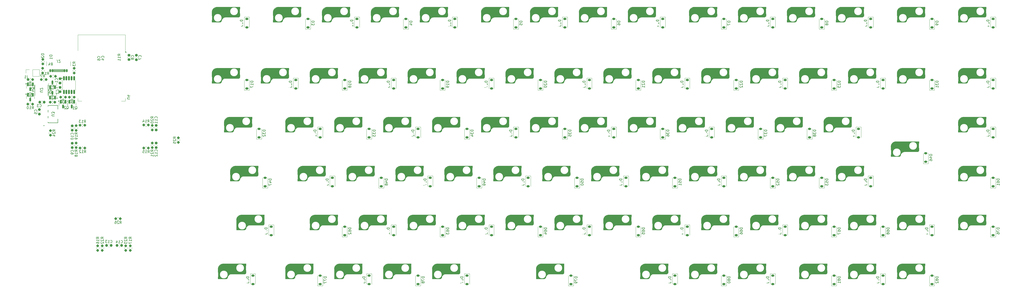
<source format=gbr>
%TF.GenerationSoftware,KiCad,Pcbnew,8.0.5*%
%TF.CreationDate,2025-01-01T22:16:47+09:00*%
%TF.ProjectId,Davinci-Keyboard,44617669-6e63-4692-9d4b-6579626f6172,rev?*%
%TF.SameCoordinates,Original*%
%TF.FileFunction,Legend,Bot*%
%TF.FilePolarity,Positive*%
%FSLAX46Y46*%
G04 Gerber Fmt 4.6, Leading zero omitted, Abs format (unit mm)*
G04 Created by KiCad (PCBNEW 8.0.5) date 2025-01-01 22:16:47*
%MOMM*%
%LPD*%
G01*
G04 APERTURE LIST*
G04 Aperture macros list*
%AMRoundRect*
0 Rectangle with rounded corners*
0 $1 Rounding radius*
0 $2 $3 $4 $5 $6 $7 $8 $9 X,Y pos of 4 corners*
0 Add a 4 corners polygon primitive as box body*
4,1,4,$2,$3,$4,$5,$6,$7,$8,$9,$2,$3,0*
0 Add four circle primitives for the rounded corners*
1,1,$1+$1,$2,$3*
1,1,$1+$1,$4,$5*
1,1,$1+$1,$6,$7*
1,1,$1+$1,$8,$9*
0 Add four rect primitives between the rounded corners*
20,1,$1+$1,$2,$3,$4,$5,0*
20,1,$1+$1,$4,$5,$6,$7,0*
20,1,$1+$1,$6,$7,$8,$9,0*
20,1,$1+$1,$8,$9,$2,$3,0*%
G04 Aperture macros list end*
%ADD10C,0.150000*%
%ADD11C,0.120000*%
%ADD12C,0.100000*%
%ADD13C,0.152400*%
%ADD14C,4.100000*%
%ADD15C,1.600000*%
%ADD16C,3.000000*%
%ADD17RoundRect,0.225000X-0.375000X0.225000X-0.375000X-0.225000X0.375000X-0.225000X0.375000X0.225000X0*%
%ADD18RoundRect,0.225000X0.375000X-0.225000X0.375000X0.225000X-0.375000X0.225000X-0.375000X-0.225000X0*%
%ADD19C,3.200000*%
%ADD20C,2.000000*%
%ADD21R,3.200000X2.000000*%
%ADD22R,2.000000X3.200000*%
%ADD23RoundRect,0.237500X-0.250000X-0.237500X0.250000X-0.237500X0.250000X0.237500X-0.250000X0.237500X0*%
%ADD24RoundRect,0.150000X-0.150000X0.587500X-0.150000X-0.587500X0.150000X-0.587500X0.150000X0.587500X0*%
%ADD25RoundRect,0.237500X-0.237500X0.250000X-0.237500X-0.250000X0.237500X-0.250000X0.237500X0.250000X0*%
%ADD26RoundRect,0.237500X0.237500X-0.300000X0.237500X0.300000X-0.237500X0.300000X-0.237500X-0.300000X0*%
%ADD27RoundRect,0.237500X0.237500X-0.250000X0.237500X0.250000X-0.237500X0.250000X-0.237500X-0.250000X0*%
%ADD28O,1.000000X2.100000*%
%ADD29O,1.000000X1.800000*%
%ADD30RoundRect,0.150000X-0.150000X-0.425000X0.150000X-0.425000X0.150000X0.425000X-0.150000X0.425000X0*%
%ADD31RoundRect,0.075000X-0.075000X-0.500000X0.075000X-0.500000X0.075000X0.500000X-0.075000X0.500000X0*%
%ADD32RoundRect,0.237500X-0.237500X0.300000X-0.237500X-0.300000X0.237500X-0.300000X0.237500X0.300000X0*%
%ADD33R,2.066000X3.201599*%
%ADD34R,2.066000X0.901600*%
%ADD35R,3.300000X2.100000*%
%ADD36RoundRect,0.150000X-0.150000X0.687500X-0.150000X-0.687500X0.150000X-0.687500X0.150000X0.687500X0*%
%ADD37RoundRect,0.237500X0.250000X0.237500X-0.250000X0.237500X-0.250000X-0.237500X0.250000X-0.237500X0*%
%ADD38R,0.431800X1.447800*%
%ADD39RoundRect,0.237500X-0.300000X-0.237500X0.300000X-0.237500X0.300000X0.237500X-0.300000X0.237500X0*%
%ADD40RoundRect,0.150000X0.150000X-0.587500X0.150000X0.587500X-0.150000X0.587500X-0.150000X-0.587500X0*%
%ADD41O,1.700000X1.700000*%
%ADD42R,1.700000X1.700000*%
%ADD43RoundRect,0.237500X0.300000X0.237500X-0.300000X0.237500X-0.300000X-0.237500X0.300000X-0.237500X0*%
%ADD44C,0.600000*%
%ADD45R,3.900000X3.900000*%
%ADD46R,1.500000X0.900000*%
%ADD47R,0.900000X1.500000*%
G04 APERTURE END LIST*
D10*
X361499819Y-140455714D02*
X360499819Y-140455714D01*
X360499819Y-140455714D02*
X360499819Y-140693809D01*
X360499819Y-140693809D02*
X360547438Y-140836666D01*
X360547438Y-140836666D02*
X360642676Y-140931904D01*
X360642676Y-140931904D02*
X360737914Y-140979523D01*
X360737914Y-140979523D02*
X360928390Y-141027142D01*
X360928390Y-141027142D02*
X361071247Y-141027142D01*
X361071247Y-141027142D02*
X361261723Y-140979523D01*
X361261723Y-140979523D02*
X361356961Y-140931904D01*
X361356961Y-140931904D02*
X361452200Y-140836666D01*
X361452200Y-140836666D02*
X361499819Y-140693809D01*
X361499819Y-140693809D02*
X361499819Y-140455714D01*
X361499819Y-141503333D02*
X361499819Y-141693809D01*
X361499819Y-141693809D02*
X361452200Y-141789047D01*
X361452200Y-141789047D02*
X361404580Y-141836666D01*
X361404580Y-141836666D02*
X361261723Y-141931904D01*
X361261723Y-141931904D02*
X361071247Y-141979523D01*
X361071247Y-141979523D02*
X360690295Y-141979523D01*
X360690295Y-141979523D02*
X360595057Y-141931904D01*
X360595057Y-141931904D02*
X360547438Y-141884285D01*
X360547438Y-141884285D02*
X360499819Y-141789047D01*
X360499819Y-141789047D02*
X360499819Y-141598571D01*
X360499819Y-141598571D02*
X360547438Y-141503333D01*
X360547438Y-141503333D02*
X360595057Y-141455714D01*
X360595057Y-141455714D02*
X360690295Y-141408095D01*
X360690295Y-141408095D02*
X360928390Y-141408095D01*
X360928390Y-141408095D02*
X361023628Y-141455714D01*
X361023628Y-141455714D02*
X361071247Y-141503333D01*
X361071247Y-141503333D02*
X361118866Y-141598571D01*
X361118866Y-141598571D02*
X361118866Y-141789047D01*
X361118866Y-141789047D02*
X361071247Y-141884285D01*
X361071247Y-141884285D02*
X361023628Y-141931904D01*
X361023628Y-141931904D02*
X360928390Y-141979523D01*
X360499819Y-142598571D02*
X360499819Y-142693809D01*
X360499819Y-142693809D02*
X360547438Y-142789047D01*
X360547438Y-142789047D02*
X360595057Y-142836666D01*
X360595057Y-142836666D02*
X360690295Y-142884285D01*
X360690295Y-142884285D02*
X360880771Y-142931904D01*
X360880771Y-142931904D02*
X361118866Y-142931904D01*
X361118866Y-142931904D02*
X361309342Y-142884285D01*
X361309342Y-142884285D02*
X361404580Y-142836666D01*
X361404580Y-142836666D02*
X361452200Y-142789047D01*
X361452200Y-142789047D02*
X361499819Y-142693809D01*
X361499819Y-142693809D02*
X361499819Y-142598571D01*
X361499819Y-142598571D02*
X361452200Y-142503333D01*
X361452200Y-142503333D02*
X361404580Y-142455714D01*
X361404580Y-142455714D02*
X361309342Y-142408095D01*
X361309342Y-142408095D02*
X361118866Y-142360476D01*
X361118866Y-142360476D02*
X360880771Y-142360476D01*
X360880771Y-142360476D02*
X360690295Y-142408095D01*
X360690295Y-142408095D02*
X360595057Y-142455714D01*
X360595057Y-142455714D02*
X360547438Y-142503333D01*
X360547438Y-142503333D02*
X360499819Y-142598571D01*
X318637319Y-140455714D02*
X317637319Y-140455714D01*
X317637319Y-140455714D02*
X317637319Y-140693809D01*
X317637319Y-140693809D02*
X317684938Y-140836666D01*
X317684938Y-140836666D02*
X317780176Y-140931904D01*
X317780176Y-140931904D02*
X317875414Y-140979523D01*
X317875414Y-140979523D02*
X318065890Y-141027142D01*
X318065890Y-141027142D02*
X318208747Y-141027142D01*
X318208747Y-141027142D02*
X318399223Y-140979523D01*
X318399223Y-140979523D02*
X318494461Y-140931904D01*
X318494461Y-140931904D02*
X318589700Y-140836666D01*
X318589700Y-140836666D02*
X318637319Y-140693809D01*
X318637319Y-140693809D02*
X318637319Y-140455714D01*
X318065890Y-141598571D02*
X318018271Y-141503333D01*
X318018271Y-141503333D02*
X317970652Y-141455714D01*
X317970652Y-141455714D02*
X317875414Y-141408095D01*
X317875414Y-141408095D02*
X317827795Y-141408095D01*
X317827795Y-141408095D02*
X317732557Y-141455714D01*
X317732557Y-141455714D02*
X317684938Y-141503333D01*
X317684938Y-141503333D02*
X317637319Y-141598571D01*
X317637319Y-141598571D02*
X317637319Y-141789047D01*
X317637319Y-141789047D02*
X317684938Y-141884285D01*
X317684938Y-141884285D02*
X317732557Y-141931904D01*
X317732557Y-141931904D02*
X317827795Y-141979523D01*
X317827795Y-141979523D02*
X317875414Y-141979523D01*
X317875414Y-141979523D02*
X317970652Y-141931904D01*
X317970652Y-141931904D02*
X318018271Y-141884285D01*
X318018271Y-141884285D02*
X318065890Y-141789047D01*
X318065890Y-141789047D02*
X318065890Y-141598571D01*
X318065890Y-141598571D02*
X318113509Y-141503333D01*
X318113509Y-141503333D02*
X318161128Y-141455714D01*
X318161128Y-141455714D02*
X318256366Y-141408095D01*
X318256366Y-141408095D02*
X318446842Y-141408095D01*
X318446842Y-141408095D02*
X318542080Y-141455714D01*
X318542080Y-141455714D02*
X318589700Y-141503333D01*
X318589700Y-141503333D02*
X318637319Y-141598571D01*
X318637319Y-141598571D02*
X318637319Y-141789047D01*
X318637319Y-141789047D02*
X318589700Y-141884285D01*
X318589700Y-141884285D02*
X318542080Y-141931904D01*
X318542080Y-141931904D02*
X318446842Y-141979523D01*
X318446842Y-141979523D02*
X318256366Y-141979523D01*
X318256366Y-141979523D02*
X318161128Y-141931904D01*
X318161128Y-141931904D02*
X318113509Y-141884285D01*
X318113509Y-141884285D02*
X318065890Y-141789047D01*
X318637319Y-142455714D02*
X318637319Y-142646190D01*
X318637319Y-142646190D02*
X318589700Y-142741428D01*
X318589700Y-142741428D02*
X318542080Y-142789047D01*
X318542080Y-142789047D02*
X318399223Y-142884285D01*
X318399223Y-142884285D02*
X318208747Y-142931904D01*
X318208747Y-142931904D02*
X317827795Y-142931904D01*
X317827795Y-142931904D02*
X317732557Y-142884285D01*
X317732557Y-142884285D02*
X317684938Y-142836666D01*
X317684938Y-142836666D02*
X317637319Y-142741428D01*
X317637319Y-142741428D02*
X317637319Y-142550952D01*
X317637319Y-142550952D02*
X317684938Y-142455714D01*
X317684938Y-142455714D02*
X317732557Y-142408095D01*
X317732557Y-142408095D02*
X317827795Y-142360476D01*
X317827795Y-142360476D02*
X318065890Y-142360476D01*
X318065890Y-142360476D02*
X318161128Y-142408095D01*
X318161128Y-142408095D02*
X318208747Y-142455714D01*
X318208747Y-142455714D02*
X318256366Y-142550952D01*
X318256366Y-142550952D02*
X318256366Y-142741428D01*
X318256366Y-142741428D02*
X318208747Y-142836666D01*
X318208747Y-142836666D02*
X318161128Y-142884285D01*
X318161128Y-142884285D02*
X318065890Y-142931904D01*
X280537319Y-140455714D02*
X279537319Y-140455714D01*
X279537319Y-140455714D02*
X279537319Y-140693809D01*
X279537319Y-140693809D02*
X279584938Y-140836666D01*
X279584938Y-140836666D02*
X279680176Y-140931904D01*
X279680176Y-140931904D02*
X279775414Y-140979523D01*
X279775414Y-140979523D02*
X279965890Y-141027142D01*
X279965890Y-141027142D02*
X280108747Y-141027142D01*
X280108747Y-141027142D02*
X280299223Y-140979523D01*
X280299223Y-140979523D02*
X280394461Y-140931904D01*
X280394461Y-140931904D02*
X280489700Y-140836666D01*
X280489700Y-140836666D02*
X280537319Y-140693809D01*
X280537319Y-140693809D02*
X280537319Y-140455714D01*
X279965890Y-141598571D02*
X279918271Y-141503333D01*
X279918271Y-141503333D02*
X279870652Y-141455714D01*
X279870652Y-141455714D02*
X279775414Y-141408095D01*
X279775414Y-141408095D02*
X279727795Y-141408095D01*
X279727795Y-141408095D02*
X279632557Y-141455714D01*
X279632557Y-141455714D02*
X279584938Y-141503333D01*
X279584938Y-141503333D02*
X279537319Y-141598571D01*
X279537319Y-141598571D02*
X279537319Y-141789047D01*
X279537319Y-141789047D02*
X279584938Y-141884285D01*
X279584938Y-141884285D02*
X279632557Y-141931904D01*
X279632557Y-141931904D02*
X279727795Y-141979523D01*
X279727795Y-141979523D02*
X279775414Y-141979523D01*
X279775414Y-141979523D02*
X279870652Y-141931904D01*
X279870652Y-141931904D02*
X279918271Y-141884285D01*
X279918271Y-141884285D02*
X279965890Y-141789047D01*
X279965890Y-141789047D02*
X279965890Y-141598571D01*
X279965890Y-141598571D02*
X280013509Y-141503333D01*
X280013509Y-141503333D02*
X280061128Y-141455714D01*
X280061128Y-141455714D02*
X280156366Y-141408095D01*
X280156366Y-141408095D02*
X280346842Y-141408095D01*
X280346842Y-141408095D02*
X280442080Y-141455714D01*
X280442080Y-141455714D02*
X280489700Y-141503333D01*
X280489700Y-141503333D02*
X280537319Y-141598571D01*
X280537319Y-141598571D02*
X280537319Y-141789047D01*
X280537319Y-141789047D02*
X280489700Y-141884285D01*
X280489700Y-141884285D02*
X280442080Y-141931904D01*
X280442080Y-141931904D02*
X280346842Y-141979523D01*
X280346842Y-141979523D02*
X280156366Y-141979523D01*
X280156366Y-141979523D02*
X280061128Y-141931904D01*
X280061128Y-141931904D02*
X280013509Y-141884285D01*
X280013509Y-141884285D02*
X279965890Y-141789047D01*
X279965890Y-142550952D02*
X279918271Y-142455714D01*
X279918271Y-142455714D02*
X279870652Y-142408095D01*
X279870652Y-142408095D02*
X279775414Y-142360476D01*
X279775414Y-142360476D02*
X279727795Y-142360476D01*
X279727795Y-142360476D02*
X279632557Y-142408095D01*
X279632557Y-142408095D02*
X279584938Y-142455714D01*
X279584938Y-142455714D02*
X279537319Y-142550952D01*
X279537319Y-142550952D02*
X279537319Y-142741428D01*
X279537319Y-142741428D02*
X279584938Y-142836666D01*
X279584938Y-142836666D02*
X279632557Y-142884285D01*
X279632557Y-142884285D02*
X279727795Y-142931904D01*
X279727795Y-142931904D02*
X279775414Y-142931904D01*
X279775414Y-142931904D02*
X279870652Y-142884285D01*
X279870652Y-142884285D02*
X279918271Y-142836666D01*
X279918271Y-142836666D02*
X279965890Y-142741428D01*
X279965890Y-142741428D02*
X279965890Y-142550952D01*
X279965890Y-142550952D02*
X280013509Y-142455714D01*
X280013509Y-142455714D02*
X280061128Y-142408095D01*
X280061128Y-142408095D02*
X280156366Y-142360476D01*
X280156366Y-142360476D02*
X280346842Y-142360476D01*
X280346842Y-142360476D02*
X280442080Y-142408095D01*
X280442080Y-142408095D02*
X280489700Y-142455714D01*
X280489700Y-142455714D02*
X280537319Y-142550952D01*
X280537319Y-142550952D02*
X280537319Y-142741428D01*
X280537319Y-142741428D02*
X280489700Y-142836666D01*
X280489700Y-142836666D02*
X280442080Y-142884285D01*
X280442080Y-142884285D02*
X280346842Y-142931904D01*
X280346842Y-142931904D02*
X280156366Y-142931904D01*
X280156366Y-142931904D02*
X280061128Y-142884285D01*
X280061128Y-142884285D02*
X280013509Y-142836666D01*
X280013509Y-142836666D02*
X279965890Y-142741428D01*
X199574819Y-140455714D02*
X198574819Y-140455714D01*
X198574819Y-140455714D02*
X198574819Y-140693809D01*
X198574819Y-140693809D02*
X198622438Y-140836666D01*
X198622438Y-140836666D02*
X198717676Y-140931904D01*
X198717676Y-140931904D02*
X198812914Y-140979523D01*
X198812914Y-140979523D02*
X199003390Y-141027142D01*
X199003390Y-141027142D02*
X199146247Y-141027142D01*
X199146247Y-141027142D02*
X199336723Y-140979523D01*
X199336723Y-140979523D02*
X199431961Y-140931904D01*
X199431961Y-140931904D02*
X199527200Y-140836666D01*
X199527200Y-140836666D02*
X199574819Y-140693809D01*
X199574819Y-140693809D02*
X199574819Y-140455714D01*
X199003390Y-141598571D02*
X198955771Y-141503333D01*
X198955771Y-141503333D02*
X198908152Y-141455714D01*
X198908152Y-141455714D02*
X198812914Y-141408095D01*
X198812914Y-141408095D02*
X198765295Y-141408095D01*
X198765295Y-141408095D02*
X198670057Y-141455714D01*
X198670057Y-141455714D02*
X198622438Y-141503333D01*
X198622438Y-141503333D02*
X198574819Y-141598571D01*
X198574819Y-141598571D02*
X198574819Y-141789047D01*
X198574819Y-141789047D02*
X198622438Y-141884285D01*
X198622438Y-141884285D02*
X198670057Y-141931904D01*
X198670057Y-141931904D02*
X198765295Y-141979523D01*
X198765295Y-141979523D02*
X198812914Y-141979523D01*
X198812914Y-141979523D02*
X198908152Y-141931904D01*
X198908152Y-141931904D02*
X198955771Y-141884285D01*
X198955771Y-141884285D02*
X199003390Y-141789047D01*
X199003390Y-141789047D02*
X199003390Y-141598571D01*
X199003390Y-141598571D02*
X199051009Y-141503333D01*
X199051009Y-141503333D02*
X199098628Y-141455714D01*
X199098628Y-141455714D02*
X199193866Y-141408095D01*
X199193866Y-141408095D02*
X199384342Y-141408095D01*
X199384342Y-141408095D02*
X199479580Y-141455714D01*
X199479580Y-141455714D02*
X199527200Y-141503333D01*
X199527200Y-141503333D02*
X199574819Y-141598571D01*
X199574819Y-141598571D02*
X199574819Y-141789047D01*
X199574819Y-141789047D02*
X199527200Y-141884285D01*
X199527200Y-141884285D02*
X199479580Y-141931904D01*
X199479580Y-141931904D02*
X199384342Y-141979523D01*
X199384342Y-141979523D02*
X199193866Y-141979523D01*
X199193866Y-141979523D02*
X199098628Y-141931904D01*
X199098628Y-141931904D02*
X199051009Y-141884285D01*
X199051009Y-141884285D02*
X199003390Y-141789047D01*
X198574819Y-142312857D02*
X198574819Y-142979523D01*
X198574819Y-142979523D02*
X199574819Y-142550952D01*
X161474819Y-140455714D02*
X160474819Y-140455714D01*
X160474819Y-140455714D02*
X160474819Y-140693809D01*
X160474819Y-140693809D02*
X160522438Y-140836666D01*
X160522438Y-140836666D02*
X160617676Y-140931904D01*
X160617676Y-140931904D02*
X160712914Y-140979523D01*
X160712914Y-140979523D02*
X160903390Y-141027142D01*
X160903390Y-141027142D02*
X161046247Y-141027142D01*
X161046247Y-141027142D02*
X161236723Y-140979523D01*
X161236723Y-140979523D02*
X161331961Y-140931904D01*
X161331961Y-140931904D02*
X161427200Y-140836666D01*
X161427200Y-140836666D02*
X161474819Y-140693809D01*
X161474819Y-140693809D02*
X161474819Y-140455714D01*
X160903390Y-141598571D02*
X160855771Y-141503333D01*
X160855771Y-141503333D02*
X160808152Y-141455714D01*
X160808152Y-141455714D02*
X160712914Y-141408095D01*
X160712914Y-141408095D02*
X160665295Y-141408095D01*
X160665295Y-141408095D02*
X160570057Y-141455714D01*
X160570057Y-141455714D02*
X160522438Y-141503333D01*
X160522438Y-141503333D02*
X160474819Y-141598571D01*
X160474819Y-141598571D02*
X160474819Y-141789047D01*
X160474819Y-141789047D02*
X160522438Y-141884285D01*
X160522438Y-141884285D02*
X160570057Y-141931904D01*
X160570057Y-141931904D02*
X160665295Y-141979523D01*
X160665295Y-141979523D02*
X160712914Y-141979523D01*
X160712914Y-141979523D02*
X160808152Y-141931904D01*
X160808152Y-141931904D02*
X160855771Y-141884285D01*
X160855771Y-141884285D02*
X160903390Y-141789047D01*
X160903390Y-141789047D02*
X160903390Y-141598571D01*
X160903390Y-141598571D02*
X160951009Y-141503333D01*
X160951009Y-141503333D02*
X160998628Y-141455714D01*
X160998628Y-141455714D02*
X161093866Y-141408095D01*
X161093866Y-141408095D02*
X161284342Y-141408095D01*
X161284342Y-141408095D02*
X161379580Y-141455714D01*
X161379580Y-141455714D02*
X161427200Y-141503333D01*
X161427200Y-141503333D02*
X161474819Y-141598571D01*
X161474819Y-141598571D02*
X161474819Y-141789047D01*
X161474819Y-141789047D02*
X161427200Y-141884285D01*
X161427200Y-141884285D02*
X161379580Y-141931904D01*
X161379580Y-141931904D02*
X161284342Y-141979523D01*
X161284342Y-141979523D02*
X161093866Y-141979523D01*
X161093866Y-141979523D02*
X160998628Y-141931904D01*
X160998628Y-141931904D02*
X160951009Y-141884285D01*
X160951009Y-141884285D02*
X160903390Y-141789047D01*
X160474819Y-142836666D02*
X160474819Y-142646190D01*
X160474819Y-142646190D02*
X160522438Y-142550952D01*
X160522438Y-142550952D02*
X160570057Y-142503333D01*
X160570057Y-142503333D02*
X160712914Y-142408095D01*
X160712914Y-142408095D02*
X160903390Y-142360476D01*
X160903390Y-142360476D02*
X161284342Y-142360476D01*
X161284342Y-142360476D02*
X161379580Y-142408095D01*
X161379580Y-142408095D02*
X161427200Y-142455714D01*
X161427200Y-142455714D02*
X161474819Y-142550952D01*
X161474819Y-142550952D02*
X161474819Y-142741428D01*
X161474819Y-142741428D02*
X161427200Y-142836666D01*
X161427200Y-142836666D02*
X161379580Y-142884285D01*
X161379580Y-142884285D02*
X161284342Y-142931904D01*
X161284342Y-142931904D02*
X161046247Y-142931904D01*
X161046247Y-142931904D02*
X160951009Y-142884285D01*
X160951009Y-142884285D02*
X160903390Y-142836666D01*
X160903390Y-142836666D02*
X160855771Y-142741428D01*
X160855771Y-142741428D02*
X160855771Y-142550952D01*
X160855771Y-142550952D02*
X160903390Y-142455714D01*
X160903390Y-142455714D02*
X160951009Y-142408095D01*
X160951009Y-142408095D02*
X161046247Y-142360476D01*
X116231069Y-140455714D02*
X115231069Y-140455714D01*
X115231069Y-140455714D02*
X115231069Y-140693809D01*
X115231069Y-140693809D02*
X115278688Y-140836666D01*
X115278688Y-140836666D02*
X115373926Y-140931904D01*
X115373926Y-140931904D02*
X115469164Y-140979523D01*
X115469164Y-140979523D02*
X115659640Y-141027142D01*
X115659640Y-141027142D02*
X115802497Y-141027142D01*
X115802497Y-141027142D02*
X115992973Y-140979523D01*
X115992973Y-140979523D02*
X116088211Y-140931904D01*
X116088211Y-140931904D02*
X116183450Y-140836666D01*
X116183450Y-140836666D02*
X116231069Y-140693809D01*
X116231069Y-140693809D02*
X116231069Y-140455714D01*
X115659640Y-141598571D02*
X115612021Y-141503333D01*
X115612021Y-141503333D02*
X115564402Y-141455714D01*
X115564402Y-141455714D02*
X115469164Y-141408095D01*
X115469164Y-141408095D02*
X115421545Y-141408095D01*
X115421545Y-141408095D02*
X115326307Y-141455714D01*
X115326307Y-141455714D02*
X115278688Y-141503333D01*
X115278688Y-141503333D02*
X115231069Y-141598571D01*
X115231069Y-141598571D02*
X115231069Y-141789047D01*
X115231069Y-141789047D02*
X115278688Y-141884285D01*
X115278688Y-141884285D02*
X115326307Y-141931904D01*
X115326307Y-141931904D02*
X115421545Y-141979523D01*
X115421545Y-141979523D02*
X115469164Y-141979523D01*
X115469164Y-141979523D02*
X115564402Y-141931904D01*
X115564402Y-141931904D02*
X115612021Y-141884285D01*
X115612021Y-141884285D02*
X115659640Y-141789047D01*
X115659640Y-141789047D02*
X115659640Y-141598571D01*
X115659640Y-141598571D02*
X115707259Y-141503333D01*
X115707259Y-141503333D02*
X115754878Y-141455714D01*
X115754878Y-141455714D02*
X115850116Y-141408095D01*
X115850116Y-141408095D02*
X116040592Y-141408095D01*
X116040592Y-141408095D02*
X116135830Y-141455714D01*
X116135830Y-141455714D02*
X116183450Y-141503333D01*
X116183450Y-141503333D02*
X116231069Y-141598571D01*
X116231069Y-141598571D02*
X116231069Y-141789047D01*
X116231069Y-141789047D02*
X116183450Y-141884285D01*
X116183450Y-141884285D02*
X116135830Y-141931904D01*
X116135830Y-141931904D02*
X116040592Y-141979523D01*
X116040592Y-141979523D02*
X115850116Y-141979523D01*
X115850116Y-141979523D02*
X115754878Y-141931904D01*
X115754878Y-141931904D02*
X115707259Y-141884285D01*
X115707259Y-141884285D02*
X115659640Y-141789047D01*
X115231069Y-142884285D02*
X115231069Y-142408095D01*
X115231069Y-142408095D02*
X115707259Y-142360476D01*
X115707259Y-142360476D02*
X115659640Y-142408095D01*
X115659640Y-142408095D02*
X115612021Y-142503333D01*
X115612021Y-142503333D02*
X115612021Y-142741428D01*
X115612021Y-142741428D02*
X115659640Y-142836666D01*
X115659640Y-142836666D02*
X115707259Y-142884285D01*
X115707259Y-142884285D02*
X115802497Y-142931904D01*
X115802497Y-142931904D02*
X116040592Y-142931904D01*
X116040592Y-142931904D02*
X116135830Y-142884285D01*
X116135830Y-142884285D02*
X116183450Y-142836666D01*
X116183450Y-142836666D02*
X116231069Y-142741428D01*
X116231069Y-142741428D02*
X116231069Y-142503333D01*
X116231069Y-142503333D02*
X116183450Y-142408095D01*
X116183450Y-142408095D02*
X116135830Y-142360476D01*
X380549819Y-121405714D02*
X379549819Y-121405714D01*
X379549819Y-121405714D02*
X379549819Y-121643809D01*
X379549819Y-121643809D02*
X379597438Y-121786666D01*
X379597438Y-121786666D02*
X379692676Y-121881904D01*
X379692676Y-121881904D02*
X379787914Y-121929523D01*
X379787914Y-121929523D02*
X379978390Y-121977142D01*
X379978390Y-121977142D02*
X380121247Y-121977142D01*
X380121247Y-121977142D02*
X380311723Y-121929523D01*
X380311723Y-121929523D02*
X380406961Y-121881904D01*
X380406961Y-121881904D02*
X380502200Y-121786666D01*
X380502200Y-121786666D02*
X380549819Y-121643809D01*
X380549819Y-121643809D02*
X380549819Y-121405714D01*
X379978390Y-122548571D02*
X379930771Y-122453333D01*
X379930771Y-122453333D02*
X379883152Y-122405714D01*
X379883152Y-122405714D02*
X379787914Y-122358095D01*
X379787914Y-122358095D02*
X379740295Y-122358095D01*
X379740295Y-122358095D02*
X379645057Y-122405714D01*
X379645057Y-122405714D02*
X379597438Y-122453333D01*
X379597438Y-122453333D02*
X379549819Y-122548571D01*
X379549819Y-122548571D02*
X379549819Y-122739047D01*
X379549819Y-122739047D02*
X379597438Y-122834285D01*
X379597438Y-122834285D02*
X379645057Y-122881904D01*
X379645057Y-122881904D02*
X379740295Y-122929523D01*
X379740295Y-122929523D02*
X379787914Y-122929523D01*
X379787914Y-122929523D02*
X379883152Y-122881904D01*
X379883152Y-122881904D02*
X379930771Y-122834285D01*
X379930771Y-122834285D02*
X379978390Y-122739047D01*
X379978390Y-122739047D02*
X379978390Y-122548571D01*
X379978390Y-122548571D02*
X380026009Y-122453333D01*
X380026009Y-122453333D02*
X380073628Y-122405714D01*
X380073628Y-122405714D02*
X380168866Y-122358095D01*
X380168866Y-122358095D02*
X380359342Y-122358095D01*
X380359342Y-122358095D02*
X380454580Y-122405714D01*
X380454580Y-122405714D02*
X380502200Y-122453333D01*
X380502200Y-122453333D02*
X380549819Y-122548571D01*
X380549819Y-122548571D02*
X380549819Y-122739047D01*
X380549819Y-122739047D02*
X380502200Y-122834285D01*
X380502200Y-122834285D02*
X380454580Y-122881904D01*
X380454580Y-122881904D02*
X380359342Y-122929523D01*
X380359342Y-122929523D02*
X380168866Y-122929523D01*
X380168866Y-122929523D02*
X380073628Y-122881904D01*
X380073628Y-122881904D02*
X380026009Y-122834285D01*
X380026009Y-122834285D02*
X379978390Y-122739047D01*
X379883152Y-123786666D02*
X380549819Y-123786666D01*
X379502200Y-123548571D02*
X380216485Y-123310476D01*
X380216485Y-123310476D02*
X380216485Y-123929523D01*
X384549819Y-140455714D02*
X383549819Y-140455714D01*
X383549819Y-140455714D02*
X383549819Y-140693809D01*
X383549819Y-140693809D02*
X383597438Y-140836666D01*
X383597438Y-140836666D02*
X383692676Y-140931904D01*
X383692676Y-140931904D02*
X383787914Y-140979523D01*
X383787914Y-140979523D02*
X383978390Y-141027142D01*
X383978390Y-141027142D02*
X384121247Y-141027142D01*
X384121247Y-141027142D02*
X384311723Y-140979523D01*
X384311723Y-140979523D02*
X384406961Y-140931904D01*
X384406961Y-140931904D02*
X384502200Y-140836666D01*
X384502200Y-140836666D02*
X384549819Y-140693809D01*
X384549819Y-140693809D02*
X384549819Y-140455714D01*
X383978390Y-141598571D02*
X383930771Y-141503333D01*
X383930771Y-141503333D02*
X383883152Y-141455714D01*
X383883152Y-141455714D02*
X383787914Y-141408095D01*
X383787914Y-141408095D02*
X383740295Y-141408095D01*
X383740295Y-141408095D02*
X383645057Y-141455714D01*
X383645057Y-141455714D02*
X383597438Y-141503333D01*
X383597438Y-141503333D02*
X383549819Y-141598571D01*
X383549819Y-141598571D02*
X383549819Y-141789047D01*
X383549819Y-141789047D02*
X383597438Y-141884285D01*
X383597438Y-141884285D02*
X383645057Y-141931904D01*
X383645057Y-141931904D02*
X383740295Y-141979523D01*
X383740295Y-141979523D02*
X383787914Y-141979523D01*
X383787914Y-141979523D02*
X383883152Y-141931904D01*
X383883152Y-141931904D02*
X383930771Y-141884285D01*
X383930771Y-141884285D02*
X383978390Y-141789047D01*
X383978390Y-141789047D02*
X383978390Y-141598571D01*
X383978390Y-141598571D02*
X384026009Y-141503333D01*
X384026009Y-141503333D02*
X384073628Y-141455714D01*
X384073628Y-141455714D02*
X384168866Y-141408095D01*
X384168866Y-141408095D02*
X384359342Y-141408095D01*
X384359342Y-141408095D02*
X384454580Y-141455714D01*
X384454580Y-141455714D02*
X384502200Y-141503333D01*
X384502200Y-141503333D02*
X384549819Y-141598571D01*
X384549819Y-141598571D02*
X384549819Y-141789047D01*
X384549819Y-141789047D02*
X384502200Y-141884285D01*
X384502200Y-141884285D02*
X384454580Y-141931904D01*
X384454580Y-141931904D02*
X384359342Y-141979523D01*
X384359342Y-141979523D02*
X384168866Y-141979523D01*
X384168866Y-141979523D02*
X384073628Y-141931904D01*
X384073628Y-141931904D02*
X384026009Y-141884285D01*
X384026009Y-141884285D02*
X383978390Y-141789047D01*
X383645057Y-142360476D02*
X383597438Y-142408095D01*
X383597438Y-142408095D02*
X383549819Y-142503333D01*
X383549819Y-142503333D02*
X383549819Y-142741428D01*
X383549819Y-142741428D02*
X383597438Y-142836666D01*
X383597438Y-142836666D02*
X383645057Y-142884285D01*
X383645057Y-142884285D02*
X383740295Y-142931904D01*
X383740295Y-142931904D02*
X383835533Y-142931904D01*
X383835533Y-142931904D02*
X383978390Y-142884285D01*
X383978390Y-142884285D02*
X384549819Y-142312857D01*
X384549819Y-142312857D02*
X384549819Y-142931904D01*
X346449819Y-140455714D02*
X345449819Y-140455714D01*
X345449819Y-140455714D02*
X345449819Y-140693809D01*
X345449819Y-140693809D02*
X345497438Y-140836666D01*
X345497438Y-140836666D02*
X345592676Y-140931904D01*
X345592676Y-140931904D02*
X345687914Y-140979523D01*
X345687914Y-140979523D02*
X345878390Y-141027142D01*
X345878390Y-141027142D02*
X346021247Y-141027142D01*
X346021247Y-141027142D02*
X346211723Y-140979523D01*
X346211723Y-140979523D02*
X346306961Y-140931904D01*
X346306961Y-140931904D02*
X346402200Y-140836666D01*
X346402200Y-140836666D02*
X346449819Y-140693809D01*
X346449819Y-140693809D02*
X346449819Y-140455714D01*
X345878390Y-141598571D02*
X345830771Y-141503333D01*
X345830771Y-141503333D02*
X345783152Y-141455714D01*
X345783152Y-141455714D02*
X345687914Y-141408095D01*
X345687914Y-141408095D02*
X345640295Y-141408095D01*
X345640295Y-141408095D02*
X345545057Y-141455714D01*
X345545057Y-141455714D02*
X345497438Y-141503333D01*
X345497438Y-141503333D02*
X345449819Y-141598571D01*
X345449819Y-141598571D02*
X345449819Y-141789047D01*
X345449819Y-141789047D02*
X345497438Y-141884285D01*
X345497438Y-141884285D02*
X345545057Y-141931904D01*
X345545057Y-141931904D02*
X345640295Y-141979523D01*
X345640295Y-141979523D02*
X345687914Y-141979523D01*
X345687914Y-141979523D02*
X345783152Y-141931904D01*
X345783152Y-141931904D02*
X345830771Y-141884285D01*
X345830771Y-141884285D02*
X345878390Y-141789047D01*
X345878390Y-141789047D02*
X345878390Y-141598571D01*
X345878390Y-141598571D02*
X345926009Y-141503333D01*
X345926009Y-141503333D02*
X345973628Y-141455714D01*
X345973628Y-141455714D02*
X346068866Y-141408095D01*
X346068866Y-141408095D02*
X346259342Y-141408095D01*
X346259342Y-141408095D02*
X346354580Y-141455714D01*
X346354580Y-141455714D02*
X346402200Y-141503333D01*
X346402200Y-141503333D02*
X346449819Y-141598571D01*
X346449819Y-141598571D02*
X346449819Y-141789047D01*
X346449819Y-141789047D02*
X346402200Y-141884285D01*
X346402200Y-141884285D02*
X346354580Y-141931904D01*
X346354580Y-141931904D02*
X346259342Y-141979523D01*
X346259342Y-141979523D02*
X346068866Y-141979523D01*
X346068866Y-141979523D02*
X345973628Y-141931904D01*
X345973628Y-141931904D02*
X345926009Y-141884285D01*
X345926009Y-141884285D02*
X345878390Y-141789047D01*
X346449819Y-142931904D02*
X346449819Y-142360476D01*
X346449819Y-142646190D02*
X345449819Y-142646190D01*
X345449819Y-142646190D02*
X345592676Y-142550952D01*
X345592676Y-142550952D02*
X345687914Y-142455714D01*
X345687914Y-142455714D02*
X345735533Y-142360476D01*
X303587319Y-140455714D02*
X302587319Y-140455714D01*
X302587319Y-140455714D02*
X302587319Y-140693809D01*
X302587319Y-140693809D02*
X302634938Y-140836666D01*
X302634938Y-140836666D02*
X302730176Y-140931904D01*
X302730176Y-140931904D02*
X302825414Y-140979523D01*
X302825414Y-140979523D02*
X303015890Y-141027142D01*
X303015890Y-141027142D02*
X303158747Y-141027142D01*
X303158747Y-141027142D02*
X303349223Y-140979523D01*
X303349223Y-140979523D02*
X303444461Y-140931904D01*
X303444461Y-140931904D02*
X303539700Y-140836666D01*
X303539700Y-140836666D02*
X303587319Y-140693809D01*
X303587319Y-140693809D02*
X303587319Y-140455714D01*
X303015890Y-141598571D02*
X302968271Y-141503333D01*
X302968271Y-141503333D02*
X302920652Y-141455714D01*
X302920652Y-141455714D02*
X302825414Y-141408095D01*
X302825414Y-141408095D02*
X302777795Y-141408095D01*
X302777795Y-141408095D02*
X302682557Y-141455714D01*
X302682557Y-141455714D02*
X302634938Y-141503333D01*
X302634938Y-141503333D02*
X302587319Y-141598571D01*
X302587319Y-141598571D02*
X302587319Y-141789047D01*
X302587319Y-141789047D02*
X302634938Y-141884285D01*
X302634938Y-141884285D02*
X302682557Y-141931904D01*
X302682557Y-141931904D02*
X302777795Y-141979523D01*
X302777795Y-141979523D02*
X302825414Y-141979523D01*
X302825414Y-141979523D02*
X302920652Y-141931904D01*
X302920652Y-141931904D02*
X302968271Y-141884285D01*
X302968271Y-141884285D02*
X303015890Y-141789047D01*
X303015890Y-141789047D02*
X303015890Y-141598571D01*
X303015890Y-141598571D02*
X303063509Y-141503333D01*
X303063509Y-141503333D02*
X303111128Y-141455714D01*
X303111128Y-141455714D02*
X303206366Y-141408095D01*
X303206366Y-141408095D02*
X303396842Y-141408095D01*
X303396842Y-141408095D02*
X303492080Y-141455714D01*
X303492080Y-141455714D02*
X303539700Y-141503333D01*
X303539700Y-141503333D02*
X303587319Y-141598571D01*
X303587319Y-141598571D02*
X303587319Y-141789047D01*
X303587319Y-141789047D02*
X303539700Y-141884285D01*
X303539700Y-141884285D02*
X303492080Y-141931904D01*
X303492080Y-141931904D02*
X303396842Y-141979523D01*
X303396842Y-141979523D02*
X303206366Y-141979523D01*
X303206366Y-141979523D02*
X303111128Y-141931904D01*
X303111128Y-141931904D02*
X303063509Y-141884285D01*
X303063509Y-141884285D02*
X303015890Y-141789047D01*
X302587319Y-142598571D02*
X302587319Y-142693809D01*
X302587319Y-142693809D02*
X302634938Y-142789047D01*
X302634938Y-142789047D02*
X302682557Y-142836666D01*
X302682557Y-142836666D02*
X302777795Y-142884285D01*
X302777795Y-142884285D02*
X302968271Y-142931904D01*
X302968271Y-142931904D02*
X303206366Y-142931904D01*
X303206366Y-142931904D02*
X303396842Y-142884285D01*
X303396842Y-142884285D02*
X303492080Y-142836666D01*
X303492080Y-142836666D02*
X303539700Y-142789047D01*
X303539700Y-142789047D02*
X303587319Y-142693809D01*
X303587319Y-142693809D02*
X303587319Y-142598571D01*
X303587319Y-142598571D02*
X303539700Y-142503333D01*
X303539700Y-142503333D02*
X303492080Y-142455714D01*
X303492080Y-142455714D02*
X303396842Y-142408095D01*
X303396842Y-142408095D02*
X303206366Y-142360476D01*
X303206366Y-142360476D02*
X302968271Y-142360476D01*
X302968271Y-142360476D02*
X302777795Y-142408095D01*
X302777795Y-142408095D02*
X302682557Y-142455714D01*
X302682557Y-142455714D02*
X302634938Y-142503333D01*
X302634938Y-142503333D02*
X302587319Y-142598571D01*
X244056069Y-140455714D02*
X243056069Y-140455714D01*
X243056069Y-140455714D02*
X243056069Y-140693809D01*
X243056069Y-140693809D02*
X243103688Y-140836666D01*
X243103688Y-140836666D02*
X243198926Y-140931904D01*
X243198926Y-140931904D02*
X243294164Y-140979523D01*
X243294164Y-140979523D02*
X243484640Y-141027142D01*
X243484640Y-141027142D02*
X243627497Y-141027142D01*
X243627497Y-141027142D02*
X243817973Y-140979523D01*
X243817973Y-140979523D02*
X243913211Y-140931904D01*
X243913211Y-140931904D02*
X244008450Y-140836666D01*
X244008450Y-140836666D02*
X244056069Y-140693809D01*
X244056069Y-140693809D02*
X244056069Y-140455714D01*
X243056069Y-141360476D02*
X243056069Y-142027142D01*
X243056069Y-142027142D02*
X244056069Y-141598571D01*
X244056069Y-142455714D02*
X244056069Y-142646190D01*
X244056069Y-142646190D02*
X244008450Y-142741428D01*
X244008450Y-142741428D02*
X243960830Y-142789047D01*
X243960830Y-142789047D02*
X243817973Y-142884285D01*
X243817973Y-142884285D02*
X243627497Y-142931904D01*
X243627497Y-142931904D02*
X243246545Y-142931904D01*
X243246545Y-142931904D02*
X243151307Y-142884285D01*
X243151307Y-142884285D02*
X243103688Y-142836666D01*
X243103688Y-142836666D02*
X243056069Y-142741428D01*
X243056069Y-142741428D02*
X243056069Y-142550952D01*
X243056069Y-142550952D02*
X243103688Y-142455714D01*
X243103688Y-142455714D02*
X243151307Y-142408095D01*
X243151307Y-142408095D02*
X243246545Y-142360476D01*
X243246545Y-142360476D02*
X243484640Y-142360476D01*
X243484640Y-142360476D02*
X243579878Y-142408095D01*
X243579878Y-142408095D02*
X243627497Y-142455714D01*
X243627497Y-142455714D02*
X243675116Y-142550952D01*
X243675116Y-142550952D02*
X243675116Y-142741428D01*
X243675116Y-142741428D02*
X243627497Y-142836666D01*
X243627497Y-142836666D02*
X243579878Y-142884285D01*
X243579878Y-142884285D02*
X243484640Y-142931904D01*
X184524819Y-140455714D02*
X183524819Y-140455714D01*
X183524819Y-140455714D02*
X183524819Y-140693809D01*
X183524819Y-140693809D02*
X183572438Y-140836666D01*
X183572438Y-140836666D02*
X183667676Y-140931904D01*
X183667676Y-140931904D02*
X183762914Y-140979523D01*
X183762914Y-140979523D02*
X183953390Y-141027142D01*
X183953390Y-141027142D02*
X184096247Y-141027142D01*
X184096247Y-141027142D02*
X184286723Y-140979523D01*
X184286723Y-140979523D02*
X184381961Y-140931904D01*
X184381961Y-140931904D02*
X184477200Y-140836666D01*
X184477200Y-140836666D02*
X184524819Y-140693809D01*
X184524819Y-140693809D02*
X184524819Y-140455714D01*
X183524819Y-141360476D02*
X183524819Y-142027142D01*
X183524819Y-142027142D02*
X184524819Y-141598571D01*
X183953390Y-142550952D02*
X183905771Y-142455714D01*
X183905771Y-142455714D02*
X183858152Y-142408095D01*
X183858152Y-142408095D02*
X183762914Y-142360476D01*
X183762914Y-142360476D02*
X183715295Y-142360476D01*
X183715295Y-142360476D02*
X183620057Y-142408095D01*
X183620057Y-142408095D02*
X183572438Y-142455714D01*
X183572438Y-142455714D02*
X183524819Y-142550952D01*
X183524819Y-142550952D02*
X183524819Y-142741428D01*
X183524819Y-142741428D02*
X183572438Y-142836666D01*
X183572438Y-142836666D02*
X183620057Y-142884285D01*
X183620057Y-142884285D02*
X183715295Y-142931904D01*
X183715295Y-142931904D02*
X183762914Y-142931904D01*
X183762914Y-142931904D02*
X183858152Y-142884285D01*
X183858152Y-142884285D02*
X183905771Y-142836666D01*
X183905771Y-142836666D02*
X183953390Y-142741428D01*
X183953390Y-142741428D02*
X183953390Y-142550952D01*
X183953390Y-142550952D02*
X184001009Y-142455714D01*
X184001009Y-142455714D02*
X184048628Y-142408095D01*
X184048628Y-142408095D02*
X184143866Y-142360476D01*
X184143866Y-142360476D02*
X184334342Y-142360476D01*
X184334342Y-142360476D02*
X184429580Y-142408095D01*
X184429580Y-142408095D02*
X184477200Y-142455714D01*
X184477200Y-142455714D02*
X184524819Y-142550952D01*
X184524819Y-142550952D02*
X184524819Y-142741428D01*
X184524819Y-142741428D02*
X184477200Y-142836666D01*
X184477200Y-142836666D02*
X184429580Y-142884285D01*
X184429580Y-142884285D02*
X184334342Y-142931904D01*
X184334342Y-142931904D02*
X184143866Y-142931904D01*
X184143866Y-142931904D02*
X184048628Y-142884285D01*
X184048628Y-142884285D02*
X184001009Y-142836666D01*
X184001009Y-142836666D02*
X183953390Y-142741428D01*
X146424819Y-140455714D02*
X145424819Y-140455714D01*
X145424819Y-140455714D02*
X145424819Y-140693809D01*
X145424819Y-140693809D02*
X145472438Y-140836666D01*
X145472438Y-140836666D02*
X145567676Y-140931904D01*
X145567676Y-140931904D02*
X145662914Y-140979523D01*
X145662914Y-140979523D02*
X145853390Y-141027142D01*
X145853390Y-141027142D02*
X145996247Y-141027142D01*
X145996247Y-141027142D02*
X146186723Y-140979523D01*
X146186723Y-140979523D02*
X146281961Y-140931904D01*
X146281961Y-140931904D02*
X146377200Y-140836666D01*
X146377200Y-140836666D02*
X146424819Y-140693809D01*
X146424819Y-140693809D02*
X146424819Y-140455714D01*
X145424819Y-141360476D02*
X145424819Y-142027142D01*
X145424819Y-142027142D02*
X146424819Y-141598571D01*
X145424819Y-142312857D02*
X145424819Y-142979523D01*
X145424819Y-142979523D02*
X146424819Y-142550952D01*
X408362319Y-121405714D02*
X407362319Y-121405714D01*
X407362319Y-121405714D02*
X407362319Y-121643809D01*
X407362319Y-121643809D02*
X407409938Y-121786666D01*
X407409938Y-121786666D02*
X407505176Y-121881904D01*
X407505176Y-121881904D02*
X407600414Y-121929523D01*
X407600414Y-121929523D02*
X407790890Y-121977142D01*
X407790890Y-121977142D02*
X407933747Y-121977142D01*
X407933747Y-121977142D02*
X408124223Y-121929523D01*
X408124223Y-121929523D02*
X408219461Y-121881904D01*
X408219461Y-121881904D02*
X408314700Y-121786666D01*
X408314700Y-121786666D02*
X408362319Y-121643809D01*
X408362319Y-121643809D02*
X408362319Y-121405714D01*
X407362319Y-122310476D02*
X407362319Y-122977142D01*
X407362319Y-122977142D02*
X408362319Y-122548571D01*
X407362319Y-123786666D02*
X407362319Y-123596190D01*
X407362319Y-123596190D02*
X407409938Y-123500952D01*
X407409938Y-123500952D02*
X407457557Y-123453333D01*
X407457557Y-123453333D02*
X407600414Y-123358095D01*
X407600414Y-123358095D02*
X407790890Y-123310476D01*
X407790890Y-123310476D02*
X408171842Y-123310476D01*
X408171842Y-123310476D02*
X408267080Y-123358095D01*
X408267080Y-123358095D02*
X408314700Y-123405714D01*
X408314700Y-123405714D02*
X408362319Y-123500952D01*
X408362319Y-123500952D02*
X408362319Y-123691428D01*
X408362319Y-123691428D02*
X408314700Y-123786666D01*
X408314700Y-123786666D02*
X408267080Y-123834285D01*
X408267080Y-123834285D02*
X408171842Y-123881904D01*
X408171842Y-123881904D02*
X407933747Y-123881904D01*
X407933747Y-123881904D02*
X407838509Y-123834285D01*
X407838509Y-123834285D02*
X407790890Y-123786666D01*
X407790890Y-123786666D02*
X407743271Y-123691428D01*
X407743271Y-123691428D02*
X407743271Y-123500952D01*
X407743271Y-123500952D02*
X407790890Y-123405714D01*
X407790890Y-123405714D02*
X407838509Y-123358095D01*
X407838509Y-123358095D02*
X407933747Y-123310476D01*
X323399819Y-121405714D02*
X322399819Y-121405714D01*
X322399819Y-121405714D02*
X322399819Y-121643809D01*
X322399819Y-121643809D02*
X322447438Y-121786666D01*
X322447438Y-121786666D02*
X322542676Y-121881904D01*
X322542676Y-121881904D02*
X322637914Y-121929523D01*
X322637914Y-121929523D02*
X322828390Y-121977142D01*
X322828390Y-121977142D02*
X322971247Y-121977142D01*
X322971247Y-121977142D02*
X323161723Y-121929523D01*
X323161723Y-121929523D02*
X323256961Y-121881904D01*
X323256961Y-121881904D02*
X323352200Y-121786666D01*
X323352200Y-121786666D02*
X323399819Y-121643809D01*
X323399819Y-121643809D02*
X323399819Y-121405714D01*
X322399819Y-122310476D02*
X322399819Y-122977142D01*
X322399819Y-122977142D02*
X323399819Y-122548571D01*
X322399819Y-123834285D02*
X322399819Y-123358095D01*
X322399819Y-123358095D02*
X322876009Y-123310476D01*
X322876009Y-123310476D02*
X322828390Y-123358095D01*
X322828390Y-123358095D02*
X322780771Y-123453333D01*
X322780771Y-123453333D02*
X322780771Y-123691428D01*
X322780771Y-123691428D02*
X322828390Y-123786666D01*
X322828390Y-123786666D02*
X322876009Y-123834285D01*
X322876009Y-123834285D02*
X322971247Y-123881904D01*
X322971247Y-123881904D02*
X323209342Y-123881904D01*
X323209342Y-123881904D02*
X323304580Y-123834285D01*
X323304580Y-123834285D02*
X323352200Y-123786666D01*
X323352200Y-123786666D02*
X323399819Y-123691428D01*
X323399819Y-123691428D02*
X323399819Y-123453333D01*
X323399819Y-123453333D02*
X323352200Y-123358095D01*
X323352200Y-123358095D02*
X323304580Y-123310476D01*
X285299819Y-121405714D02*
X284299819Y-121405714D01*
X284299819Y-121405714D02*
X284299819Y-121643809D01*
X284299819Y-121643809D02*
X284347438Y-121786666D01*
X284347438Y-121786666D02*
X284442676Y-121881904D01*
X284442676Y-121881904D02*
X284537914Y-121929523D01*
X284537914Y-121929523D02*
X284728390Y-121977142D01*
X284728390Y-121977142D02*
X284871247Y-121977142D01*
X284871247Y-121977142D02*
X285061723Y-121929523D01*
X285061723Y-121929523D02*
X285156961Y-121881904D01*
X285156961Y-121881904D02*
X285252200Y-121786666D01*
X285252200Y-121786666D02*
X285299819Y-121643809D01*
X285299819Y-121643809D02*
X285299819Y-121405714D01*
X284299819Y-122310476D02*
X284299819Y-122977142D01*
X284299819Y-122977142D02*
X285299819Y-122548571D01*
X284633152Y-123786666D02*
X285299819Y-123786666D01*
X284252200Y-123548571D02*
X284966485Y-123310476D01*
X284966485Y-123310476D02*
X284966485Y-123929523D01*
X247199819Y-121405714D02*
X246199819Y-121405714D01*
X246199819Y-121405714D02*
X246199819Y-121643809D01*
X246199819Y-121643809D02*
X246247438Y-121786666D01*
X246247438Y-121786666D02*
X246342676Y-121881904D01*
X246342676Y-121881904D02*
X246437914Y-121929523D01*
X246437914Y-121929523D02*
X246628390Y-121977142D01*
X246628390Y-121977142D02*
X246771247Y-121977142D01*
X246771247Y-121977142D02*
X246961723Y-121929523D01*
X246961723Y-121929523D02*
X247056961Y-121881904D01*
X247056961Y-121881904D02*
X247152200Y-121786666D01*
X247152200Y-121786666D02*
X247199819Y-121643809D01*
X247199819Y-121643809D02*
X247199819Y-121405714D01*
X246199819Y-122310476D02*
X246199819Y-122977142D01*
X246199819Y-122977142D02*
X247199819Y-122548571D01*
X246199819Y-123262857D02*
X246199819Y-123881904D01*
X246199819Y-123881904D02*
X246580771Y-123548571D01*
X246580771Y-123548571D02*
X246580771Y-123691428D01*
X246580771Y-123691428D02*
X246628390Y-123786666D01*
X246628390Y-123786666D02*
X246676009Y-123834285D01*
X246676009Y-123834285D02*
X246771247Y-123881904D01*
X246771247Y-123881904D02*
X247009342Y-123881904D01*
X247009342Y-123881904D02*
X247104580Y-123834285D01*
X247104580Y-123834285D02*
X247152200Y-123786666D01*
X247152200Y-123786666D02*
X247199819Y-123691428D01*
X247199819Y-123691428D02*
X247199819Y-123405714D01*
X247199819Y-123405714D02*
X247152200Y-123310476D01*
X247152200Y-123310476D02*
X247104580Y-123262857D01*
X209099819Y-121405714D02*
X208099819Y-121405714D01*
X208099819Y-121405714D02*
X208099819Y-121643809D01*
X208099819Y-121643809D02*
X208147438Y-121786666D01*
X208147438Y-121786666D02*
X208242676Y-121881904D01*
X208242676Y-121881904D02*
X208337914Y-121929523D01*
X208337914Y-121929523D02*
X208528390Y-121977142D01*
X208528390Y-121977142D02*
X208671247Y-121977142D01*
X208671247Y-121977142D02*
X208861723Y-121929523D01*
X208861723Y-121929523D02*
X208956961Y-121881904D01*
X208956961Y-121881904D02*
X209052200Y-121786666D01*
X209052200Y-121786666D02*
X209099819Y-121643809D01*
X209099819Y-121643809D02*
X209099819Y-121405714D01*
X208099819Y-122310476D02*
X208099819Y-122977142D01*
X208099819Y-122977142D02*
X209099819Y-122548571D01*
X208195057Y-123310476D02*
X208147438Y-123358095D01*
X208147438Y-123358095D02*
X208099819Y-123453333D01*
X208099819Y-123453333D02*
X208099819Y-123691428D01*
X208099819Y-123691428D02*
X208147438Y-123786666D01*
X208147438Y-123786666D02*
X208195057Y-123834285D01*
X208195057Y-123834285D02*
X208290295Y-123881904D01*
X208290295Y-123881904D02*
X208385533Y-123881904D01*
X208385533Y-123881904D02*
X208528390Y-123834285D01*
X208528390Y-123834285D02*
X209099819Y-123262857D01*
X209099819Y-123262857D02*
X209099819Y-123881904D01*
X170999819Y-121405714D02*
X169999819Y-121405714D01*
X169999819Y-121405714D02*
X169999819Y-121643809D01*
X169999819Y-121643809D02*
X170047438Y-121786666D01*
X170047438Y-121786666D02*
X170142676Y-121881904D01*
X170142676Y-121881904D02*
X170237914Y-121929523D01*
X170237914Y-121929523D02*
X170428390Y-121977142D01*
X170428390Y-121977142D02*
X170571247Y-121977142D01*
X170571247Y-121977142D02*
X170761723Y-121929523D01*
X170761723Y-121929523D02*
X170856961Y-121881904D01*
X170856961Y-121881904D02*
X170952200Y-121786666D01*
X170952200Y-121786666D02*
X170999819Y-121643809D01*
X170999819Y-121643809D02*
X170999819Y-121405714D01*
X169999819Y-122310476D02*
X169999819Y-122977142D01*
X169999819Y-122977142D02*
X170999819Y-122548571D01*
X170999819Y-123881904D02*
X170999819Y-123310476D01*
X170999819Y-123596190D02*
X169999819Y-123596190D01*
X169999819Y-123596190D02*
X170142676Y-123500952D01*
X170142676Y-123500952D02*
X170237914Y-123405714D01*
X170237914Y-123405714D02*
X170285533Y-123310476D01*
X123374819Y-121405714D02*
X122374819Y-121405714D01*
X122374819Y-121405714D02*
X122374819Y-121643809D01*
X122374819Y-121643809D02*
X122422438Y-121786666D01*
X122422438Y-121786666D02*
X122517676Y-121881904D01*
X122517676Y-121881904D02*
X122612914Y-121929523D01*
X122612914Y-121929523D02*
X122803390Y-121977142D01*
X122803390Y-121977142D02*
X122946247Y-121977142D01*
X122946247Y-121977142D02*
X123136723Y-121929523D01*
X123136723Y-121929523D02*
X123231961Y-121881904D01*
X123231961Y-121881904D02*
X123327200Y-121786666D01*
X123327200Y-121786666D02*
X123374819Y-121643809D01*
X123374819Y-121643809D02*
X123374819Y-121405714D01*
X122374819Y-122310476D02*
X122374819Y-122977142D01*
X122374819Y-122977142D02*
X123374819Y-122548571D01*
X122374819Y-123548571D02*
X122374819Y-123643809D01*
X122374819Y-123643809D02*
X122422438Y-123739047D01*
X122422438Y-123739047D02*
X122470057Y-123786666D01*
X122470057Y-123786666D02*
X122565295Y-123834285D01*
X122565295Y-123834285D02*
X122755771Y-123881904D01*
X122755771Y-123881904D02*
X122993866Y-123881904D01*
X122993866Y-123881904D02*
X123184342Y-123834285D01*
X123184342Y-123834285D02*
X123279580Y-123786666D01*
X123279580Y-123786666D02*
X123327200Y-123739047D01*
X123327200Y-123739047D02*
X123374819Y-123643809D01*
X123374819Y-123643809D02*
X123374819Y-123548571D01*
X123374819Y-123548571D02*
X123327200Y-123453333D01*
X123327200Y-123453333D02*
X123279580Y-123405714D01*
X123279580Y-123405714D02*
X123184342Y-123358095D01*
X123184342Y-123358095D02*
X122993866Y-123310476D01*
X122993866Y-123310476D02*
X122755771Y-123310476D01*
X122755771Y-123310476D02*
X122565295Y-123358095D01*
X122565295Y-123358095D02*
X122470057Y-123405714D01*
X122470057Y-123405714D02*
X122422438Y-123453333D01*
X122422438Y-123453333D02*
X122374819Y-123548571D01*
X356737319Y-102355714D02*
X355737319Y-102355714D01*
X355737319Y-102355714D02*
X355737319Y-102593809D01*
X355737319Y-102593809D02*
X355784938Y-102736666D01*
X355784938Y-102736666D02*
X355880176Y-102831904D01*
X355880176Y-102831904D02*
X355975414Y-102879523D01*
X355975414Y-102879523D02*
X356165890Y-102927142D01*
X356165890Y-102927142D02*
X356308747Y-102927142D01*
X356308747Y-102927142D02*
X356499223Y-102879523D01*
X356499223Y-102879523D02*
X356594461Y-102831904D01*
X356594461Y-102831904D02*
X356689700Y-102736666D01*
X356689700Y-102736666D02*
X356737319Y-102593809D01*
X356737319Y-102593809D02*
X356737319Y-102355714D01*
X355737319Y-103784285D02*
X355737319Y-103593809D01*
X355737319Y-103593809D02*
X355784938Y-103498571D01*
X355784938Y-103498571D02*
X355832557Y-103450952D01*
X355832557Y-103450952D02*
X355975414Y-103355714D01*
X355975414Y-103355714D02*
X356165890Y-103308095D01*
X356165890Y-103308095D02*
X356546842Y-103308095D01*
X356546842Y-103308095D02*
X356642080Y-103355714D01*
X356642080Y-103355714D02*
X356689700Y-103403333D01*
X356689700Y-103403333D02*
X356737319Y-103498571D01*
X356737319Y-103498571D02*
X356737319Y-103689047D01*
X356737319Y-103689047D02*
X356689700Y-103784285D01*
X356689700Y-103784285D02*
X356642080Y-103831904D01*
X356642080Y-103831904D02*
X356546842Y-103879523D01*
X356546842Y-103879523D02*
X356308747Y-103879523D01*
X356308747Y-103879523D02*
X356213509Y-103831904D01*
X356213509Y-103831904D02*
X356165890Y-103784285D01*
X356165890Y-103784285D02*
X356118271Y-103689047D01*
X356118271Y-103689047D02*
X356118271Y-103498571D01*
X356118271Y-103498571D02*
X356165890Y-103403333D01*
X356165890Y-103403333D02*
X356213509Y-103355714D01*
X356213509Y-103355714D02*
X356308747Y-103308095D01*
X356737319Y-104355714D02*
X356737319Y-104546190D01*
X356737319Y-104546190D02*
X356689700Y-104641428D01*
X356689700Y-104641428D02*
X356642080Y-104689047D01*
X356642080Y-104689047D02*
X356499223Y-104784285D01*
X356499223Y-104784285D02*
X356308747Y-104831904D01*
X356308747Y-104831904D02*
X355927795Y-104831904D01*
X355927795Y-104831904D02*
X355832557Y-104784285D01*
X355832557Y-104784285D02*
X355784938Y-104736666D01*
X355784938Y-104736666D02*
X355737319Y-104641428D01*
X355737319Y-104641428D02*
X355737319Y-104450952D01*
X355737319Y-104450952D02*
X355784938Y-104355714D01*
X355784938Y-104355714D02*
X355832557Y-104308095D01*
X355832557Y-104308095D02*
X355927795Y-104260476D01*
X355927795Y-104260476D02*
X356165890Y-104260476D01*
X356165890Y-104260476D02*
X356261128Y-104308095D01*
X356261128Y-104308095D02*
X356308747Y-104355714D01*
X356308747Y-104355714D02*
X356356366Y-104450952D01*
X356356366Y-104450952D02*
X356356366Y-104641428D01*
X356356366Y-104641428D02*
X356308747Y-104736666D01*
X356308747Y-104736666D02*
X356261128Y-104784285D01*
X356261128Y-104784285D02*
X356165890Y-104831904D01*
X365499819Y-121405714D02*
X364499819Y-121405714D01*
X364499819Y-121405714D02*
X364499819Y-121643809D01*
X364499819Y-121643809D02*
X364547438Y-121786666D01*
X364547438Y-121786666D02*
X364642676Y-121881904D01*
X364642676Y-121881904D02*
X364737914Y-121929523D01*
X364737914Y-121929523D02*
X364928390Y-121977142D01*
X364928390Y-121977142D02*
X365071247Y-121977142D01*
X365071247Y-121977142D02*
X365261723Y-121929523D01*
X365261723Y-121929523D02*
X365356961Y-121881904D01*
X365356961Y-121881904D02*
X365452200Y-121786666D01*
X365452200Y-121786666D02*
X365499819Y-121643809D01*
X365499819Y-121643809D02*
X365499819Y-121405714D01*
X364499819Y-122834285D02*
X364499819Y-122643809D01*
X364499819Y-122643809D02*
X364547438Y-122548571D01*
X364547438Y-122548571D02*
X364595057Y-122500952D01*
X364595057Y-122500952D02*
X364737914Y-122405714D01*
X364737914Y-122405714D02*
X364928390Y-122358095D01*
X364928390Y-122358095D02*
X365309342Y-122358095D01*
X365309342Y-122358095D02*
X365404580Y-122405714D01*
X365404580Y-122405714D02*
X365452200Y-122453333D01*
X365452200Y-122453333D02*
X365499819Y-122548571D01*
X365499819Y-122548571D02*
X365499819Y-122739047D01*
X365499819Y-122739047D02*
X365452200Y-122834285D01*
X365452200Y-122834285D02*
X365404580Y-122881904D01*
X365404580Y-122881904D02*
X365309342Y-122929523D01*
X365309342Y-122929523D02*
X365071247Y-122929523D01*
X365071247Y-122929523D02*
X364976009Y-122881904D01*
X364976009Y-122881904D02*
X364928390Y-122834285D01*
X364928390Y-122834285D02*
X364880771Y-122739047D01*
X364880771Y-122739047D02*
X364880771Y-122548571D01*
X364880771Y-122548571D02*
X364928390Y-122453333D01*
X364928390Y-122453333D02*
X364976009Y-122405714D01*
X364976009Y-122405714D02*
X365071247Y-122358095D01*
X364928390Y-123500952D02*
X364880771Y-123405714D01*
X364880771Y-123405714D02*
X364833152Y-123358095D01*
X364833152Y-123358095D02*
X364737914Y-123310476D01*
X364737914Y-123310476D02*
X364690295Y-123310476D01*
X364690295Y-123310476D02*
X364595057Y-123358095D01*
X364595057Y-123358095D02*
X364547438Y-123405714D01*
X364547438Y-123405714D02*
X364499819Y-123500952D01*
X364499819Y-123500952D02*
X364499819Y-123691428D01*
X364499819Y-123691428D02*
X364547438Y-123786666D01*
X364547438Y-123786666D02*
X364595057Y-123834285D01*
X364595057Y-123834285D02*
X364690295Y-123881904D01*
X364690295Y-123881904D02*
X364737914Y-123881904D01*
X364737914Y-123881904D02*
X364833152Y-123834285D01*
X364833152Y-123834285D02*
X364880771Y-123786666D01*
X364880771Y-123786666D02*
X364928390Y-123691428D01*
X364928390Y-123691428D02*
X364928390Y-123500952D01*
X364928390Y-123500952D02*
X364976009Y-123405714D01*
X364976009Y-123405714D02*
X365023628Y-123358095D01*
X365023628Y-123358095D02*
X365118866Y-123310476D01*
X365118866Y-123310476D02*
X365309342Y-123310476D01*
X365309342Y-123310476D02*
X365404580Y-123358095D01*
X365404580Y-123358095D02*
X365452200Y-123405714D01*
X365452200Y-123405714D02*
X365499819Y-123500952D01*
X365499819Y-123500952D02*
X365499819Y-123691428D01*
X365499819Y-123691428D02*
X365452200Y-123786666D01*
X365452200Y-123786666D02*
X365404580Y-123834285D01*
X365404580Y-123834285D02*
X365309342Y-123881904D01*
X365309342Y-123881904D02*
X365118866Y-123881904D01*
X365118866Y-123881904D02*
X365023628Y-123834285D01*
X365023628Y-123834285D02*
X364976009Y-123786666D01*
X364976009Y-123786666D02*
X364928390Y-123691428D01*
X346449819Y-121405714D02*
X345449819Y-121405714D01*
X345449819Y-121405714D02*
X345449819Y-121643809D01*
X345449819Y-121643809D02*
X345497438Y-121786666D01*
X345497438Y-121786666D02*
X345592676Y-121881904D01*
X345592676Y-121881904D02*
X345687914Y-121929523D01*
X345687914Y-121929523D02*
X345878390Y-121977142D01*
X345878390Y-121977142D02*
X346021247Y-121977142D01*
X346021247Y-121977142D02*
X346211723Y-121929523D01*
X346211723Y-121929523D02*
X346306961Y-121881904D01*
X346306961Y-121881904D02*
X346402200Y-121786666D01*
X346402200Y-121786666D02*
X346449819Y-121643809D01*
X346449819Y-121643809D02*
X346449819Y-121405714D01*
X345449819Y-122834285D02*
X345449819Y-122643809D01*
X345449819Y-122643809D02*
X345497438Y-122548571D01*
X345497438Y-122548571D02*
X345545057Y-122500952D01*
X345545057Y-122500952D02*
X345687914Y-122405714D01*
X345687914Y-122405714D02*
X345878390Y-122358095D01*
X345878390Y-122358095D02*
X346259342Y-122358095D01*
X346259342Y-122358095D02*
X346354580Y-122405714D01*
X346354580Y-122405714D02*
X346402200Y-122453333D01*
X346402200Y-122453333D02*
X346449819Y-122548571D01*
X346449819Y-122548571D02*
X346449819Y-122739047D01*
X346449819Y-122739047D02*
X346402200Y-122834285D01*
X346402200Y-122834285D02*
X346354580Y-122881904D01*
X346354580Y-122881904D02*
X346259342Y-122929523D01*
X346259342Y-122929523D02*
X346021247Y-122929523D01*
X346021247Y-122929523D02*
X345926009Y-122881904D01*
X345926009Y-122881904D02*
X345878390Y-122834285D01*
X345878390Y-122834285D02*
X345830771Y-122739047D01*
X345830771Y-122739047D02*
X345830771Y-122548571D01*
X345830771Y-122548571D02*
X345878390Y-122453333D01*
X345878390Y-122453333D02*
X345926009Y-122405714D01*
X345926009Y-122405714D02*
X346021247Y-122358095D01*
X345449819Y-123262857D02*
X345449819Y-123929523D01*
X345449819Y-123929523D02*
X346449819Y-123500952D01*
X308349819Y-121405714D02*
X307349819Y-121405714D01*
X307349819Y-121405714D02*
X307349819Y-121643809D01*
X307349819Y-121643809D02*
X307397438Y-121786666D01*
X307397438Y-121786666D02*
X307492676Y-121881904D01*
X307492676Y-121881904D02*
X307587914Y-121929523D01*
X307587914Y-121929523D02*
X307778390Y-121977142D01*
X307778390Y-121977142D02*
X307921247Y-121977142D01*
X307921247Y-121977142D02*
X308111723Y-121929523D01*
X308111723Y-121929523D02*
X308206961Y-121881904D01*
X308206961Y-121881904D02*
X308302200Y-121786666D01*
X308302200Y-121786666D02*
X308349819Y-121643809D01*
X308349819Y-121643809D02*
X308349819Y-121405714D01*
X307349819Y-122834285D02*
X307349819Y-122643809D01*
X307349819Y-122643809D02*
X307397438Y-122548571D01*
X307397438Y-122548571D02*
X307445057Y-122500952D01*
X307445057Y-122500952D02*
X307587914Y-122405714D01*
X307587914Y-122405714D02*
X307778390Y-122358095D01*
X307778390Y-122358095D02*
X308159342Y-122358095D01*
X308159342Y-122358095D02*
X308254580Y-122405714D01*
X308254580Y-122405714D02*
X308302200Y-122453333D01*
X308302200Y-122453333D02*
X308349819Y-122548571D01*
X308349819Y-122548571D02*
X308349819Y-122739047D01*
X308349819Y-122739047D02*
X308302200Y-122834285D01*
X308302200Y-122834285D02*
X308254580Y-122881904D01*
X308254580Y-122881904D02*
X308159342Y-122929523D01*
X308159342Y-122929523D02*
X307921247Y-122929523D01*
X307921247Y-122929523D02*
X307826009Y-122881904D01*
X307826009Y-122881904D02*
X307778390Y-122834285D01*
X307778390Y-122834285D02*
X307730771Y-122739047D01*
X307730771Y-122739047D02*
X307730771Y-122548571D01*
X307730771Y-122548571D02*
X307778390Y-122453333D01*
X307778390Y-122453333D02*
X307826009Y-122405714D01*
X307826009Y-122405714D02*
X307921247Y-122358095D01*
X307349819Y-123786666D02*
X307349819Y-123596190D01*
X307349819Y-123596190D02*
X307397438Y-123500952D01*
X307397438Y-123500952D02*
X307445057Y-123453333D01*
X307445057Y-123453333D02*
X307587914Y-123358095D01*
X307587914Y-123358095D02*
X307778390Y-123310476D01*
X307778390Y-123310476D02*
X308159342Y-123310476D01*
X308159342Y-123310476D02*
X308254580Y-123358095D01*
X308254580Y-123358095D02*
X308302200Y-123405714D01*
X308302200Y-123405714D02*
X308349819Y-123500952D01*
X308349819Y-123500952D02*
X308349819Y-123691428D01*
X308349819Y-123691428D02*
X308302200Y-123786666D01*
X308302200Y-123786666D02*
X308254580Y-123834285D01*
X308254580Y-123834285D02*
X308159342Y-123881904D01*
X308159342Y-123881904D02*
X307921247Y-123881904D01*
X307921247Y-123881904D02*
X307826009Y-123834285D01*
X307826009Y-123834285D02*
X307778390Y-123786666D01*
X307778390Y-123786666D02*
X307730771Y-123691428D01*
X307730771Y-123691428D02*
X307730771Y-123500952D01*
X307730771Y-123500952D02*
X307778390Y-123405714D01*
X307778390Y-123405714D02*
X307826009Y-123358095D01*
X307826009Y-123358095D02*
X307921247Y-123310476D01*
X270249819Y-121405714D02*
X269249819Y-121405714D01*
X269249819Y-121405714D02*
X269249819Y-121643809D01*
X269249819Y-121643809D02*
X269297438Y-121786666D01*
X269297438Y-121786666D02*
X269392676Y-121881904D01*
X269392676Y-121881904D02*
X269487914Y-121929523D01*
X269487914Y-121929523D02*
X269678390Y-121977142D01*
X269678390Y-121977142D02*
X269821247Y-121977142D01*
X269821247Y-121977142D02*
X270011723Y-121929523D01*
X270011723Y-121929523D02*
X270106961Y-121881904D01*
X270106961Y-121881904D02*
X270202200Y-121786666D01*
X270202200Y-121786666D02*
X270249819Y-121643809D01*
X270249819Y-121643809D02*
X270249819Y-121405714D01*
X269249819Y-122834285D02*
X269249819Y-122643809D01*
X269249819Y-122643809D02*
X269297438Y-122548571D01*
X269297438Y-122548571D02*
X269345057Y-122500952D01*
X269345057Y-122500952D02*
X269487914Y-122405714D01*
X269487914Y-122405714D02*
X269678390Y-122358095D01*
X269678390Y-122358095D02*
X270059342Y-122358095D01*
X270059342Y-122358095D02*
X270154580Y-122405714D01*
X270154580Y-122405714D02*
X270202200Y-122453333D01*
X270202200Y-122453333D02*
X270249819Y-122548571D01*
X270249819Y-122548571D02*
X270249819Y-122739047D01*
X270249819Y-122739047D02*
X270202200Y-122834285D01*
X270202200Y-122834285D02*
X270154580Y-122881904D01*
X270154580Y-122881904D02*
X270059342Y-122929523D01*
X270059342Y-122929523D02*
X269821247Y-122929523D01*
X269821247Y-122929523D02*
X269726009Y-122881904D01*
X269726009Y-122881904D02*
X269678390Y-122834285D01*
X269678390Y-122834285D02*
X269630771Y-122739047D01*
X269630771Y-122739047D02*
X269630771Y-122548571D01*
X269630771Y-122548571D02*
X269678390Y-122453333D01*
X269678390Y-122453333D02*
X269726009Y-122405714D01*
X269726009Y-122405714D02*
X269821247Y-122358095D01*
X269249819Y-123834285D02*
X269249819Y-123358095D01*
X269249819Y-123358095D02*
X269726009Y-123310476D01*
X269726009Y-123310476D02*
X269678390Y-123358095D01*
X269678390Y-123358095D02*
X269630771Y-123453333D01*
X269630771Y-123453333D02*
X269630771Y-123691428D01*
X269630771Y-123691428D02*
X269678390Y-123786666D01*
X269678390Y-123786666D02*
X269726009Y-123834285D01*
X269726009Y-123834285D02*
X269821247Y-123881904D01*
X269821247Y-123881904D02*
X270059342Y-123881904D01*
X270059342Y-123881904D02*
X270154580Y-123834285D01*
X270154580Y-123834285D02*
X270202200Y-123786666D01*
X270202200Y-123786666D02*
X270249819Y-123691428D01*
X270249819Y-123691428D02*
X270249819Y-123453333D01*
X270249819Y-123453333D02*
X270202200Y-123358095D01*
X270202200Y-123358095D02*
X270154580Y-123310476D01*
X232149819Y-121405714D02*
X231149819Y-121405714D01*
X231149819Y-121405714D02*
X231149819Y-121643809D01*
X231149819Y-121643809D02*
X231197438Y-121786666D01*
X231197438Y-121786666D02*
X231292676Y-121881904D01*
X231292676Y-121881904D02*
X231387914Y-121929523D01*
X231387914Y-121929523D02*
X231578390Y-121977142D01*
X231578390Y-121977142D02*
X231721247Y-121977142D01*
X231721247Y-121977142D02*
X231911723Y-121929523D01*
X231911723Y-121929523D02*
X232006961Y-121881904D01*
X232006961Y-121881904D02*
X232102200Y-121786666D01*
X232102200Y-121786666D02*
X232149819Y-121643809D01*
X232149819Y-121643809D02*
X232149819Y-121405714D01*
X231149819Y-122834285D02*
X231149819Y-122643809D01*
X231149819Y-122643809D02*
X231197438Y-122548571D01*
X231197438Y-122548571D02*
X231245057Y-122500952D01*
X231245057Y-122500952D02*
X231387914Y-122405714D01*
X231387914Y-122405714D02*
X231578390Y-122358095D01*
X231578390Y-122358095D02*
X231959342Y-122358095D01*
X231959342Y-122358095D02*
X232054580Y-122405714D01*
X232054580Y-122405714D02*
X232102200Y-122453333D01*
X232102200Y-122453333D02*
X232149819Y-122548571D01*
X232149819Y-122548571D02*
X232149819Y-122739047D01*
X232149819Y-122739047D02*
X232102200Y-122834285D01*
X232102200Y-122834285D02*
X232054580Y-122881904D01*
X232054580Y-122881904D02*
X231959342Y-122929523D01*
X231959342Y-122929523D02*
X231721247Y-122929523D01*
X231721247Y-122929523D02*
X231626009Y-122881904D01*
X231626009Y-122881904D02*
X231578390Y-122834285D01*
X231578390Y-122834285D02*
X231530771Y-122739047D01*
X231530771Y-122739047D02*
X231530771Y-122548571D01*
X231530771Y-122548571D02*
X231578390Y-122453333D01*
X231578390Y-122453333D02*
X231626009Y-122405714D01*
X231626009Y-122405714D02*
X231721247Y-122358095D01*
X231483152Y-123786666D02*
X232149819Y-123786666D01*
X231102200Y-123548571D02*
X231816485Y-123310476D01*
X231816485Y-123310476D02*
X231816485Y-123929523D01*
X194049819Y-121405714D02*
X193049819Y-121405714D01*
X193049819Y-121405714D02*
X193049819Y-121643809D01*
X193049819Y-121643809D02*
X193097438Y-121786666D01*
X193097438Y-121786666D02*
X193192676Y-121881904D01*
X193192676Y-121881904D02*
X193287914Y-121929523D01*
X193287914Y-121929523D02*
X193478390Y-121977142D01*
X193478390Y-121977142D02*
X193621247Y-121977142D01*
X193621247Y-121977142D02*
X193811723Y-121929523D01*
X193811723Y-121929523D02*
X193906961Y-121881904D01*
X193906961Y-121881904D02*
X194002200Y-121786666D01*
X194002200Y-121786666D02*
X194049819Y-121643809D01*
X194049819Y-121643809D02*
X194049819Y-121405714D01*
X193049819Y-122834285D02*
X193049819Y-122643809D01*
X193049819Y-122643809D02*
X193097438Y-122548571D01*
X193097438Y-122548571D02*
X193145057Y-122500952D01*
X193145057Y-122500952D02*
X193287914Y-122405714D01*
X193287914Y-122405714D02*
X193478390Y-122358095D01*
X193478390Y-122358095D02*
X193859342Y-122358095D01*
X193859342Y-122358095D02*
X193954580Y-122405714D01*
X193954580Y-122405714D02*
X194002200Y-122453333D01*
X194002200Y-122453333D02*
X194049819Y-122548571D01*
X194049819Y-122548571D02*
X194049819Y-122739047D01*
X194049819Y-122739047D02*
X194002200Y-122834285D01*
X194002200Y-122834285D02*
X193954580Y-122881904D01*
X193954580Y-122881904D02*
X193859342Y-122929523D01*
X193859342Y-122929523D02*
X193621247Y-122929523D01*
X193621247Y-122929523D02*
X193526009Y-122881904D01*
X193526009Y-122881904D02*
X193478390Y-122834285D01*
X193478390Y-122834285D02*
X193430771Y-122739047D01*
X193430771Y-122739047D02*
X193430771Y-122548571D01*
X193430771Y-122548571D02*
X193478390Y-122453333D01*
X193478390Y-122453333D02*
X193526009Y-122405714D01*
X193526009Y-122405714D02*
X193621247Y-122358095D01*
X193049819Y-123262857D02*
X193049819Y-123881904D01*
X193049819Y-123881904D02*
X193430771Y-123548571D01*
X193430771Y-123548571D02*
X193430771Y-123691428D01*
X193430771Y-123691428D02*
X193478390Y-123786666D01*
X193478390Y-123786666D02*
X193526009Y-123834285D01*
X193526009Y-123834285D02*
X193621247Y-123881904D01*
X193621247Y-123881904D02*
X193859342Y-123881904D01*
X193859342Y-123881904D02*
X193954580Y-123834285D01*
X193954580Y-123834285D02*
X194002200Y-123786666D01*
X194002200Y-123786666D02*
X194049819Y-123691428D01*
X194049819Y-123691428D02*
X194049819Y-123405714D01*
X194049819Y-123405714D02*
X194002200Y-123310476D01*
X194002200Y-123310476D02*
X193954580Y-123262857D01*
X155949819Y-121405714D02*
X154949819Y-121405714D01*
X154949819Y-121405714D02*
X154949819Y-121643809D01*
X154949819Y-121643809D02*
X154997438Y-121786666D01*
X154997438Y-121786666D02*
X155092676Y-121881904D01*
X155092676Y-121881904D02*
X155187914Y-121929523D01*
X155187914Y-121929523D02*
X155378390Y-121977142D01*
X155378390Y-121977142D02*
X155521247Y-121977142D01*
X155521247Y-121977142D02*
X155711723Y-121929523D01*
X155711723Y-121929523D02*
X155806961Y-121881904D01*
X155806961Y-121881904D02*
X155902200Y-121786666D01*
X155902200Y-121786666D02*
X155949819Y-121643809D01*
X155949819Y-121643809D02*
X155949819Y-121405714D01*
X154949819Y-122834285D02*
X154949819Y-122643809D01*
X154949819Y-122643809D02*
X154997438Y-122548571D01*
X154997438Y-122548571D02*
X155045057Y-122500952D01*
X155045057Y-122500952D02*
X155187914Y-122405714D01*
X155187914Y-122405714D02*
X155378390Y-122358095D01*
X155378390Y-122358095D02*
X155759342Y-122358095D01*
X155759342Y-122358095D02*
X155854580Y-122405714D01*
X155854580Y-122405714D02*
X155902200Y-122453333D01*
X155902200Y-122453333D02*
X155949819Y-122548571D01*
X155949819Y-122548571D02*
X155949819Y-122739047D01*
X155949819Y-122739047D02*
X155902200Y-122834285D01*
X155902200Y-122834285D02*
X155854580Y-122881904D01*
X155854580Y-122881904D02*
X155759342Y-122929523D01*
X155759342Y-122929523D02*
X155521247Y-122929523D01*
X155521247Y-122929523D02*
X155426009Y-122881904D01*
X155426009Y-122881904D02*
X155378390Y-122834285D01*
X155378390Y-122834285D02*
X155330771Y-122739047D01*
X155330771Y-122739047D02*
X155330771Y-122548571D01*
X155330771Y-122548571D02*
X155378390Y-122453333D01*
X155378390Y-122453333D02*
X155426009Y-122405714D01*
X155426009Y-122405714D02*
X155521247Y-122358095D01*
X155045057Y-123310476D02*
X154997438Y-123358095D01*
X154997438Y-123358095D02*
X154949819Y-123453333D01*
X154949819Y-123453333D02*
X154949819Y-123691428D01*
X154949819Y-123691428D02*
X154997438Y-123786666D01*
X154997438Y-123786666D02*
X155045057Y-123834285D01*
X155045057Y-123834285D02*
X155140295Y-123881904D01*
X155140295Y-123881904D02*
X155235533Y-123881904D01*
X155235533Y-123881904D02*
X155378390Y-123834285D01*
X155378390Y-123834285D02*
X155949819Y-123262857D01*
X155949819Y-123262857D02*
X155949819Y-123881904D01*
X408362319Y-102355714D02*
X407362319Y-102355714D01*
X407362319Y-102355714D02*
X407362319Y-102593809D01*
X407362319Y-102593809D02*
X407409938Y-102736666D01*
X407409938Y-102736666D02*
X407505176Y-102831904D01*
X407505176Y-102831904D02*
X407600414Y-102879523D01*
X407600414Y-102879523D02*
X407790890Y-102927142D01*
X407790890Y-102927142D02*
X407933747Y-102927142D01*
X407933747Y-102927142D02*
X408124223Y-102879523D01*
X408124223Y-102879523D02*
X408219461Y-102831904D01*
X408219461Y-102831904D02*
X408314700Y-102736666D01*
X408314700Y-102736666D02*
X408362319Y-102593809D01*
X408362319Y-102593809D02*
X408362319Y-102355714D01*
X407362319Y-103784285D02*
X407362319Y-103593809D01*
X407362319Y-103593809D02*
X407409938Y-103498571D01*
X407409938Y-103498571D02*
X407457557Y-103450952D01*
X407457557Y-103450952D02*
X407600414Y-103355714D01*
X407600414Y-103355714D02*
X407790890Y-103308095D01*
X407790890Y-103308095D02*
X408171842Y-103308095D01*
X408171842Y-103308095D02*
X408267080Y-103355714D01*
X408267080Y-103355714D02*
X408314700Y-103403333D01*
X408314700Y-103403333D02*
X408362319Y-103498571D01*
X408362319Y-103498571D02*
X408362319Y-103689047D01*
X408362319Y-103689047D02*
X408314700Y-103784285D01*
X408314700Y-103784285D02*
X408267080Y-103831904D01*
X408267080Y-103831904D02*
X408171842Y-103879523D01*
X408171842Y-103879523D02*
X407933747Y-103879523D01*
X407933747Y-103879523D02*
X407838509Y-103831904D01*
X407838509Y-103831904D02*
X407790890Y-103784285D01*
X407790890Y-103784285D02*
X407743271Y-103689047D01*
X407743271Y-103689047D02*
X407743271Y-103498571D01*
X407743271Y-103498571D02*
X407790890Y-103403333D01*
X407790890Y-103403333D02*
X407838509Y-103355714D01*
X407838509Y-103355714D02*
X407933747Y-103308095D01*
X408362319Y-104831904D02*
X408362319Y-104260476D01*
X408362319Y-104546190D02*
X407362319Y-104546190D01*
X407362319Y-104546190D02*
X407505176Y-104450952D01*
X407505176Y-104450952D02*
X407600414Y-104355714D01*
X407600414Y-104355714D02*
X407648033Y-104260476D01*
X299587319Y-102355714D02*
X298587319Y-102355714D01*
X298587319Y-102355714D02*
X298587319Y-102593809D01*
X298587319Y-102593809D02*
X298634938Y-102736666D01*
X298634938Y-102736666D02*
X298730176Y-102831904D01*
X298730176Y-102831904D02*
X298825414Y-102879523D01*
X298825414Y-102879523D02*
X299015890Y-102927142D01*
X299015890Y-102927142D02*
X299158747Y-102927142D01*
X299158747Y-102927142D02*
X299349223Y-102879523D01*
X299349223Y-102879523D02*
X299444461Y-102831904D01*
X299444461Y-102831904D02*
X299539700Y-102736666D01*
X299539700Y-102736666D02*
X299587319Y-102593809D01*
X299587319Y-102593809D02*
X299587319Y-102355714D01*
X298587319Y-103784285D02*
X298587319Y-103593809D01*
X298587319Y-103593809D02*
X298634938Y-103498571D01*
X298634938Y-103498571D02*
X298682557Y-103450952D01*
X298682557Y-103450952D02*
X298825414Y-103355714D01*
X298825414Y-103355714D02*
X299015890Y-103308095D01*
X299015890Y-103308095D02*
X299396842Y-103308095D01*
X299396842Y-103308095D02*
X299492080Y-103355714D01*
X299492080Y-103355714D02*
X299539700Y-103403333D01*
X299539700Y-103403333D02*
X299587319Y-103498571D01*
X299587319Y-103498571D02*
X299587319Y-103689047D01*
X299587319Y-103689047D02*
X299539700Y-103784285D01*
X299539700Y-103784285D02*
X299492080Y-103831904D01*
X299492080Y-103831904D02*
X299396842Y-103879523D01*
X299396842Y-103879523D02*
X299158747Y-103879523D01*
X299158747Y-103879523D02*
X299063509Y-103831904D01*
X299063509Y-103831904D02*
X299015890Y-103784285D01*
X299015890Y-103784285D02*
X298968271Y-103689047D01*
X298968271Y-103689047D02*
X298968271Y-103498571D01*
X298968271Y-103498571D02*
X299015890Y-103403333D01*
X299015890Y-103403333D02*
X299063509Y-103355714D01*
X299063509Y-103355714D02*
X299158747Y-103308095D01*
X298587319Y-104498571D02*
X298587319Y-104593809D01*
X298587319Y-104593809D02*
X298634938Y-104689047D01*
X298634938Y-104689047D02*
X298682557Y-104736666D01*
X298682557Y-104736666D02*
X298777795Y-104784285D01*
X298777795Y-104784285D02*
X298968271Y-104831904D01*
X298968271Y-104831904D02*
X299206366Y-104831904D01*
X299206366Y-104831904D02*
X299396842Y-104784285D01*
X299396842Y-104784285D02*
X299492080Y-104736666D01*
X299492080Y-104736666D02*
X299539700Y-104689047D01*
X299539700Y-104689047D02*
X299587319Y-104593809D01*
X299587319Y-104593809D02*
X299587319Y-104498571D01*
X299587319Y-104498571D02*
X299539700Y-104403333D01*
X299539700Y-104403333D02*
X299492080Y-104355714D01*
X299492080Y-104355714D02*
X299396842Y-104308095D01*
X299396842Y-104308095D02*
X299206366Y-104260476D01*
X299206366Y-104260476D02*
X298968271Y-104260476D01*
X298968271Y-104260476D02*
X298777795Y-104308095D01*
X298777795Y-104308095D02*
X298682557Y-104355714D01*
X298682557Y-104355714D02*
X298634938Y-104403333D01*
X298634938Y-104403333D02*
X298587319Y-104498571D01*
X261487319Y-102355714D02*
X260487319Y-102355714D01*
X260487319Y-102355714D02*
X260487319Y-102593809D01*
X260487319Y-102593809D02*
X260534938Y-102736666D01*
X260534938Y-102736666D02*
X260630176Y-102831904D01*
X260630176Y-102831904D02*
X260725414Y-102879523D01*
X260725414Y-102879523D02*
X260915890Y-102927142D01*
X260915890Y-102927142D02*
X261058747Y-102927142D01*
X261058747Y-102927142D02*
X261249223Y-102879523D01*
X261249223Y-102879523D02*
X261344461Y-102831904D01*
X261344461Y-102831904D02*
X261439700Y-102736666D01*
X261439700Y-102736666D02*
X261487319Y-102593809D01*
X261487319Y-102593809D02*
X261487319Y-102355714D01*
X260487319Y-103831904D02*
X260487319Y-103355714D01*
X260487319Y-103355714D02*
X260963509Y-103308095D01*
X260963509Y-103308095D02*
X260915890Y-103355714D01*
X260915890Y-103355714D02*
X260868271Y-103450952D01*
X260868271Y-103450952D02*
X260868271Y-103689047D01*
X260868271Y-103689047D02*
X260915890Y-103784285D01*
X260915890Y-103784285D02*
X260963509Y-103831904D01*
X260963509Y-103831904D02*
X261058747Y-103879523D01*
X261058747Y-103879523D02*
X261296842Y-103879523D01*
X261296842Y-103879523D02*
X261392080Y-103831904D01*
X261392080Y-103831904D02*
X261439700Y-103784285D01*
X261439700Y-103784285D02*
X261487319Y-103689047D01*
X261487319Y-103689047D02*
X261487319Y-103450952D01*
X261487319Y-103450952D02*
X261439700Y-103355714D01*
X261439700Y-103355714D02*
X261392080Y-103308095D01*
X261487319Y-104355714D02*
X261487319Y-104546190D01*
X261487319Y-104546190D02*
X261439700Y-104641428D01*
X261439700Y-104641428D02*
X261392080Y-104689047D01*
X261392080Y-104689047D02*
X261249223Y-104784285D01*
X261249223Y-104784285D02*
X261058747Y-104831904D01*
X261058747Y-104831904D02*
X260677795Y-104831904D01*
X260677795Y-104831904D02*
X260582557Y-104784285D01*
X260582557Y-104784285D02*
X260534938Y-104736666D01*
X260534938Y-104736666D02*
X260487319Y-104641428D01*
X260487319Y-104641428D02*
X260487319Y-104450952D01*
X260487319Y-104450952D02*
X260534938Y-104355714D01*
X260534938Y-104355714D02*
X260582557Y-104308095D01*
X260582557Y-104308095D02*
X260677795Y-104260476D01*
X260677795Y-104260476D02*
X260915890Y-104260476D01*
X260915890Y-104260476D02*
X261011128Y-104308095D01*
X261011128Y-104308095D02*
X261058747Y-104355714D01*
X261058747Y-104355714D02*
X261106366Y-104450952D01*
X261106366Y-104450952D02*
X261106366Y-104641428D01*
X261106366Y-104641428D02*
X261058747Y-104736666D01*
X261058747Y-104736666D02*
X261011128Y-104784285D01*
X261011128Y-104784285D02*
X260915890Y-104831904D01*
X223387319Y-102355714D02*
X222387319Y-102355714D01*
X222387319Y-102355714D02*
X222387319Y-102593809D01*
X222387319Y-102593809D02*
X222434938Y-102736666D01*
X222434938Y-102736666D02*
X222530176Y-102831904D01*
X222530176Y-102831904D02*
X222625414Y-102879523D01*
X222625414Y-102879523D02*
X222815890Y-102927142D01*
X222815890Y-102927142D02*
X222958747Y-102927142D01*
X222958747Y-102927142D02*
X223149223Y-102879523D01*
X223149223Y-102879523D02*
X223244461Y-102831904D01*
X223244461Y-102831904D02*
X223339700Y-102736666D01*
X223339700Y-102736666D02*
X223387319Y-102593809D01*
X223387319Y-102593809D02*
X223387319Y-102355714D01*
X222387319Y-103831904D02*
X222387319Y-103355714D01*
X222387319Y-103355714D02*
X222863509Y-103308095D01*
X222863509Y-103308095D02*
X222815890Y-103355714D01*
X222815890Y-103355714D02*
X222768271Y-103450952D01*
X222768271Y-103450952D02*
X222768271Y-103689047D01*
X222768271Y-103689047D02*
X222815890Y-103784285D01*
X222815890Y-103784285D02*
X222863509Y-103831904D01*
X222863509Y-103831904D02*
X222958747Y-103879523D01*
X222958747Y-103879523D02*
X223196842Y-103879523D01*
X223196842Y-103879523D02*
X223292080Y-103831904D01*
X223292080Y-103831904D02*
X223339700Y-103784285D01*
X223339700Y-103784285D02*
X223387319Y-103689047D01*
X223387319Y-103689047D02*
X223387319Y-103450952D01*
X223387319Y-103450952D02*
X223339700Y-103355714D01*
X223339700Y-103355714D02*
X223292080Y-103308095D01*
X222815890Y-104450952D02*
X222768271Y-104355714D01*
X222768271Y-104355714D02*
X222720652Y-104308095D01*
X222720652Y-104308095D02*
X222625414Y-104260476D01*
X222625414Y-104260476D02*
X222577795Y-104260476D01*
X222577795Y-104260476D02*
X222482557Y-104308095D01*
X222482557Y-104308095D02*
X222434938Y-104355714D01*
X222434938Y-104355714D02*
X222387319Y-104450952D01*
X222387319Y-104450952D02*
X222387319Y-104641428D01*
X222387319Y-104641428D02*
X222434938Y-104736666D01*
X222434938Y-104736666D02*
X222482557Y-104784285D01*
X222482557Y-104784285D02*
X222577795Y-104831904D01*
X222577795Y-104831904D02*
X222625414Y-104831904D01*
X222625414Y-104831904D02*
X222720652Y-104784285D01*
X222720652Y-104784285D02*
X222768271Y-104736666D01*
X222768271Y-104736666D02*
X222815890Y-104641428D01*
X222815890Y-104641428D02*
X222815890Y-104450952D01*
X222815890Y-104450952D02*
X222863509Y-104355714D01*
X222863509Y-104355714D02*
X222911128Y-104308095D01*
X222911128Y-104308095D02*
X223006366Y-104260476D01*
X223006366Y-104260476D02*
X223196842Y-104260476D01*
X223196842Y-104260476D02*
X223292080Y-104308095D01*
X223292080Y-104308095D02*
X223339700Y-104355714D01*
X223339700Y-104355714D02*
X223387319Y-104450952D01*
X223387319Y-104450952D02*
X223387319Y-104641428D01*
X223387319Y-104641428D02*
X223339700Y-104736666D01*
X223339700Y-104736666D02*
X223292080Y-104784285D01*
X223292080Y-104784285D02*
X223196842Y-104831904D01*
X223196842Y-104831904D02*
X223006366Y-104831904D01*
X223006366Y-104831904D02*
X222911128Y-104784285D01*
X222911128Y-104784285D02*
X222863509Y-104736666D01*
X222863509Y-104736666D02*
X222815890Y-104641428D01*
X185287319Y-102355714D02*
X184287319Y-102355714D01*
X184287319Y-102355714D02*
X184287319Y-102593809D01*
X184287319Y-102593809D02*
X184334938Y-102736666D01*
X184334938Y-102736666D02*
X184430176Y-102831904D01*
X184430176Y-102831904D02*
X184525414Y-102879523D01*
X184525414Y-102879523D02*
X184715890Y-102927142D01*
X184715890Y-102927142D02*
X184858747Y-102927142D01*
X184858747Y-102927142D02*
X185049223Y-102879523D01*
X185049223Y-102879523D02*
X185144461Y-102831904D01*
X185144461Y-102831904D02*
X185239700Y-102736666D01*
X185239700Y-102736666D02*
X185287319Y-102593809D01*
X185287319Y-102593809D02*
X185287319Y-102355714D01*
X184287319Y-103831904D02*
X184287319Y-103355714D01*
X184287319Y-103355714D02*
X184763509Y-103308095D01*
X184763509Y-103308095D02*
X184715890Y-103355714D01*
X184715890Y-103355714D02*
X184668271Y-103450952D01*
X184668271Y-103450952D02*
X184668271Y-103689047D01*
X184668271Y-103689047D02*
X184715890Y-103784285D01*
X184715890Y-103784285D02*
X184763509Y-103831904D01*
X184763509Y-103831904D02*
X184858747Y-103879523D01*
X184858747Y-103879523D02*
X185096842Y-103879523D01*
X185096842Y-103879523D02*
X185192080Y-103831904D01*
X185192080Y-103831904D02*
X185239700Y-103784285D01*
X185239700Y-103784285D02*
X185287319Y-103689047D01*
X185287319Y-103689047D02*
X185287319Y-103450952D01*
X185287319Y-103450952D02*
X185239700Y-103355714D01*
X185239700Y-103355714D02*
X185192080Y-103308095D01*
X184287319Y-104212857D02*
X184287319Y-104879523D01*
X184287319Y-104879523D02*
X185287319Y-104450952D01*
X147187319Y-102355714D02*
X146187319Y-102355714D01*
X146187319Y-102355714D02*
X146187319Y-102593809D01*
X146187319Y-102593809D02*
X146234938Y-102736666D01*
X146234938Y-102736666D02*
X146330176Y-102831904D01*
X146330176Y-102831904D02*
X146425414Y-102879523D01*
X146425414Y-102879523D02*
X146615890Y-102927142D01*
X146615890Y-102927142D02*
X146758747Y-102927142D01*
X146758747Y-102927142D02*
X146949223Y-102879523D01*
X146949223Y-102879523D02*
X147044461Y-102831904D01*
X147044461Y-102831904D02*
X147139700Y-102736666D01*
X147139700Y-102736666D02*
X147187319Y-102593809D01*
X147187319Y-102593809D02*
X147187319Y-102355714D01*
X146187319Y-103831904D02*
X146187319Y-103355714D01*
X146187319Y-103355714D02*
X146663509Y-103308095D01*
X146663509Y-103308095D02*
X146615890Y-103355714D01*
X146615890Y-103355714D02*
X146568271Y-103450952D01*
X146568271Y-103450952D02*
X146568271Y-103689047D01*
X146568271Y-103689047D02*
X146615890Y-103784285D01*
X146615890Y-103784285D02*
X146663509Y-103831904D01*
X146663509Y-103831904D02*
X146758747Y-103879523D01*
X146758747Y-103879523D02*
X146996842Y-103879523D01*
X146996842Y-103879523D02*
X147092080Y-103831904D01*
X147092080Y-103831904D02*
X147139700Y-103784285D01*
X147139700Y-103784285D02*
X147187319Y-103689047D01*
X147187319Y-103689047D02*
X147187319Y-103450952D01*
X147187319Y-103450952D02*
X147139700Y-103355714D01*
X147139700Y-103355714D02*
X147092080Y-103308095D01*
X146187319Y-104736666D02*
X146187319Y-104546190D01*
X146187319Y-104546190D02*
X146234938Y-104450952D01*
X146234938Y-104450952D02*
X146282557Y-104403333D01*
X146282557Y-104403333D02*
X146425414Y-104308095D01*
X146425414Y-104308095D02*
X146615890Y-104260476D01*
X146615890Y-104260476D02*
X146996842Y-104260476D01*
X146996842Y-104260476D02*
X147092080Y-104308095D01*
X147092080Y-104308095D02*
X147139700Y-104355714D01*
X147139700Y-104355714D02*
X147187319Y-104450952D01*
X147187319Y-104450952D02*
X147187319Y-104641428D01*
X147187319Y-104641428D02*
X147139700Y-104736666D01*
X147139700Y-104736666D02*
X147092080Y-104784285D01*
X147092080Y-104784285D02*
X146996842Y-104831904D01*
X146996842Y-104831904D02*
X146758747Y-104831904D01*
X146758747Y-104831904D02*
X146663509Y-104784285D01*
X146663509Y-104784285D02*
X146615890Y-104736666D01*
X146615890Y-104736666D02*
X146568271Y-104641428D01*
X146568271Y-104641428D02*
X146568271Y-104450952D01*
X146568271Y-104450952D02*
X146615890Y-104355714D01*
X146615890Y-104355714D02*
X146663509Y-104308095D01*
X146663509Y-104308095D02*
X146758747Y-104260476D01*
X404362319Y-83305714D02*
X403362319Y-83305714D01*
X403362319Y-83305714D02*
X403362319Y-83543809D01*
X403362319Y-83543809D02*
X403409938Y-83686666D01*
X403409938Y-83686666D02*
X403505176Y-83781904D01*
X403505176Y-83781904D02*
X403600414Y-83829523D01*
X403600414Y-83829523D02*
X403790890Y-83877142D01*
X403790890Y-83877142D02*
X403933747Y-83877142D01*
X403933747Y-83877142D02*
X404124223Y-83829523D01*
X404124223Y-83829523D02*
X404219461Y-83781904D01*
X404219461Y-83781904D02*
X404314700Y-83686666D01*
X404314700Y-83686666D02*
X404362319Y-83543809D01*
X404362319Y-83543809D02*
X404362319Y-83305714D01*
X403362319Y-84781904D02*
X403362319Y-84305714D01*
X403362319Y-84305714D02*
X403838509Y-84258095D01*
X403838509Y-84258095D02*
X403790890Y-84305714D01*
X403790890Y-84305714D02*
X403743271Y-84400952D01*
X403743271Y-84400952D02*
X403743271Y-84639047D01*
X403743271Y-84639047D02*
X403790890Y-84734285D01*
X403790890Y-84734285D02*
X403838509Y-84781904D01*
X403838509Y-84781904D02*
X403933747Y-84829523D01*
X403933747Y-84829523D02*
X404171842Y-84829523D01*
X404171842Y-84829523D02*
X404267080Y-84781904D01*
X404267080Y-84781904D02*
X404314700Y-84734285D01*
X404314700Y-84734285D02*
X404362319Y-84639047D01*
X404362319Y-84639047D02*
X404362319Y-84400952D01*
X404362319Y-84400952D02*
X404314700Y-84305714D01*
X404314700Y-84305714D02*
X404267080Y-84258095D01*
X403362319Y-85734285D02*
X403362319Y-85258095D01*
X403362319Y-85258095D02*
X403838509Y-85210476D01*
X403838509Y-85210476D02*
X403790890Y-85258095D01*
X403790890Y-85258095D02*
X403743271Y-85353333D01*
X403743271Y-85353333D02*
X403743271Y-85591428D01*
X403743271Y-85591428D02*
X403790890Y-85686666D01*
X403790890Y-85686666D02*
X403838509Y-85734285D01*
X403838509Y-85734285D02*
X403933747Y-85781904D01*
X403933747Y-85781904D02*
X404171842Y-85781904D01*
X404171842Y-85781904D02*
X404267080Y-85734285D01*
X404267080Y-85734285D02*
X404314700Y-85686666D01*
X404314700Y-85686666D02*
X404362319Y-85591428D01*
X404362319Y-85591428D02*
X404362319Y-85353333D01*
X404362319Y-85353333D02*
X404314700Y-85258095D01*
X404314700Y-85258095D02*
X404267080Y-85210476D01*
X351974819Y-83305714D02*
X350974819Y-83305714D01*
X350974819Y-83305714D02*
X350974819Y-83543809D01*
X350974819Y-83543809D02*
X351022438Y-83686666D01*
X351022438Y-83686666D02*
X351117676Y-83781904D01*
X351117676Y-83781904D02*
X351212914Y-83829523D01*
X351212914Y-83829523D02*
X351403390Y-83877142D01*
X351403390Y-83877142D02*
X351546247Y-83877142D01*
X351546247Y-83877142D02*
X351736723Y-83829523D01*
X351736723Y-83829523D02*
X351831961Y-83781904D01*
X351831961Y-83781904D02*
X351927200Y-83686666D01*
X351927200Y-83686666D02*
X351974819Y-83543809D01*
X351974819Y-83543809D02*
X351974819Y-83305714D01*
X350974819Y-84781904D02*
X350974819Y-84305714D01*
X350974819Y-84305714D02*
X351451009Y-84258095D01*
X351451009Y-84258095D02*
X351403390Y-84305714D01*
X351403390Y-84305714D02*
X351355771Y-84400952D01*
X351355771Y-84400952D02*
X351355771Y-84639047D01*
X351355771Y-84639047D02*
X351403390Y-84734285D01*
X351403390Y-84734285D02*
X351451009Y-84781904D01*
X351451009Y-84781904D02*
X351546247Y-84829523D01*
X351546247Y-84829523D02*
X351784342Y-84829523D01*
X351784342Y-84829523D02*
X351879580Y-84781904D01*
X351879580Y-84781904D02*
X351927200Y-84734285D01*
X351927200Y-84734285D02*
X351974819Y-84639047D01*
X351974819Y-84639047D02*
X351974819Y-84400952D01*
X351974819Y-84400952D02*
X351927200Y-84305714D01*
X351927200Y-84305714D02*
X351879580Y-84258095D01*
X351308152Y-85686666D02*
X351974819Y-85686666D01*
X350927200Y-85448571D02*
X351641485Y-85210476D01*
X351641485Y-85210476D02*
X351641485Y-85829523D01*
X341687319Y-102355714D02*
X340687319Y-102355714D01*
X340687319Y-102355714D02*
X340687319Y-102593809D01*
X340687319Y-102593809D02*
X340734938Y-102736666D01*
X340734938Y-102736666D02*
X340830176Y-102831904D01*
X340830176Y-102831904D02*
X340925414Y-102879523D01*
X340925414Y-102879523D02*
X341115890Y-102927142D01*
X341115890Y-102927142D02*
X341258747Y-102927142D01*
X341258747Y-102927142D02*
X341449223Y-102879523D01*
X341449223Y-102879523D02*
X341544461Y-102831904D01*
X341544461Y-102831904D02*
X341639700Y-102736666D01*
X341639700Y-102736666D02*
X341687319Y-102593809D01*
X341687319Y-102593809D02*
X341687319Y-102355714D01*
X340687319Y-103831904D02*
X340687319Y-103355714D01*
X340687319Y-103355714D02*
X341163509Y-103308095D01*
X341163509Y-103308095D02*
X341115890Y-103355714D01*
X341115890Y-103355714D02*
X341068271Y-103450952D01*
X341068271Y-103450952D02*
X341068271Y-103689047D01*
X341068271Y-103689047D02*
X341115890Y-103784285D01*
X341115890Y-103784285D02*
X341163509Y-103831904D01*
X341163509Y-103831904D02*
X341258747Y-103879523D01*
X341258747Y-103879523D02*
X341496842Y-103879523D01*
X341496842Y-103879523D02*
X341592080Y-103831904D01*
X341592080Y-103831904D02*
X341639700Y-103784285D01*
X341639700Y-103784285D02*
X341687319Y-103689047D01*
X341687319Y-103689047D02*
X341687319Y-103450952D01*
X341687319Y-103450952D02*
X341639700Y-103355714D01*
X341639700Y-103355714D02*
X341592080Y-103308095D01*
X340687319Y-104212857D02*
X340687319Y-104831904D01*
X340687319Y-104831904D02*
X341068271Y-104498571D01*
X341068271Y-104498571D02*
X341068271Y-104641428D01*
X341068271Y-104641428D02*
X341115890Y-104736666D01*
X341115890Y-104736666D02*
X341163509Y-104784285D01*
X341163509Y-104784285D02*
X341258747Y-104831904D01*
X341258747Y-104831904D02*
X341496842Y-104831904D01*
X341496842Y-104831904D02*
X341592080Y-104784285D01*
X341592080Y-104784285D02*
X341639700Y-104736666D01*
X341639700Y-104736666D02*
X341687319Y-104641428D01*
X341687319Y-104641428D02*
X341687319Y-104355714D01*
X341687319Y-104355714D02*
X341639700Y-104260476D01*
X341639700Y-104260476D02*
X341592080Y-104212857D01*
X322637319Y-102355714D02*
X321637319Y-102355714D01*
X321637319Y-102355714D02*
X321637319Y-102593809D01*
X321637319Y-102593809D02*
X321684938Y-102736666D01*
X321684938Y-102736666D02*
X321780176Y-102831904D01*
X321780176Y-102831904D02*
X321875414Y-102879523D01*
X321875414Y-102879523D02*
X322065890Y-102927142D01*
X322065890Y-102927142D02*
X322208747Y-102927142D01*
X322208747Y-102927142D02*
X322399223Y-102879523D01*
X322399223Y-102879523D02*
X322494461Y-102831904D01*
X322494461Y-102831904D02*
X322589700Y-102736666D01*
X322589700Y-102736666D02*
X322637319Y-102593809D01*
X322637319Y-102593809D02*
X322637319Y-102355714D01*
X321637319Y-103831904D02*
X321637319Y-103355714D01*
X321637319Y-103355714D02*
X322113509Y-103308095D01*
X322113509Y-103308095D02*
X322065890Y-103355714D01*
X322065890Y-103355714D02*
X322018271Y-103450952D01*
X322018271Y-103450952D02*
X322018271Y-103689047D01*
X322018271Y-103689047D02*
X322065890Y-103784285D01*
X322065890Y-103784285D02*
X322113509Y-103831904D01*
X322113509Y-103831904D02*
X322208747Y-103879523D01*
X322208747Y-103879523D02*
X322446842Y-103879523D01*
X322446842Y-103879523D02*
X322542080Y-103831904D01*
X322542080Y-103831904D02*
X322589700Y-103784285D01*
X322589700Y-103784285D02*
X322637319Y-103689047D01*
X322637319Y-103689047D02*
X322637319Y-103450952D01*
X322637319Y-103450952D02*
X322589700Y-103355714D01*
X322589700Y-103355714D02*
X322542080Y-103308095D01*
X321732557Y-104260476D02*
X321684938Y-104308095D01*
X321684938Y-104308095D02*
X321637319Y-104403333D01*
X321637319Y-104403333D02*
X321637319Y-104641428D01*
X321637319Y-104641428D02*
X321684938Y-104736666D01*
X321684938Y-104736666D02*
X321732557Y-104784285D01*
X321732557Y-104784285D02*
X321827795Y-104831904D01*
X321827795Y-104831904D02*
X321923033Y-104831904D01*
X321923033Y-104831904D02*
X322065890Y-104784285D01*
X322065890Y-104784285D02*
X322637319Y-104212857D01*
X322637319Y-104212857D02*
X322637319Y-104831904D01*
X284537319Y-102355714D02*
X283537319Y-102355714D01*
X283537319Y-102355714D02*
X283537319Y-102593809D01*
X283537319Y-102593809D02*
X283584938Y-102736666D01*
X283584938Y-102736666D02*
X283680176Y-102831904D01*
X283680176Y-102831904D02*
X283775414Y-102879523D01*
X283775414Y-102879523D02*
X283965890Y-102927142D01*
X283965890Y-102927142D02*
X284108747Y-102927142D01*
X284108747Y-102927142D02*
X284299223Y-102879523D01*
X284299223Y-102879523D02*
X284394461Y-102831904D01*
X284394461Y-102831904D02*
X284489700Y-102736666D01*
X284489700Y-102736666D02*
X284537319Y-102593809D01*
X284537319Y-102593809D02*
X284537319Y-102355714D01*
X283537319Y-103831904D02*
X283537319Y-103355714D01*
X283537319Y-103355714D02*
X284013509Y-103308095D01*
X284013509Y-103308095D02*
X283965890Y-103355714D01*
X283965890Y-103355714D02*
X283918271Y-103450952D01*
X283918271Y-103450952D02*
X283918271Y-103689047D01*
X283918271Y-103689047D02*
X283965890Y-103784285D01*
X283965890Y-103784285D02*
X284013509Y-103831904D01*
X284013509Y-103831904D02*
X284108747Y-103879523D01*
X284108747Y-103879523D02*
X284346842Y-103879523D01*
X284346842Y-103879523D02*
X284442080Y-103831904D01*
X284442080Y-103831904D02*
X284489700Y-103784285D01*
X284489700Y-103784285D02*
X284537319Y-103689047D01*
X284537319Y-103689047D02*
X284537319Y-103450952D01*
X284537319Y-103450952D02*
X284489700Y-103355714D01*
X284489700Y-103355714D02*
X284442080Y-103308095D01*
X284537319Y-104831904D02*
X284537319Y-104260476D01*
X284537319Y-104546190D02*
X283537319Y-104546190D01*
X283537319Y-104546190D02*
X283680176Y-104450952D01*
X283680176Y-104450952D02*
X283775414Y-104355714D01*
X283775414Y-104355714D02*
X283823033Y-104260476D01*
X246437319Y-102355714D02*
X245437319Y-102355714D01*
X245437319Y-102355714D02*
X245437319Y-102593809D01*
X245437319Y-102593809D02*
X245484938Y-102736666D01*
X245484938Y-102736666D02*
X245580176Y-102831904D01*
X245580176Y-102831904D02*
X245675414Y-102879523D01*
X245675414Y-102879523D02*
X245865890Y-102927142D01*
X245865890Y-102927142D02*
X246008747Y-102927142D01*
X246008747Y-102927142D02*
X246199223Y-102879523D01*
X246199223Y-102879523D02*
X246294461Y-102831904D01*
X246294461Y-102831904D02*
X246389700Y-102736666D01*
X246389700Y-102736666D02*
X246437319Y-102593809D01*
X246437319Y-102593809D02*
X246437319Y-102355714D01*
X245437319Y-103831904D02*
X245437319Y-103355714D01*
X245437319Y-103355714D02*
X245913509Y-103308095D01*
X245913509Y-103308095D02*
X245865890Y-103355714D01*
X245865890Y-103355714D02*
X245818271Y-103450952D01*
X245818271Y-103450952D02*
X245818271Y-103689047D01*
X245818271Y-103689047D02*
X245865890Y-103784285D01*
X245865890Y-103784285D02*
X245913509Y-103831904D01*
X245913509Y-103831904D02*
X246008747Y-103879523D01*
X246008747Y-103879523D02*
X246246842Y-103879523D01*
X246246842Y-103879523D02*
X246342080Y-103831904D01*
X246342080Y-103831904D02*
X246389700Y-103784285D01*
X246389700Y-103784285D02*
X246437319Y-103689047D01*
X246437319Y-103689047D02*
X246437319Y-103450952D01*
X246437319Y-103450952D02*
X246389700Y-103355714D01*
X246389700Y-103355714D02*
X246342080Y-103308095D01*
X245437319Y-104498571D02*
X245437319Y-104593809D01*
X245437319Y-104593809D02*
X245484938Y-104689047D01*
X245484938Y-104689047D02*
X245532557Y-104736666D01*
X245532557Y-104736666D02*
X245627795Y-104784285D01*
X245627795Y-104784285D02*
X245818271Y-104831904D01*
X245818271Y-104831904D02*
X246056366Y-104831904D01*
X246056366Y-104831904D02*
X246246842Y-104784285D01*
X246246842Y-104784285D02*
X246342080Y-104736666D01*
X246342080Y-104736666D02*
X246389700Y-104689047D01*
X246389700Y-104689047D02*
X246437319Y-104593809D01*
X246437319Y-104593809D02*
X246437319Y-104498571D01*
X246437319Y-104498571D02*
X246389700Y-104403333D01*
X246389700Y-104403333D02*
X246342080Y-104355714D01*
X246342080Y-104355714D02*
X246246842Y-104308095D01*
X246246842Y-104308095D02*
X246056366Y-104260476D01*
X246056366Y-104260476D02*
X245818271Y-104260476D01*
X245818271Y-104260476D02*
X245627795Y-104308095D01*
X245627795Y-104308095D02*
X245532557Y-104355714D01*
X245532557Y-104355714D02*
X245484938Y-104403333D01*
X245484938Y-104403333D02*
X245437319Y-104498571D01*
X208337319Y-102355714D02*
X207337319Y-102355714D01*
X207337319Y-102355714D02*
X207337319Y-102593809D01*
X207337319Y-102593809D02*
X207384938Y-102736666D01*
X207384938Y-102736666D02*
X207480176Y-102831904D01*
X207480176Y-102831904D02*
X207575414Y-102879523D01*
X207575414Y-102879523D02*
X207765890Y-102927142D01*
X207765890Y-102927142D02*
X207908747Y-102927142D01*
X207908747Y-102927142D02*
X208099223Y-102879523D01*
X208099223Y-102879523D02*
X208194461Y-102831904D01*
X208194461Y-102831904D02*
X208289700Y-102736666D01*
X208289700Y-102736666D02*
X208337319Y-102593809D01*
X208337319Y-102593809D02*
X208337319Y-102355714D01*
X207670652Y-103784285D02*
X208337319Y-103784285D01*
X207289700Y-103546190D02*
X208003985Y-103308095D01*
X208003985Y-103308095D02*
X208003985Y-103927142D01*
X208337319Y-104355714D02*
X208337319Y-104546190D01*
X208337319Y-104546190D02*
X208289700Y-104641428D01*
X208289700Y-104641428D02*
X208242080Y-104689047D01*
X208242080Y-104689047D02*
X208099223Y-104784285D01*
X208099223Y-104784285D02*
X207908747Y-104831904D01*
X207908747Y-104831904D02*
X207527795Y-104831904D01*
X207527795Y-104831904D02*
X207432557Y-104784285D01*
X207432557Y-104784285D02*
X207384938Y-104736666D01*
X207384938Y-104736666D02*
X207337319Y-104641428D01*
X207337319Y-104641428D02*
X207337319Y-104450952D01*
X207337319Y-104450952D02*
X207384938Y-104355714D01*
X207384938Y-104355714D02*
X207432557Y-104308095D01*
X207432557Y-104308095D02*
X207527795Y-104260476D01*
X207527795Y-104260476D02*
X207765890Y-104260476D01*
X207765890Y-104260476D02*
X207861128Y-104308095D01*
X207861128Y-104308095D02*
X207908747Y-104355714D01*
X207908747Y-104355714D02*
X207956366Y-104450952D01*
X207956366Y-104450952D02*
X207956366Y-104641428D01*
X207956366Y-104641428D02*
X207908747Y-104736666D01*
X207908747Y-104736666D02*
X207861128Y-104784285D01*
X207861128Y-104784285D02*
X207765890Y-104831904D01*
X170237319Y-102355714D02*
X169237319Y-102355714D01*
X169237319Y-102355714D02*
X169237319Y-102593809D01*
X169237319Y-102593809D02*
X169284938Y-102736666D01*
X169284938Y-102736666D02*
X169380176Y-102831904D01*
X169380176Y-102831904D02*
X169475414Y-102879523D01*
X169475414Y-102879523D02*
X169665890Y-102927142D01*
X169665890Y-102927142D02*
X169808747Y-102927142D01*
X169808747Y-102927142D02*
X169999223Y-102879523D01*
X169999223Y-102879523D02*
X170094461Y-102831904D01*
X170094461Y-102831904D02*
X170189700Y-102736666D01*
X170189700Y-102736666D02*
X170237319Y-102593809D01*
X170237319Y-102593809D02*
X170237319Y-102355714D01*
X169570652Y-103784285D02*
X170237319Y-103784285D01*
X169189700Y-103546190D02*
X169903985Y-103308095D01*
X169903985Y-103308095D02*
X169903985Y-103927142D01*
X169665890Y-104450952D02*
X169618271Y-104355714D01*
X169618271Y-104355714D02*
X169570652Y-104308095D01*
X169570652Y-104308095D02*
X169475414Y-104260476D01*
X169475414Y-104260476D02*
X169427795Y-104260476D01*
X169427795Y-104260476D02*
X169332557Y-104308095D01*
X169332557Y-104308095D02*
X169284938Y-104355714D01*
X169284938Y-104355714D02*
X169237319Y-104450952D01*
X169237319Y-104450952D02*
X169237319Y-104641428D01*
X169237319Y-104641428D02*
X169284938Y-104736666D01*
X169284938Y-104736666D02*
X169332557Y-104784285D01*
X169332557Y-104784285D02*
X169427795Y-104831904D01*
X169427795Y-104831904D02*
X169475414Y-104831904D01*
X169475414Y-104831904D02*
X169570652Y-104784285D01*
X169570652Y-104784285D02*
X169618271Y-104736666D01*
X169618271Y-104736666D02*
X169665890Y-104641428D01*
X169665890Y-104641428D02*
X169665890Y-104450952D01*
X169665890Y-104450952D02*
X169713509Y-104355714D01*
X169713509Y-104355714D02*
X169761128Y-104308095D01*
X169761128Y-104308095D02*
X169856366Y-104260476D01*
X169856366Y-104260476D02*
X170046842Y-104260476D01*
X170046842Y-104260476D02*
X170142080Y-104308095D01*
X170142080Y-104308095D02*
X170189700Y-104355714D01*
X170189700Y-104355714D02*
X170237319Y-104450952D01*
X170237319Y-104450952D02*
X170237319Y-104641428D01*
X170237319Y-104641428D02*
X170189700Y-104736666D01*
X170189700Y-104736666D02*
X170142080Y-104784285D01*
X170142080Y-104784285D02*
X170046842Y-104831904D01*
X170046842Y-104831904D02*
X169856366Y-104831904D01*
X169856366Y-104831904D02*
X169761128Y-104784285D01*
X169761128Y-104784285D02*
X169713509Y-104736666D01*
X169713509Y-104736666D02*
X169665890Y-104641428D01*
X124993569Y-102355714D02*
X123993569Y-102355714D01*
X123993569Y-102355714D02*
X123993569Y-102593809D01*
X123993569Y-102593809D02*
X124041188Y-102736666D01*
X124041188Y-102736666D02*
X124136426Y-102831904D01*
X124136426Y-102831904D02*
X124231664Y-102879523D01*
X124231664Y-102879523D02*
X124422140Y-102927142D01*
X124422140Y-102927142D02*
X124564997Y-102927142D01*
X124564997Y-102927142D02*
X124755473Y-102879523D01*
X124755473Y-102879523D02*
X124850711Y-102831904D01*
X124850711Y-102831904D02*
X124945950Y-102736666D01*
X124945950Y-102736666D02*
X124993569Y-102593809D01*
X124993569Y-102593809D02*
X124993569Y-102355714D01*
X124326902Y-103784285D02*
X124993569Y-103784285D01*
X123945950Y-103546190D02*
X124660235Y-103308095D01*
X124660235Y-103308095D02*
X124660235Y-103927142D01*
X123993569Y-104212857D02*
X123993569Y-104879523D01*
X123993569Y-104879523D02*
X124993569Y-104450952D01*
X382168569Y-92830714D02*
X381168569Y-92830714D01*
X381168569Y-92830714D02*
X381168569Y-93068809D01*
X381168569Y-93068809D02*
X381216188Y-93211666D01*
X381216188Y-93211666D02*
X381311426Y-93306904D01*
X381311426Y-93306904D02*
X381406664Y-93354523D01*
X381406664Y-93354523D02*
X381597140Y-93402142D01*
X381597140Y-93402142D02*
X381739997Y-93402142D01*
X381739997Y-93402142D02*
X381930473Y-93354523D01*
X381930473Y-93354523D02*
X382025711Y-93306904D01*
X382025711Y-93306904D02*
X382120950Y-93211666D01*
X382120950Y-93211666D02*
X382168569Y-93068809D01*
X382168569Y-93068809D02*
X382168569Y-92830714D01*
X381501902Y-94259285D02*
X382168569Y-94259285D01*
X381120950Y-94021190D02*
X381835235Y-93783095D01*
X381835235Y-93783095D02*
X381835235Y-94402142D01*
X381168569Y-95211666D02*
X381168569Y-95021190D01*
X381168569Y-95021190D02*
X381216188Y-94925952D01*
X381216188Y-94925952D02*
X381263807Y-94878333D01*
X381263807Y-94878333D02*
X381406664Y-94783095D01*
X381406664Y-94783095D02*
X381597140Y-94735476D01*
X381597140Y-94735476D02*
X381978092Y-94735476D01*
X381978092Y-94735476D02*
X382073330Y-94783095D01*
X382073330Y-94783095D02*
X382120950Y-94830714D01*
X382120950Y-94830714D02*
X382168569Y-94925952D01*
X382168569Y-94925952D02*
X382168569Y-95116428D01*
X382168569Y-95116428D02*
X382120950Y-95211666D01*
X382120950Y-95211666D02*
X382073330Y-95259285D01*
X382073330Y-95259285D02*
X381978092Y-95306904D01*
X381978092Y-95306904D02*
X381739997Y-95306904D01*
X381739997Y-95306904D02*
X381644759Y-95259285D01*
X381644759Y-95259285D02*
X381597140Y-95211666D01*
X381597140Y-95211666D02*
X381549521Y-95116428D01*
X381549521Y-95116428D02*
X381549521Y-94925952D01*
X381549521Y-94925952D02*
X381597140Y-94830714D01*
X381597140Y-94830714D02*
X381644759Y-94783095D01*
X381644759Y-94783095D02*
X381739997Y-94735476D01*
X294824819Y-83305714D02*
X293824819Y-83305714D01*
X293824819Y-83305714D02*
X293824819Y-83543809D01*
X293824819Y-83543809D02*
X293872438Y-83686666D01*
X293872438Y-83686666D02*
X293967676Y-83781904D01*
X293967676Y-83781904D02*
X294062914Y-83829523D01*
X294062914Y-83829523D02*
X294253390Y-83877142D01*
X294253390Y-83877142D02*
X294396247Y-83877142D01*
X294396247Y-83877142D02*
X294586723Y-83829523D01*
X294586723Y-83829523D02*
X294681961Y-83781904D01*
X294681961Y-83781904D02*
X294777200Y-83686666D01*
X294777200Y-83686666D02*
X294824819Y-83543809D01*
X294824819Y-83543809D02*
X294824819Y-83305714D01*
X294158152Y-84734285D02*
X294824819Y-84734285D01*
X293777200Y-84496190D02*
X294491485Y-84258095D01*
X294491485Y-84258095D02*
X294491485Y-84877142D01*
X293824819Y-85734285D02*
X293824819Y-85258095D01*
X293824819Y-85258095D02*
X294301009Y-85210476D01*
X294301009Y-85210476D02*
X294253390Y-85258095D01*
X294253390Y-85258095D02*
X294205771Y-85353333D01*
X294205771Y-85353333D02*
X294205771Y-85591428D01*
X294205771Y-85591428D02*
X294253390Y-85686666D01*
X294253390Y-85686666D02*
X294301009Y-85734285D01*
X294301009Y-85734285D02*
X294396247Y-85781904D01*
X294396247Y-85781904D02*
X294634342Y-85781904D01*
X294634342Y-85781904D02*
X294729580Y-85734285D01*
X294729580Y-85734285D02*
X294777200Y-85686666D01*
X294777200Y-85686666D02*
X294824819Y-85591428D01*
X294824819Y-85591428D02*
X294824819Y-85353333D01*
X294824819Y-85353333D02*
X294777200Y-85258095D01*
X294777200Y-85258095D02*
X294729580Y-85210476D01*
X256724819Y-83305714D02*
X255724819Y-83305714D01*
X255724819Y-83305714D02*
X255724819Y-83543809D01*
X255724819Y-83543809D02*
X255772438Y-83686666D01*
X255772438Y-83686666D02*
X255867676Y-83781904D01*
X255867676Y-83781904D02*
X255962914Y-83829523D01*
X255962914Y-83829523D02*
X256153390Y-83877142D01*
X256153390Y-83877142D02*
X256296247Y-83877142D01*
X256296247Y-83877142D02*
X256486723Y-83829523D01*
X256486723Y-83829523D02*
X256581961Y-83781904D01*
X256581961Y-83781904D02*
X256677200Y-83686666D01*
X256677200Y-83686666D02*
X256724819Y-83543809D01*
X256724819Y-83543809D02*
X256724819Y-83305714D01*
X256058152Y-84734285D02*
X256724819Y-84734285D01*
X255677200Y-84496190D02*
X256391485Y-84258095D01*
X256391485Y-84258095D02*
X256391485Y-84877142D01*
X256058152Y-85686666D02*
X256724819Y-85686666D01*
X255677200Y-85448571D02*
X256391485Y-85210476D01*
X256391485Y-85210476D02*
X256391485Y-85829523D01*
X218624819Y-83305714D02*
X217624819Y-83305714D01*
X217624819Y-83305714D02*
X217624819Y-83543809D01*
X217624819Y-83543809D02*
X217672438Y-83686666D01*
X217672438Y-83686666D02*
X217767676Y-83781904D01*
X217767676Y-83781904D02*
X217862914Y-83829523D01*
X217862914Y-83829523D02*
X218053390Y-83877142D01*
X218053390Y-83877142D02*
X218196247Y-83877142D01*
X218196247Y-83877142D02*
X218386723Y-83829523D01*
X218386723Y-83829523D02*
X218481961Y-83781904D01*
X218481961Y-83781904D02*
X218577200Y-83686666D01*
X218577200Y-83686666D02*
X218624819Y-83543809D01*
X218624819Y-83543809D02*
X218624819Y-83305714D01*
X217958152Y-84734285D02*
X218624819Y-84734285D01*
X217577200Y-84496190D02*
X218291485Y-84258095D01*
X218291485Y-84258095D02*
X218291485Y-84877142D01*
X217624819Y-85162857D02*
X217624819Y-85781904D01*
X217624819Y-85781904D02*
X218005771Y-85448571D01*
X218005771Y-85448571D02*
X218005771Y-85591428D01*
X218005771Y-85591428D02*
X218053390Y-85686666D01*
X218053390Y-85686666D02*
X218101009Y-85734285D01*
X218101009Y-85734285D02*
X218196247Y-85781904D01*
X218196247Y-85781904D02*
X218434342Y-85781904D01*
X218434342Y-85781904D02*
X218529580Y-85734285D01*
X218529580Y-85734285D02*
X218577200Y-85686666D01*
X218577200Y-85686666D02*
X218624819Y-85591428D01*
X218624819Y-85591428D02*
X218624819Y-85305714D01*
X218624819Y-85305714D02*
X218577200Y-85210476D01*
X218577200Y-85210476D02*
X218529580Y-85162857D01*
X180524819Y-83305714D02*
X179524819Y-83305714D01*
X179524819Y-83305714D02*
X179524819Y-83543809D01*
X179524819Y-83543809D02*
X179572438Y-83686666D01*
X179572438Y-83686666D02*
X179667676Y-83781904D01*
X179667676Y-83781904D02*
X179762914Y-83829523D01*
X179762914Y-83829523D02*
X179953390Y-83877142D01*
X179953390Y-83877142D02*
X180096247Y-83877142D01*
X180096247Y-83877142D02*
X180286723Y-83829523D01*
X180286723Y-83829523D02*
X180381961Y-83781904D01*
X180381961Y-83781904D02*
X180477200Y-83686666D01*
X180477200Y-83686666D02*
X180524819Y-83543809D01*
X180524819Y-83543809D02*
X180524819Y-83305714D01*
X179858152Y-84734285D02*
X180524819Y-84734285D01*
X179477200Y-84496190D02*
X180191485Y-84258095D01*
X180191485Y-84258095D02*
X180191485Y-84877142D01*
X179620057Y-85210476D02*
X179572438Y-85258095D01*
X179572438Y-85258095D02*
X179524819Y-85353333D01*
X179524819Y-85353333D02*
X179524819Y-85591428D01*
X179524819Y-85591428D02*
X179572438Y-85686666D01*
X179572438Y-85686666D02*
X179620057Y-85734285D01*
X179620057Y-85734285D02*
X179715295Y-85781904D01*
X179715295Y-85781904D02*
X179810533Y-85781904D01*
X179810533Y-85781904D02*
X179953390Y-85734285D01*
X179953390Y-85734285D02*
X180524819Y-85162857D01*
X180524819Y-85162857D02*
X180524819Y-85781904D01*
X142424819Y-83305714D02*
X141424819Y-83305714D01*
X141424819Y-83305714D02*
X141424819Y-83543809D01*
X141424819Y-83543809D02*
X141472438Y-83686666D01*
X141472438Y-83686666D02*
X141567676Y-83781904D01*
X141567676Y-83781904D02*
X141662914Y-83829523D01*
X141662914Y-83829523D02*
X141853390Y-83877142D01*
X141853390Y-83877142D02*
X141996247Y-83877142D01*
X141996247Y-83877142D02*
X142186723Y-83829523D01*
X142186723Y-83829523D02*
X142281961Y-83781904D01*
X142281961Y-83781904D02*
X142377200Y-83686666D01*
X142377200Y-83686666D02*
X142424819Y-83543809D01*
X142424819Y-83543809D02*
X142424819Y-83305714D01*
X141758152Y-84734285D02*
X142424819Y-84734285D01*
X141377200Y-84496190D02*
X142091485Y-84258095D01*
X142091485Y-84258095D02*
X142091485Y-84877142D01*
X142424819Y-85781904D02*
X142424819Y-85210476D01*
X142424819Y-85496190D02*
X141424819Y-85496190D01*
X141424819Y-85496190D02*
X141567676Y-85400952D01*
X141567676Y-85400952D02*
X141662914Y-85305714D01*
X141662914Y-85305714D02*
X141710533Y-85210476D01*
X404362319Y-64255714D02*
X403362319Y-64255714D01*
X403362319Y-64255714D02*
X403362319Y-64493809D01*
X403362319Y-64493809D02*
X403409938Y-64636666D01*
X403409938Y-64636666D02*
X403505176Y-64731904D01*
X403505176Y-64731904D02*
X403600414Y-64779523D01*
X403600414Y-64779523D02*
X403790890Y-64827142D01*
X403790890Y-64827142D02*
X403933747Y-64827142D01*
X403933747Y-64827142D02*
X404124223Y-64779523D01*
X404124223Y-64779523D02*
X404219461Y-64731904D01*
X404219461Y-64731904D02*
X404314700Y-64636666D01*
X404314700Y-64636666D02*
X404362319Y-64493809D01*
X404362319Y-64493809D02*
X404362319Y-64255714D01*
X403695652Y-65684285D02*
X404362319Y-65684285D01*
X403314700Y-65446190D02*
X404028985Y-65208095D01*
X404028985Y-65208095D02*
X404028985Y-65827142D01*
X403362319Y-66398571D02*
X403362319Y-66493809D01*
X403362319Y-66493809D02*
X403409938Y-66589047D01*
X403409938Y-66589047D02*
X403457557Y-66636666D01*
X403457557Y-66636666D02*
X403552795Y-66684285D01*
X403552795Y-66684285D02*
X403743271Y-66731904D01*
X403743271Y-66731904D02*
X403981366Y-66731904D01*
X403981366Y-66731904D02*
X404171842Y-66684285D01*
X404171842Y-66684285D02*
X404267080Y-66636666D01*
X404267080Y-66636666D02*
X404314700Y-66589047D01*
X404314700Y-66589047D02*
X404362319Y-66493809D01*
X404362319Y-66493809D02*
X404362319Y-66398571D01*
X404362319Y-66398571D02*
X404314700Y-66303333D01*
X404314700Y-66303333D02*
X404267080Y-66255714D01*
X404267080Y-66255714D02*
X404171842Y-66208095D01*
X404171842Y-66208095D02*
X403981366Y-66160476D01*
X403981366Y-66160476D02*
X403743271Y-66160476D01*
X403743271Y-66160476D02*
X403552795Y-66208095D01*
X403552795Y-66208095D02*
X403457557Y-66255714D01*
X403457557Y-66255714D02*
X403409938Y-66303333D01*
X403409938Y-66303333D02*
X403362319Y-66398571D01*
X361499819Y-64255714D02*
X360499819Y-64255714D01*
X360499819Y-64255714D02*
X360499819Y-64493809D01*
X360499819Y-64493809D02*
X360547438Y-64636666D01*
X360547438Y-64636666D02*
X360642676Y-64731904D01*
X360642676Y-64731904D02*
X360737914Y-64779523D01*
X360737914Y-64779523D02*
X360928390Y-64827142D01*
X360928390Y-64827142D02*
X361071247Y-64827142D01*
X361071247Y-64827142D02*
X361261723Y-64779523D01*
X361261723Y-64779523D02*
X361356961Y-64731904D01*
X361356961Y-64731904D02*
X361452200Y-64636666D01*
X361452200Y-64636666D02*
X361499819Y-64493809D01*
X361499819Y-64493809D02*
X361499819Y-64255714D01*
X360499819Y-65160476D02*
X360499819Y-65779523D01*
X360499819Y-65779523D02*
X360880771Y-65446190D01*
X360880771Y-65446190D02*
X360880771Y-65589047D01*
X360880771Y-65589047D02*
X360928390Y-65684285D01*
X360928390Y-65684285D02*
X360976009Y-65731904D01*
X360976009Y-65731904D02*
X361071247Y-65779523D01*
X361071247Y-65779523D02*
X361309342Y-65779523D01*
X361309342Y-65779523D02*
X361404580Y-65731904D01*
X361404580Y-65731904D02*
X361452200Y-65684285D01*
X361452200Y-65684285D02*
X361499819Y-65589047D01*
X361499819Y-65589047D02*
X361499819Y-65303333D01*
X361499819Y-65303333D02*
X361452200Y-65208095D01*
X361452200Y-65208095D02*
X361404580Y-65160476D01*
X361499819Y-66255714D02*
X361499819Y-66446190D01*
X361499819Y-66446190D02*
X361452200Y-66541428D01*
X361452200Y-66541428D02*
X361404580Y-66589047D01*
X361404580Y-66589047D02*
X361261723Y-66684285D01*
X361261723Y-66684285D02*
X361071247Y-66731904D01*
X361071247Y-66731904D02*
X360690295Y-66731904D01*
X360690295Y-66731904D02*
X360595057Y-66684285D01*
X360595057Y-66684285D02*
X360547438Y-66636666D01*
X360547438Y-66636666D02*
X360499819Y-66541428D01*
X360499819Y-66541428D02*
X360499819Y-66350952D01*
X360499819Y-66350952D02*
X360547438Y-66255714D01*
X360547438Y-66255714D02*
X360595057Y-66208095D01*
X360595057Y-66208095D02*
X360690295Y-66160476D01*
X360690295Y-66160476D02*
X360928390Y-66160476D01*
X360928390Y-66160476D02*
X361023628Y-66208095D01*
X361023628Y-66208095D02*
X361071247Y-66255714D01*
X361071247Y-66255714D02*
X361118866Y-66350952D01*
X361118866Y-66350952D02*
X361118866Y-66541428D01*
X361118866Y-66541428D02*
X361071247Y-66636666D01*
X361071247Y-66636666D02*
X361023628Y-66684285D01*
X361023628Y-66684285D02*
X360928390Y-66731904D01*
X336924819Y-83305714D02*
X335924819Y-83305714D01*
X335924819Y-83305714D02*
X335924819Y-83543809D01*
X335924819Y-83543809D02*
X335972438Y-83686666D01*
X335972438Y-83686666D02*
X336067676Y-83781904D01*
X336067676Y-83781904D02*
X336162914Y-83829523D01*
X336162914Y-83829523D02*
X336353390Y-83877142D01*
X336353390Y-83877142D02*
X336496247Y-83877142D01*
X336496247Y-83877142D02*
X336686723Y-83829523D01*
X336686723Y-83829523D02*
X336781961Y-83781904D01*
X336781961Y-83781904D02*
X336877200Y-83686666D01*
X336877200Y-83686666D02*
X336924819Y-83543809D01*
X336924819Y-83543809D02*
X336924819Y-83305714D01*
X335924819Y-84210476D02*
X335924819Y-84829523D01*
X335924819Y-84829523D02*
X336305771Y-84496190D01*
X336305771Y-84496190D02*
X336305771Y-84639047D01*
X336305771Y-84639047D02*
X336353390Y-84734285D01*
X336353390Y-84734285D02*
X336401009Y-84781904D01*
X336401009Y-84781904D02*
X336496247Y-84829523D01*
X336496247Y-84829523D02*
X336734342Y-84829523D01*
X336734342Y-84829523D02*
X336829580Y-84781904D01*
X336829580Y-84781904D02*
X336877200Y-84734285D01*
X336877200Y-84734285D02*
X336924819Y-84639047D01*
X336924819Y-84639047D02*
X336924819Y-84353333D01*
X336924819Y-84353333D02*
X336877200Y-84258095D01*
X336877200Y-84258095D02*
X336829580Y-84210476D01*
X336353390Y-85400952D02*
X336305771Y-85305714D01*
X336305771Y-85305714D02*
X336258152Y-85258095D01*
X336258152Y-85258095D02*
X336162914Y-85210476D01*
X336162914Y-85210476D02*
X336115295Y-85210476D01*
X336115295Y-85210476D02*
X336020057Y-85258095D01*
X336020057Y-85258095D02*
X335972438Y-85305714D01*
X335972438Y-85305714D02*
X335924819Y-85400952D01*
X335924819Y-85400952D02*
X335924819Y-85591428D01*
X335924819Y-85591428D02*
X335972438Y-85686666D01*
X335972438Y-85686666D02*
X336020057Y-85734285D01*
X336020057Y-85734285D02*
X336115295Y-85781904D01*
X336115295Y-85781904D02*
X336162914Y-85781904D01*
X336162914Y-85781904D02*
X336258152Y-85734285D01*
X336258152Y-85734285D02*
X336305771Y-85686666D01*
X336305771Y-85686666D02*
X336353390Y-85591428D01*
X336353390Y-85591428D02*
X336353390Y-85400952D01*
X336353390Y-85400952D02*
X336401009Y-85305714D01*
X336401009Y-85305714D02*
X336448628Y-85258095D01*
X336448628Y-85258095D02*
X336543866Y-85210476D01*
X336543866Y-85210476D02*
X336734342Y-85210476D01*
X336734342Y-85210476D02*
X336829580Y-85258095D01*
X336829580Y-85258095D02*
X336877200Y-85305714D01*
X336877200Y-85305714D02*
X336924819Y-85400952D01*
X336924819Y-85400952D02*
X336924819Y-85591428D01*
X336924819Y-85591428D02*
X336877200Y-85686666D01*
X336877200Y-85686666D02*
X336829580Y-85734285D01*
X336829580Y-85734285D02*
X336734342Y-85781904D01*
X336734342Y-85781904D02*
X336543866Y-85781904D01*
X336543866Y-85781904D02*
X336448628Y-85734285D01*
X336448628Y-85734285D02*
X336401009Y-85686666D01*
X336401009Y-85686666D02*
X336353390Y-85591428D01*
X317874819Y-83305714D02*
X316874819Y-83305714D01*
X316874819Y-83305714D02*
X316874819Y-83543809D01*
X316874819Y-83543809D02*
X316922438Y-83686666D01*
X316922438Y-83686666D02*
X317017676Y-83781904D01*
X317017676Y-83781904D02*
X317112914Y-83829523D01*
X317112914Y-83829523D02*
X317303390Y-83877142D01*
X317303390Y-83877142D02*
X317446247Y-83877142D01*
X317446247Y-83877142D02*
X317636723Y-83829523D01*
X317636723Y-83829523D02*
X317731961Y-83781904D01*
X317731961Y-83781904D02*
X317827200Y-83686666D01*
X317827200Y-83686666D02*
X317874819Y-83543809D01*
X317874819Y-83543809D02*
X317874819Y-83305714D01*
X316874819Y-84210476D02*
X316874819Y-84829523D01*
X316874819Y-84829523D02*
X317255771Y-84496190D01*
X317255771Y-84496190D02*
X317255771Y-84639047D01*
X317255771Y-84639047D02*
X317303390Y-84734285D01*
X317303390Y-84734285D02*
X317351009Y-84781904D01*
X317351009Y-84781904D02*
X317446247Y-84829523D01*
X317446247Y-84829523D02*
X317684342Y-84829523D01*
X317684342Y-84829523D02*
X317779580Y-84781904D01*
X317779580Y-84781904D02*
X317827200Y-84734285D01*
X317827200Y-84734285D02*
X317874819Y-84639047D01*
X317874819Y-84639047D02*
X317874819Y-84353333D01*
X317874819Y-84353333D02*
X317827200Y-84258095D01*
X317827200Y-84258095D02*
X317779580Y-84210476D01*
X316874819Y-85162857D02*
X316874819Y-85829523D01*
X316874819Y-85829523D02*
X317874819Y-85400952D01*
X279774819Y-83305714D02*
X278774819Y-83305714D01*
X278774819Y-83305714D02*
X278774819Y-83543809D01*
X278774819Y-83543809D02*
X278822438Y-83686666D01*
X278822438Y-83686666D02*
X278917676Y-83781904D01*
X278917676Y-83781904D02*
X279012914Y-83829523D01*
X279012914Y-83829523D02*
X279203390Y-83877142D01*
X279203390Y-83877142D02*
X279346247Y-83877142D01*
X279346247Y-83877142D02*
X279536723Y-83829523D01*
X279536723Y-83829523D02*
X279631961Y-83781904D01*
X279631961Y-83781904D02*
X279727200Y-83686666D01*
X279727200Y-83686666D02*
X279774819Y-83543809D01*
X279774819Y-83543809D02*
X279774819Y-83305714D01*
X278774819Y-84210476D02*
X278774819Y-84829523D01*
X278774819Y-84829523D02*
X279155771Y-84496190D01*
X279155771Y-84496190D02*
X279155771Y-84639047D01*
X279155771Y-84639047D02*
X279203390Y-84734285D01*
X279203390Y-84734285D02*
X279251009Y-84781904D01*
X279251009Y-84781904D02*
X279346247Y-84829523D01*
X279346247Y-84829523D02*
X279584342Y-84829523D01*
X279584342Y-84829523D02*
X279679580Y-84781904D01*
X279679580Y-84781904D02*
X279727200Y-84734285D01*
X279727200Y-84734285D02*
X279774819Y-84639047D01*
X279774819Y-84639047D02*
X279774819Y-84353333D01*
X279774819Y-84353333D02*
X279727200Y-84258095D01*
X279727200Y-84258095D02*
X279679580Y-84210476D01*
X278774819Y-85686666D02*
X278774819Y-85496190D01*
X278774819Y-85496190D02*
X278822438Y-85400952D01*
X278822438Y-85400952D02*
X278870057Y-85353333D01*
X278870057Y-85353333D02*
X279012914Y-85258095D01*
X279012914Y-85258095D02*
X279203390Y-85210476D01*
X279203390Y-85210476D02*
X279584342Y-85210476D01*
X279584342Y-85210476D02*
X279679580Y-85258095D01*
X279679580Y-85258095D02*
X279727200Y-85305714D01*
X279727200Y-85305714D02*
X279774819Y-85400952D01*
X279774819Y-85400952D02*
X279774819Y-85591428D01*
X279774819Y-85591428D02*
X279727200Y-85686666D01*
X279727200Y-85686666D02*
X279679580Y-85734285D01*
X279679580Y-85734285D02*
X279584342Y-85781904D01*
X279584342Y-85781904D02*
X279346247Y-85781904D01*
X279346247Y-85781904D02*
X279251009Y-85734285D01*
X279251009Y-85734285D02*
X279203390Y-85686666D01*
X279203390Y-85686666D02*
X279155771Y-85591428D01*
X279155771Y-85591428D02*
X279155771Y-85400952D01*
X279155771Y-85400952D02*
X279203390Y-85305714D01*
X279203390Y-85305714D02*
X279251009Y-85258095D01*
X279251009Y-85258095D02*
X279346247Y-85210476D01*
X241674819Y-83305714D02*
X240674819Y-83305714D01*
X240674819Y-83305714D02*
X240674819Y-83543809D01*
X240674819Y-83543809D02*
X240722438Y-83686666D01*
X240722438Y-83686666D02*
X240817676Y-83781904D01*
X240817676Y-83781904D02*
X240912914Y-83829523D01*
X240912914Y-83829523D02*
X241103390Y-83877142D01*
X241103390Y-83877142D02*
X241246247Y-83877142D01*
X241246247Y-83877142D02*
X241436723Y-83829523D01*
X241436723Y-83829523D02*
X241531961Y-83781904D01*
X241531961Y-83781904D02*
X241627200Y-83686666D01*
X241627200Y-83686666D02*
X241674819Y-83543809D01*
X241674819Y-83543809D02*
X241674819Y-83305714D01*
X240674819Y-84210476D02*
X240674819Y-84829523D01*
X240674819Y-84829523D02*
X241055771Y-84496190D01*
X241055771Y-84496190D02*
X241055771Y-84639047D01*
X241055771Y-84639047D02*
X241103390Y-84734285D01*
X241103390Y-84734285D02*
X241151009Y-84781904D01*
X241151009Y-84781904D02*
X241246247Y-84829523D01*
X241246247Y-84829523D02*
X241484342Y-84829523D01*
X241484342Y-84829523D02*
X241579580Y-84781904D01*
X241579580Y-84781904D02*
X241627200Y-84734285D01*
X241627200Y-84734285D02*
X241674819Y-84639047D01*
X241674819Y-84639047D02*
X241674819Y-84353333D01*
X241674819Y-84353333D02*
X241627200Y-84258095D01*
X241627200Y-84258095D02*
X241579580Y-84210476D01*
X240674819Y-85734285D02*
X240674819Y-85258095D01*
X240674819Y-85258095D02*
X241151009Y-85210476D01*
X241151009Y-85210476D02*
X241103390Y-85258095D01*
X241103390Y-85258095D02*
X241055771Y-85353333D01*
X241055771Y-85353333D02*
X241055771Y-85591428D01*
X241055771Y-85591428D02*
X241103390Y-85686666D01*
X241103390Y-85686666D02*
X241151009Y-85734285D01*
X241151009Y-85734285D02*
X241246247Y-85781904D01*
X241246247Y-85781904D02*
X241484342Y-85781904D01*
X241484342Y-85781904D02*
X241579580Y-85734285D01*
X241579580Y-85734285D02*
X241627200Y-85686666D01*
X241627200Y-85686666D02*
X241674819Y-85591428D01*
X241674819Y-85591428D02*
X241674819Y-85353333D01*
X241674819Y-85353333D02*
X241627200Y-85258095D01*
X241627200Y-85258095D02*
X241579580Y-85210476D01*
X203574819Y-83305714D02*
X202574819Y-83305714D01*
X202574819Y-83305714D02*
X202574819Y-83543809D01*
X202574819Y-83543809D02*
X202622438Y-83686666D01*
X202622438Y-83686666D02*
X202717676Y-83781904D01*
X202717676Y-83781904D02*
X202812914Y-83829523D01*
X202812914Y-83829523D02*
X203003390Y-83877142D01*
X203003390Y-83877142D02*
X203146247Y-83877142D01*
X203146247Y-83877142D02*
X203336723Y-83829523D01*
X203336723Y-83829523D02*
X203431961Y-83781904D01*
X203431961Y-83781904D02*
X203527200Y-83686666D01*
X203527200Y-83686666D02*
X203574819Y-83543809D01*
X203574819Y-83543809D02*
X203574819Y-83305714D01*
X202574819Y-84210476D02*
X202574819Y-84829523D01*
X202574819Y-84829523D02*
X202955771Y-84496190D01*
X202955771Y-84496190D02*
X202955771Y-84639047D01*
X202955771Y-84639047D02*
X203003390Y-84734285D01*
X203003390Y-84734285D02*
X203051009Y-84781904D01*
X203051009Y-84781904D02*
X203146247Y-84829523D01*
X203146247Y-84829523D02*
X203384342Y-84829523D01*
X203384342Y-84829523D02*
X203479580Y-84781904D01*
X203479580Y-84781904D02*
X203527200Y-84734285D01*
X203527200Y-84734285D02*
X203574819Y-84639047D01*
X203574819Y-84639047D02*
X203574819Y-84353333D01*
X203574819Y-84353333D02*
X203527200Y-84258095D01*
X203527200Y-84258095D02*
X203479580Y-84210476D01*
X202908152Y-85686666D02*
X203574819Y-85686666D01*
X202527200Y-85448571D02*
X203241485Y-85210476D01*
X203241485Y-85210476D02*
X203241485Y-85829523D01*
X165474819Y-83305714D02*
X164474819Y-83305714D01*
X164474819Y-83305714D02*
X164474819Y-83543809D01*
X164474819Y-83543809D02*
X164522438Y-83686666D01*
X164522438Y-83686666D02*
X164617676Y-83781904D01*
X164617676Y-83781904D02*
X164712914Y-83829523D01*
X164712914Y-83829523D02*
X164903390Y-83877142D01*
X164903390Y-83877142D02*
X165046247Y-83877142D01*
X165046247Y-83877142D02*
X165236723Y-83829523D01*
X165236723Y-83829523D02*
X165331961Y-83781904D01*
X165331961Y-83781904D02*
X165427200Y-83686666D01*
X165427200Y-83686666D02*
X165474819Y-83543809D01*
X165474819Y-83543809D02*
X165474819Y-83305714D01*
X164474819Y-84210476D02*
X164474819Y-84829523D01*
X164474819Y-84829523D02*
X164855771Y-84496190D01*
X164855771Y-84496190D02*
X164855771Y-84639047D01*
X164855771Y-84639047D02*
X164903390Y-84734285D01*
X164903390Y-84734285D02*
X164951009Y-84781904D01*
X164951009Y-84781904D02*
X165046247Y-84829523D01*
X165046247Y-84829523D02*
X165284342Y-84829523D01*
X165284342Y-84829523D02*
X165379580Y-84781904D01*
X165379580Y-84781904D02*
X165427200Y-84734285D01*
X165427200Y-84734285D02*
X165474819Y-84639047D01*
X165474819Y-84639047D02*
X165474819Y-84353333D01*
X165474819Y-84353333D02*
X165427200Y-84258095D01*
X165427200Y-84258095D02*
X165379580Y-84210476D01*
X164474819Y-85162857D02*
X164474819Y-85781904D01*
X164474819Y-85781904D02*
X164855771Y-85448571D01*
X164855771Y-85448571D02*
X164855771Y-85591428D01*
X164855771Y-85591428D02*
X164903390Y-85686666D01*
X164903390Y-85686666D02*
X164951009Y-85734285D01*
X164951009Y-85734285D02*
X165046247Y-85781904D01*
X165046247Y-85781904D02*
X165284342Y-85781904D01*
X165284342Y-85781904D02*
X165379580Y-85734285D01*
X165379580Y-85734285D02*
X165427200Y-85686666D01*
X165427200Y-85686666D02*
X165474819Y-85591428D01*
X165474819Y-85591428D02*
X165474819Y-85305714D01*
X165474819Y-85305714D02*
X165427200Y-85210476D01*
X165427200Y-85210476D02*
X165379580Y-85162857D01*
X122612319Y-83305714D02*
X121612319Y-83305714D01*
X121612319Y-83305714D02*
X121612319Y-83543809D01*
X121612319Y-83543809D02*
X121659938Y-83686666D01*
X121659938Y-83686666D02*
X121755176Y-83781904D01*
X121755176Y-83781904D02*
X121850414Y-83829523D01*
X121850414Y-83829523D02*
X122040890Y-83877142D01*
X122040890Y-83877142D02*
X122183747Y-83877142D01*
X122183747Y-83877142D02*
X122374223Y-83829523D01*
X122374223Y-83829523D02*
X122469461Y-83781904D01*
X122469461Y-83781904D02*
X122564700Y-83686666D01*
X122564700Y-83686666D02*
X122612319Y-83543809D01*
X122612319Y-83543809D02*
X122612319Y-83305714D01*
X121612319Y-84210476D02*
X121612319Y-84829523D01*
X121612319Y-84829523D02*
X121993271Y-84496190D01*
X121993271Y-84496190D02*
X121993271Y-84639047D01*
X121993271Y-84639047D02*
X122040890Y-84734285D01*
X122040890Y-84734285D02*
X122088509Y-84781904D01*
X122088509Y-84781904D02*
X122183747Y-84829523D01*
X122183747Y-84829523D02*
X122421842Y-84829523D01*
X122421842Y-84829523D02*
X122517080Y-84781904D01*
X122517080Y-84781904D02*
X122564700Y-84734285D01*
X122564700Y-84734285D02*
X122612319Y-84639047D01*
X122612319Y-84639047D02*
X122612319Y-84353333D01*
X122612319Y-84353333D02*
X122564700Y-84258095D01*
X122564700Y-84258095D02*
X122517080Y-84210476D01*
X121707557Y-85210476D02*
X121659938Y-85258095D01*
X121659938Y-85258095D02*
X121612319Y-85353333D01*
X121612319Y-85353333D02*
X121612319Y-85591428D01*
X121612319Y-85591428D02*
X121659938Y-85686666D01*
X121659938Y-85686666D02*
X121707557Y-85734285D01*
X121707557Y-85734285D02*
X121802795Y-85781904D01*
X121802795Y-85781904D02*
X121898033Y-85781904D01*
X121898033Y-85781904D02*
X122040890Y-85734285D01*
X122040890Y-85734285D02*
X122612319Y-85162857D01*
X122612319Y-85162857D02*
X122612319Y-85781904D01*
X384549819Y-64255714D02*
X383549819Y-64255714D01*
X383549819Y-64255714D02*
X383549819Y-64493809D01*
X383549819Y-64493809D02*
X383597438Y-64636666D01*
X383597438Y-64636666D02*
X383692676Y-64731904D01*
X383692676Y-64731904D02*
X383787914Y-64779523D01*
X383787914Y-64779523D02*
X383978390Y-64827142D01*
X383978390Y-64827142D02*
X384121247Y-64827142D01*
X384121247Y-64827142D02*
X384311723Y-64779523D01*
X384311723Y-64779523D02*
X384406961Y-64731904D01*
X384406961Y-64731904D02*
X384502200Y-64636666D01*
X384502200Y-64636666D02*
X384549819Y-64493809D01*
X384549819Y-64493809D02*
X384549819Y-64255714D01*
X383549819Y-65160476D02*
X383549819Y-65779523D01*
X383549819Y-65779523D02*
X383930771Y-65446190D01*
X383930771Y-65446190D02*
X383930771Y-65589047D01*
X383930771Y-65589047D02*
X383978390Y-65684285D01*
X383978390Y-65684285D02*
X384026009Y-65731904D01*
X384026009Y-65731904D02*
X384121247Y-65779523D01*
X384121247Y-65779523D02*
X384359342Y-65779523D01*
X384359342Y-65779523D02*
X384454580Y-65731904D01*
X384454580Y-65731904D02*
X384502200Y-65684285D01*
X384502200Y-65684285D02*
X384549819Y-65589047D01*
X384549819Y-65589047D02*
X384549819Y-65303333D01*
X384549819Y-65303333D02*
X384502200Y-65208095D01*
X384502200Y-65208095D02*
X384454580Y-65160476D01*
X384549819Y-66731904D02*
X384549819Y-66160476D01*
X384549819Y-66446190D02*
X383549819Y-66446190D01*
X383549819Y-66446190D02*
X383692676Y-66350952D01*
X383692676Y-66350952D02*
X383787914Y-66255714D01*
X383787914Y-66255714D02*
X383835533Y-66160476D01*
X323399819Y-64255714D02*
X322399819Y-64255714D01*
X322399819Y-64255714D02*
X322399819Y-64493809D01*
X322399819Y-64493809D02*
X322447438Y-64636666D01*
X322447438Y-64636666D02*
X322542676Y-64731904D01*
X322542676Y-64731904D02*
X322637914Y-64779523D01*
X322637914Y-64779523D02*
X322828390Y-64827142D01*
X322828390Y-64827142D02*
X322971247Y-64827142D01*
X322971247Y-64827142D02*
X323161723Y-64779523D01*
X323161723Y-64779523D02*
X323256961Y-64731904D01*
X323256961Y-64731904D02*
X323352200Y-64636666D01*
X323352200Y-64636666D02*
X323399819Y-64493809D01*
X323399819Y-64493809D02*
X323399819Y-64255714D01*
X322399819Y-65160476D02*
X322399819Y-65779523D01*
X322399819Y-65779523D02*
X322780771Y-65446190D01*
X322780771Y-65446190D02*
X322780771Y-65589047D01*
X322780771Y-65589047D02*
X322828390Y-65684285D01*
X322828390Y-65684285D02*
X322876009Y-65731904D01*
X322876009Y-65731904D02*
X322971247Y-65779523D01*
X322971247Y-65779523D02*
X323209342Y-65779523D01*
X323209342Y-65779523D02*
X323304580Y-65731904D01*
X323304580Y-65731904D02*
X323352200Y-65684285D01*
X323352200Y-65684285D02*
X323399819Y-65589047D01*
X323399819Y-65589047D02*
X323399819Y-65303333D01*
X323399819Y-65303333D02*
X323352200Y-65208095D01*
X323352200Y-65208095D02*
X323304580Y-65160476D01*
X322399819Y-66398571D02*
X322399819Y-66493809D01*
X322399819Y-66493809D02*
X322447438Y-66589047D01*
X322447438Y-66589047D02*
X322495057Y-66636666D01*
X322495057Y-66636666D02*
X322590295Y-66684285D01*
X322590295Y-66684285D02*
X322780771Y-66731904D01*
X322780771Y-66731904D02*
X323018866Y-66731904D01*
X323018866Y-66731904D02*
X323209342Y-66684285D01*
X323209342Y-66684285D02*
X323304580Y-66636666D01*
X323304580Y-66636666D02*
X323352200Y-66589047D01*
X323352200Y-66589047D02*
X323399819Y-66493809D01*
X323399819Y-66493809D02*
X323399819Y-66398571D01*
X323399819Y-66398571D02*
X323352200Y-66303333D01*
X323352200Y-66303333D02*
X323304580Y-66255714D01*
X323304580Y-66255714D02*
X323209342Y-66208095D01*
X323209342Y-66208095D02*
X323018866Y-66160476D01*
X323018866Y-66160476D02*
X322780771Y-66160476D01*
X322780771Y-66160476D02*
X322590295Y-66208095D01*
X322590295Y-66208095D02*
X322495057Y-66255714D01*
X322495057Y-66255714D02*
X322447438Y-66303333D01*
X322447438Y-66303333D02*
X322399819Y-66398571D01*
X285299819Y-64255714D02*
X284299819Y-64255714D01*
X284299819Y-64255714D02*
X284299819Y-64493809D01*
X284299819Y-64493809D02*
X284347438Y-64636666D01*
X284347438Y-64636666D02*
X284442676Y-64731904D01*
X284442676Y-64731904D02*
X284537914Y-64779523D01*
X284537914Y-64779523D02*
X284728390Y-64827142D01*
X284728390Y-64827142D02*
X284871247Y-64827142D01*
X284871247Y-64827142D02*
X285061723Y-64779523D01*
X285061723Y-64779523D02*
X285156961Y-64731904D01*
X285156961Y-64731904D02*
X285252200Y-64636666D01*
X285252200Y-64636666D02*
X285299819Y-64493809D01*
X285299819Y-64493809D02*
X285299819Y-64255714D01*
X284395057Y-65208095D02*
X284347438Y-65255714D01*
X284347438Y-65255714D02*
X284299819Y-65350952D01*
X284299819Y-65350952D02*
X284299819Y-65589047D01*
X284299819Y-65589047D02*
X284347438Y-65684285D01*
X284347438Y-65684285D02*
X284395057Y-65731904D01*
X284395057Y-65731904D02*
X284490295Y-65779523D01*
X284490295Y-65779523D02*
X284585533Y-65779523D01*
X284585533Y-65779523D02*
X284728390Y-65731904D01*
X284728390Y-65731904D02*
X285299819Y-65160476D01*
X285299819Y-65160476D02*
X285299819Y-65779523D01*
X285299819Y-66255714D02*
X285299819Y-66446190D01*
X285299819Y-66446190D02*
X285252200Y-66541428D01*
X285252200Y-66541428D02*
X285204580Y-66589047D01*
X285204580Y-66589047D02*
X285061723Y-66684285D01*
X285061723Y-66684285D02*
X284871247Y-66731904D01*
X284871247Y-66731904D02*
X284490295Y-66731904D01*
X284490295Y-66731904D02*
X284395057Y-66684285D01*
X284395057Y-66684285D02*
X284347438Y-66636666D01*
X284347438Y-66636666D02*
X284299819Y-66541428D01*
X284299819Y-66541428D02*
X284299819Y-66350952D01*
X284299819Y-66350952D02*
X284347438Y-66255714D01*
X284347438Y-66255714D02*
X284395057Y-66208095D01*
X284395057Y-66208095D02*
X284490295Y-66160476D01*
X284490295Y-66160476D02*
X284728390Y-66160476D01*
X284728390Y-66160476D02*
X284823628Y-66208095D01*
X284823628Y-66208095D02*
X284871247Y-66255714D01*
X284871247Y-66255714D02*
X284918866Y-66350952D01*
X284918866Y-66350952D02*
X284918866Y-66541428D01*
X284918866Y-66541428D02*
X284871247Y-66636666D01*
X284871247Y-66636666D02*
X284823628Y-66684285D01*
X284823628Y-66684285D02*
X284728390Y-66731904D01*
X247199819Y-64255714D02*
X246199819Y-64255714D01*
X246199819Y-64255714D02*
X246199819Y-64493809D01*
X246199819Y-64493809D02*
X246247438Y-64636666D01*
X246247438Y-64636666D02*
X246342676Y-64731904D01*
X246342676Y-64731904D02*
X246437914Y-64779523D01*
X246437914Y-64779523D02*
X246628390Y-64827142D01*
X246628390Y-64827142D02*
X246771247Y-64827142D01*
X246771247Y-64827142D02*
X246961723Y-64779523D01*
X246961723Y-64779523D02*
X247056961Y-64731904D01*
X247056961Y-64731904D02*
X247152200Y-64636666D01*
X247152200Y-64636666D02*
X247199819Y-64493809D01*
X247199819Y-64493809D02*
X247199819Y-64255714D01*
X246295057Y-65208095D02*
X246247438Y-65255714D01*
X246247438Y-65255714D02*
X246199819Y-65350952D01*
X246199819Y-65350952D02*
X246199819Y-65589047D01*
X246199819Y-65589047D02*
X246247438Y-65684285D01*
X246247438Y-65684285D02*
X246295057Y-65731904D01*
X246295057Y-65731904D02*
X246390295Y-65779523D01*
X246390295Y-65779523D02*
X246485533Y-65779523D01*
X246485533Y-65779523D02*
X246628390Y-65731904D01*
X246628390Y-65731904D02*
X247199819Y-65160476D01*
X247199819Y-65160476D02*
X247199819Y-65779523D01*
X246628390Y-66350952D02*
X246580771Y-66255714D01*
X246580771Y-66255714D02*
X246533152Y-66208095D01*
X246533152Y-66208095D02*
X246437914Y-66160476D01*
X246437914Y-66160476D02*
X246390295Y-66160476D01*
X246390295Y-66160476D02*
X246295057Y-66208095D01*
X246295057Y-66208095D02*
X246247438Y-66255714D01*
X246247438Y-66255714D02*
X246199819Y-66350952D01*
X246199819Y-66350952D02*
X246199819Y-66541428D01*
X246199819Y-66541428D02*
X246247438Y-66636666D01*
X246247438Y-66636666D02*
X246295057Y-66684285D01*
X246295057Y-66684285D02*
X246390295Y-66731904D01*
X246390295Y-66731904D02*
X246437914Y-66731904D01*
X246437914Y-66731904D02*
X246533152Y-66684285D01*
X246533152Y-66684285D02*
X246580771Y-66636666D01*
X246580771Y-66636666D02*
X246628390Y-66541428D01*
X246628390Y-66541428D02*
X246628390Y-66350952D01*
X246628390Y-66350952D02*
X246676009Y-66255714D01*
X246676009Y-66255714D02*
X246723628Y-66208095D01*
X246723628Y-66208095D02*
X246818866Y-66160476D01*
X246818866Y-66160476D02*
X247009342Y-66160476D01*
X247009342Y-66160476D02*
X247104580Y-66208095D01*
X247104580Y-66208095D02*
X247152200Y-66255714D01*
X247152200Y-66255714D02*
X247199819Y-66350952D01*
X247199819Y-66350952D02*
X247199819Y-66541428D01*
X247199819Y-66541428D02*
X247152200Y-66636666D01*
X247152200Y-66636666D02*
X247104580Y-66684285D01*
X247104580Y-66684285D02*
X247009342Y-66731904D01*
X247009342Y-66731904D02*
X246818866Y-66731904D01*
X246818866Y-66731904D02*
X246723628Y-66684285D01*
X246723628Y-66684285D02*
X246676009Y-66636666D01*
X246676009Y-66636666D02*
X246628390Y-66541428D01*
X209099819Y-64255714D02*
X208099819Y-64255714D01*
X208099819Y-64255714D02*
X208099819Y-64493809D01*
X208099819Y-64493809D02*
X208147438Y-64636666D01*
X208147438Y-64636666D02*
X208242676Y-64731904D01*
X208242676Y-64731904D02*
X208337914Y-64779523D01*
X208337914Y-64779523D02*
X208528390Y-64827142D01*
X208528390Y-64827142D02*
X208671247Y-64827142D01*
X208671247Y-64827142D02*
X208861723Y-64779523D01*
X208861723Y-64779523D02*
X208956961Y-64731904D01*
X208956961Y-64731904D02*
X209052200Y-64636666D01*
X209052200Y-64636666D02*
X209099819Y-64493809D01*
X209099819Y-64493809D02*
X209099819Y-64255714D01*
X208195057Y-65208095D02*
X208147438Y-65255714D01*
X208147438Y-65255714D02*
X208099819Y-65350952D01*
X208099819Y-65350952D02*
X208099819Y-65589047D01*
X208099819Y-65589047D02*
X208147438Y-65684285D01*
X208147438Y-65684285D02*
X208195057Y-65731904D01*
X208195057Y-65731904D02*
X208290295Y-65779523D01*
X208290295Y-65779523D02*
X208385533Y-65779523D01*
X208385533Y-65779523D02*
X208528390Y-65731904D01*
X208528390Y-65731904D02*
X209099819Y-65160476D01*
X209099819Y-65160476D02*
X209099819Y-65779523D01*
X208099819Y-66112857D02*
X208099819Y-66779523D01*
X208099819Y-66779523D02*
X209099819Y-66350952D01*
X170999819Y-64255714D02*
X169999819Y-64255714D01*
X169999819Y-64255714D02*
X169999819Y-64493809D01*
X169999819Y-64493809D02*
X170047438Y-64636666D01*
X170047438Y-64636666D02*
X170142676Y-64731904D01*
X170142676Y-64731904D02*
X170237914Y-64779523D01*
X170237914Y-64779523D02*
X170428390Y-64827142D01*
X170428390Y-64827142D02*
X170571247Y-64827142D01*
X170571247Y-64827142D02*
X170761723Y-64779523D01*
X170761723Y-64779523D02*
X170856961Y-64731904D01*
X170856961Y-64731904D02*
X170952200Y-64636666D01*
X170952200Y-64636666D02*
X170999819Y-64493809D01*
X170999819Y-64493809D02*
X170999819Y-64255714D01*
X170095057Y-65208095D02*
X170047438Y-65255714D01*
X170047438Y-65255714D02*
X169999819Y-65350952D01*
X169999819Y-65350952D02*
X169999819Y-65589047D01*
X169999819Y-65589047D02*
X170047438Y-65684285D01*
X170047438Y-65684285D02*
X170095057Y-65731904D01*
X170095057Y-65731904D02*
X170190295Y-65779523D01*
X170190295Y-65779523D02*
X170285533Y-65779523D01*
X170285533Y-65779523D02*
X170428390Y-65731904D01*
X170428390Y-65731904D02*
X170999819Y-65160476D01*
X170999819Y-65160476D02*
X170999819Y-65779523D01*
X169999819Y-66636666D02*
X169999819Y-66446190D01*
X169999819Y-66446190D02*
X170047438Y-66350952D01*
X170047438Y-66350952D02*
X170095057Y-66303333D01*
X170095057Y-66303333D02*
X170237914Y-66208095D01*
X170237914Y-66208095D02*
X170428390Y-66160476D01*
X170428390Y-66160476D02*
X170809342Y-66160476D01*
X170809342Y-66160476D02*
X170904580Y-66208095D01*
X170904580Y-66208095D02*
X170952200Y-66255714D01*
X170952200Y-66255714D02*
X170999819Y-66350952D01*
X170999819Y-66350952D02*
X170999819Y-66541428D01*
X170999819Y-66541428D02*
X170952200Y-66636666D01*
X170952200Y-66636666D02*
X170904580Y-66684285D01*
X170904580Y-66684285D02*
X170809342Y-66731904D01*
X170809342Y-66731904D02*
X170571247Y-66731904D01*
X170571247Y-66731904D02*
X170476009Y-66684285D01*
X170476009Y-66684285D02*
X170428390Y-66636666D01*
X170428390Y-66636666D02*
X170380771Y-66541428D01*
X170380771Y-66541428D02*
X170380771Y-66350952D01*
X170380771Y-66350952D02*
X170428390Y-66255714D01*
X170428390Y-66255714D02*
X170476009Y-66208095D01*
X170476009Y-66208095D02*
X170571247Y-66160476D01*
X132899819Y-64255714D02*
X131899819Y-64255714D01*
X131899819Y-64255714D02*
X131899819Y-64493809D01*
X131899819Y-64493809D02*
X131947438Y-64636666D01*
X131947438Y-64636666D02*
X132042676Y-64731904D01*
X132042676Y-64731904D02*
X132137914Y-64779523D01*
X132137914Y-64779523D02*
X132328390Y-64827142D01*
X132328390Y-64827142D02*
X132471247Y-64827142D01*
X132471247Y-64827142D02*
X132661723Y-64779523D01*
X132661723Y-64779523D02*
X132756961Y-64731904D01*
X132756961Y-64731904D02*
X132852200Y-64636666D01*
X132852200Y-64636666D02*
X132899819Y-64493809D01*
X132899819Y-64493809D02*
X132899819Y-64255714D01*
X131995057Y-65208095D02*
X131947438Y-65255714D01*
X131947438Y-65255714D02*
X131899819Y-65350952D01*
X131899819Y-65350952D02*
X131899819Y-65589047D01*
X131899819Y-65589047D02*
X131947438Y-65684285D01*
X131947438Y-65684285D02*
X131995057Y-65731904D01*
X131995057Y-65731904D02*
X132090295Y-65779523D01*
X132090295Y-65779523D02*
X132185533Y-65779523D01*
X132185533Y-65779523D02*
X132328390Y-65731904D01*
X132328390Y-65731904D02*
X132899819Y-65160476D01*
X132899819Y-65160476D02*
X132899819Y-65779523D01*
X131899819Y-66684285D02*
X131899819Y-66208095D01*
X131899819Y-66208095D02*
X132376009Y-66160476D01*
X132376009Y-66160476D02*
X132328390Y-66208095D01*
X132328390Y-66208095D02*
X132280771Y-66303333D01*
X132280771Y-66303333D02*
X132280771Y-66541428D01*
X132280771Y-66541428D02*
X132328390Y-66636666D01*
X132328390Y-66636666D02*
X132376009Y-66684285D01*
X132376009Y-66684285D02*
X132471247Y-66731904D01*
X132471247Y-66731904D02*
X132709342Y-66731904D01*
X132709342Y-66731904D02*
X132804580Y-66684285D01*
X132804580Y-66684285D02*
X132852200Y-66636666D01*
X132852200Y-66636666D02*
X132899819Y-66541428D01*
X132899819Y-66541428D02*
X132899819Y-66303333D01*
X132899819Y-66303333D02*
X132852200Y-66208095D01*
X132852200Y-66208095D02*
X132804580Y-66160476D01*
X404362319Y-40443214D02*
X403362319Y-40443214D01*
X403362319Y-40443214D02*
X403362319Y-40681309D01*
X403362319Y-40681309D02*
X403409938Y-40824166D01*
X403409938Y-40824166D02*
X403505176Y-40919404D01*
X403505176Y-40919404D02*
X403600414Y-40967023D01*
X403600414Y-40967023D02*
X403790890Y-41014642D01*
X403790890Y-41014642D02*
X403933747Y-41014642D01*
X403933747Y-41014642D02*
X404124223Y-40967023D01*
X404124223Y-40967023D02*
X404219461Y-40919404D01*
X404219461Y-40919404D02*
X404314700Y-40824166D01*
X404314700Y-40824166D02*
X404362319Y-40681309D01*
X404362319Y-40681309D02*
X404362319Y-40443214D01*
X403457557Y-41395595D02*
X403409938Y-41443214D01*
X403409938Y-41443214D02*
X403362319Y-41538452D01*
X403362319Y-41538452D02*
X403362319Y-41776547D01*
X403362319Y-41776547D02*
X403409938Y-41871785D01*
X403409938Y-41871785D02*
X403457557Y-41919404D01*
X403457557Y-41919404D02*
X403552795Y-41967023D01*
X403552795Y-41967023D02*
X403648033Y-41967023D01*
X403648033Y-41967023D02*
X403790890Y-41919404D01*
X403790890Y-41919404D02*
X404362319Y-41347976D01*
X404362319Y-41347976D02*
X404362319Y-41967023D01*
X403695652Y-42824166D02*
X404362319Y-42824166D01*
X403314700Y-42586071D02*
X404028985Y-42347976D01*
X404028985Y-42347976D02*
X404028985Y-42967023D01*
X346449819Y-64255714D02*
X345449819Y-64255714D01*
X345449819Y-64255714D02*
X345449819Y-64493809D01*
X345449819Y-64493809D02*
X345497438Y-64636666D01*
X345497438Y-64636666D02*
X345592676Y-64731904D01*
X345592676Y-64731904D02*
X345687914Y-64779523D01*
X345687914Y-64779523D02*
X345878390Y-64827142D01*
X345878390Y-64827142D02*
X346021247Y-64827142D01*
X346021247Y-64827142D02*
X346211723Y-64779523D01*
X346211723Y-64779523D02*
X346306961Y-64731904D01*
X346306961Y-64731904D02*
X346402200Y-64636666D01*
X346402200Y-64636666D02*
X346449819Y-64493809D01*
X346449819Y-64493809D02*
X346449819Y-64255714D01*
X345545057Y-65208095D02*
X345497438Y-65255714D01*
X345497438Y-65255714D02*
X345449819Y-65350952D01*
X345449819Y-65350952D02*
X345449819Y-65589047D01*
X345449819Y-65589047D02*
X345497438Y-65684285D01*
X345497438Y-65684285D02*
X345545057Y-65731904D01*
X345545057Y-65731904D02*
X345640295Y-65779523D01*
X345640295Y-65779523D02*
X345735533Y-65779523D01*
X345735533Y-65779523D02*
X345878390Y-65731904D01*
X345878390Y-65731904D02*
X346449819Y-65160476D01*
X346449819Y-65160476D02*
X346449819Y-65779523D01*
X345449819Y-66112857D02*
X345449819Y-66731904D01*
X345449819Y-66731904D02*
X345830771Y-66398571D01*
X345830771Y-66398571D02*
X345830771Y-66541428D01*
X345830771Y-66541428D02*
X345878390Y-66636666D01*
X345878390Y-66636666D02*
X345926009Y-66684285D01*
X345926009Y-66684285D02*
X346021247Y-66731904D01*
X346021247Y-66731904D02*
X346259342Y-66731904D01*
X346259342Y-66731904D02*
X346354580Y-66684285D01*
X346354580Y-66684285D02*
X346402200Y-66636666D01*
X346402200Y-66636666D02*
X346449819Y-66541428D01*
X346449819Y-66541428D02*
X346449819Y-66255714D01*
X346449819Y-66255714D02*
X346402200Y-66160476D01*
X346402200Y-66160476D02*
X346354580Y-66112857D01*
X308349819Y-64255714D02*
X307349819Y-64255714D01*
X307349819Y-64255714D02*
X307349819Y-64493809D01*
X307349819Y-64493809D02*
X307397438Y-64636666D01*
X307397438Y-64636666D02*
X307492676Y-64731904D01*
X307492676Y-64731904D02*
X307587914Y-64779523D01*
X307587914Y-64779523D02*
X307778390Y-64827142D01*
X307778390Y-64827142D02*
X307921247Y-64827142D01*
X307921247Y-64827142D02*
X308111723Y-64779523D01*
X308111723Y-64779523D02*
X308206961Y-64731904D01*
X308206961Y-64731904D02*
X308302200Y-64636666D01*
X308302200Y-64636666D02*
X308349819Y-64493809D01*
X308349819Y-64493809D02*
X308349819Y-64255714D01*
X307445057Y-65208095D02*
X307397438Y-65255714D01*
X307397438Y-65255714D02*
X307349819Y-65350952D01*
X307349819Y-65350952D02*
X307349819Y-65589047D01*
X307349819Y-65589047D02*
X307397438Y-65684285D01*
X307397438Y-65684285D02*
X307445057Y-65731904D01*
X307445057Y-65731904D02*
X307540295Y-65779523D01*
X307540295Y-65779523D02*
X307635533Y-65779523D01*
X307635533Y-65779523D02*
X307778390Y-65731904D01*
X307778390Y-65731904D02*
X308349819Y-65160476D01*
X308349819Y-65160476D02*
X308349819Y-65779523D01*
X307445057Y-66160476D02*
X307397438Y-66208095D01*
X307397438Y-66208095D02*
X307349819Y-66303333D01*
X307349819Y-66303333D02*
X307349819Y-66541428D01*
X307349819Y-66541428D02*
X307397438Y-66636666D01*
X307397438Y-66636666D02*
X307445057Y-66684285D01*
X307445057Y-66684285D02*
X307540295Y-66731904D01*
X307540295Y-66731904D02*
X307635533Y-66731904D01*
X307635533Y-66731904D02*
X307778390Y-66684285D01*
X307778390Y-66684285D02*
X308349819Y-66112857D01*
X308349819Y-66112857D02*
X308349819Y-66731904D01*
X270249819Y-64255714D02*
X269249819Y-64255714D01*
X269249819Y-64255714D02*
X269249819Y-64493809D01*
X269249819Y-64493809D02*
X269297438Y-64636666D01*
X269297438Y-64636666D02*
X269392676Y-64731904D01*
X269392676Y-64731904D02*
X269487914Y-64779523D01*
X269487914Y-64779523D02*
X269678390Y-64827142D01*
X269678390Y-64827142D02*
X269821247Y-64827142D01*
X269821247Y-64827142D02*
X270011723Y-64779523D01*
X270011723Y-64779523D02*
X270106961Y-64731904D01*
X270106961Y-64731904D02*
X270202200Y-64636666D01*
X270202200Y-64636666D02*
X270249819Y-64493809D01*
X270249819Y-64493809D02*
X270249819Y-64255714D01*
X269345057Y-65208095D02*
X269297438Y-65255714D01*
X269297438Y-65255714D02*
X269249819Y-65350952D01*
X269249819Y-65350952D02*
X269249819Y-65589047D01*
X269249819Y-65589047D02*
X269297438Y-65684285D01*
X269297438Y-65684285D02*
X269345057Y-65731904D01*
X269345057Y-65731904D02*
X269440295Y-65779523D01*
X269440295Y-65779523D02*
X269535533Y-65779523D01*
X269535533Y-65779523D02*
X269678390Y-65731904D01*
X269678390Y-65731904D02*
X270249819Y-65160476D01*
X270249819Y-65160476D02*
X270249819Y-65779523D01*
X270249819Y-66731904D02*
X270249819Y-66160476D01*
X270249819Y-66446190D02*
X269249819Y-66446190D01*
X269249819Y-66446190D02*
X269392676Y-66350952D01*
X269392676Y-66350952D02*
X269487914Y-66255714D01*
X269487914Y-66255714D02*
X269535533Y-66160476D01*
X232149819Y-64255714D02*
X231149819Y-64255714D01*
X231149819Y-64255714D02*
X231149819Y-64493809D01*
X231149819Y-64493809D02*
X231197438Y-64636666D01*
X231197438Y-64636666D02*
X231292676Y-64731904D01*
X231292676Y-64731904D02*
X231387914Y-64779523D01*
X231387914Y-64779523D02*
X231578390Y-64827142D01*
X231578390Y-64827142D02*
X231721247Y-64827142D01*
X231721247Y-64827142D02*
X231911723Y-64779523D01*
X231911723Y-64779523D02*
X232006961Y-64731904D01*
X232006961Y-64731904D02*
X232102200Y-64636666D01*
X232102200Y-64636666D02*
X232149819Y-64493809D01*
X232149819Y-64493809D02*
X232149819Y-64255714D01*
X231245057Y-65208095D02*
X231197438Y-65255714D01*
X231197438Y-65255714D02*
X231149819Y-65350952D01*
X231149819Y-65350952D02*
X231149819Y-65589047D01*
X231149819Y-65589047D02*
X231197438Y-65684285D01*
X231197438Y-65684285D02*
X231245057Y-65731904D01*
X231245057Y-65731904D02*
X231340295Y-65779523D01*
X231340295Y-65779523D02*
X231435533Y-65779523D01*
X231435533Y-65779523D02*
X231578390Y-65731904D01*
X231578390Y-65731904D02*
X232149819Y-65160476D01*
X232149819Y-65160476D02*
X232149819Y-65779523D01*
X231149819Y-66398571D02*
X231149819Y-66493809D01*
X231149819Y-66493809D02*
X231197438Y-66589047D01*
X231197438Y-66589047D02*
X231245057Y-66636666D01*
X231245057Y-66636666D02*
X231340295Y-66684285D01*
X231340295Y-66684285D02*
X231530771Y-66731904D01*
X231530771Y-66731904D02*
X231768866Y-66731904D01*
X231768866Y-66731904D02*
X231959342Y-66684285D01*
X231959342Y-66684285D02*
X232054580Y-66636666D01*
X232054580Y-66636666D02*
X232102200Y-66589047D01*
X232102200Y-66589047D02*
X232149819Y-66493809D01*
X232149819Y-66493809D02*
X232149819Y-66398571D01*
X232149819Y-66398571D02*
X232102200Y-66303333D01*
X232102200Y-66303333D02*
X232054580Y-66255714D01*
X232054580Y-66255714D02*
X231959342Y-66208095D01*
X231959342Y-66208095D02*
X231768866Y-66160476D01*
X231768866Y-66160476D02*
X231530771Y-66160476D01*
X231530771Y-66160476D02*
X231340295Y-66208095D01*
X231340295Y-66208095D02*
X231245057Y-66255714D01*
X231245057Y-66255714D02*
X231197438Y-66303333D01*
X231197438Y-66303333D02*
X231149819Y-66398571D01*
X194049819Y-64255714D02*
X193049819Y-64255714D01*
X193049819Y-64255714D02*
X193049819Y-64493809D01*
X193049819Y-64493809D02*
X193097438Y-64636666D01*
X193097438Y-64636666D02*
X193192676Y-64731904D01*
X193192676Y-64731904D02*
X193287914Y-64779523D01*
X193287914Y-64779523D02*
X193478390Y-64827142D01*
X193478390Y-64827142D02*
X193621247Y-64827142D01*
X193621247Y-64827142D02*
X193811723Y-64779523D01*
X193811723Y-64779523D02*
X193906961Y-64731904D01*
X193906961Y-64731904D02*
X194002200Y-64636666D01*
X194002200Y-64636666D02*
X194049819Y-64493809D01*
X194049819Y-64493809D02*
X194049819Y-64255714D01*
X194049819Y-65779523D02*
X194049819Y-65208095D01*
X194049819Y-65493809D02*
X193049819Y-65493809D01*
X193049819Y-65493809D02*
X193192676Y-65398571D01*
X193192676Y-65398571D02*
X193287914Y-65303333D01*
X193287914Y-65303333D02*
X193335533Y-65208095D01*
X194049819Y-66255714D02*
X194049819Y-66446190D01*
X194049819Y-66446190D02*
X194002200Y-66541428D01*
X194002200Y-66541428D02*
X193954580Y-66589047D01*
X193954580Y-66589047D02*
X193811723Y-66684285D01*
X193811723Y-66684285D02*
X193621247Y-66731904D01*
X193621247Y-66731904D02*
X193240295Y-66731904D01*
X193240295Y-66731904D02*
X193145057Y-66684285D01*
X193145057Y-66684285D02*
X193097438Y-66636666D01*
X193097438Y-66636666D02*
X193049819Y-66541428D01*
X193049819Y-66541428D02*
X193049819Y-66350952D01*
X193049819Y-66350952D02*
X193097438Y-66255714D01*
X193097438Y-66255714D02*
X193145057Y-66208095D01*
X193145057Y-66208095D02*
X193240295Y-66160476D01*
X193240295Y-66160476D02*
X193478390Y-66160476D01*
X193478390Y-66160476D02*
X193573628Y-66208095D01*
X193573628Y-66208095D02*
X193621247Y-66255714D01*
X193621247Y-66255714D02*
X193668866Y-66350952D01*
X193668866Y-66350952D02*
X193668866Y-66541428D01*
X193668866Y-66541428D02*
X193621247Y-66636666D01*
X193621247Y-66636666D02*
X193573628Y-66684285D01*
X193573628Y-66684285D02*
X193478390Y-66731904D01*
X155949819Y-64255714D02*
X154949819Y-64255714D01*
X154949819Y-64255714D02*
X154949819Y-64493809D01*
X154949819Y-64493809D02*
X154997438Y-64636666D01*
X154997438Y-64636666D02*
X155092676Y-64731904D01*
X155092676Y-64731904D02*
X155187914Y-64779523D01*
X155187914Y-64779523D02*
X155378390Y-64827142D01*
X155378390Y-64827142D02*
X155521247Y-64827142D01*
X155521247Y-64827142D02*
X155711723Y-64779523D01*
X155711723Y-64779523D02*
X155806961Y-64731904D01*
X155806961Y-64731904D02*
X155902200Y-64636666D01*
X155902200Y-64636666D02*
X155949819Y-64493809D01*
X155949819Y-64493809D02*
X155949819Y-64255714D01*
X155949819Y-65779523D02*
X155949819Y-65208095D01*
X155949819Y-65493809D02*
X154949819Y-65493809D01*
X154949819Y-65493809D02*
X155092676Y-65398571D01*
X155092676Y-65398571D02*
X155187914Y-65303333D01*
X155187914Y-65303333D02*
X155235533Y-65208095D01*
X155378390Y-66350952D02*
X155330771Y-66255714D01*
X155330771Y-66255714D02*
X155283152Y-66208095D01*
X155283152Y-66208095D02*
X155187914Y-66160476D01*
X155187914Y-66160476D02*
X155140295Y-66160476D01*
X155140295Y-66160476D02*
X155045057Y-66208095D01*
X155045057Y-66208095D02*
X154997438Y-66255714D01*
X154997438Y-66255714D02*
X154949819Y-66350952D01*
X154949819Y-66350952D02*
X154949819Y-66541428D01*
X154949819Y-66541428D02*
X154997438Y-66636666D01*
X154997438Y-66636666D02*
X155045057Y-66684285D01*
X155045057Y-66684285D02*
X155140295Y-66731904D01*
X155140295Y-66731904D02*
X155187914Y-66731904D01*
X155187914Y-66731904D02*
X155283152Y-66684285D01*
X155283152Y-66684285D02*
X155330771Y-66636666D01*
X155330771Y-66636666D02*
X155378390Y-66541428D01*
X155378390Y-66541428D02*
X155378390Y-66350952D01*
X155378390Y-66350952D02*
X155426009Y-66255714D01*
X155426009Y-66255714D02*
X155473628Y-66208095D01*
X155473628Y-66208095D02*
X155568866Y-66160476D01*
X155568866Y-66160476D02*
X155759342Y-66160476D01*
X155759342Y-66160476D02*
X155854580Y-66208095D01*
X155854580Y-66208095D02*
X155902200Y-66255714D01*
X155902200Y-66255714D02*
X155949819Y-66350952D01*
X155949819Y-66350952D02*
X155949819Y-66541428D01*
X155949819Y-66541428D02*
X155902200Y-66636666D01*
X155902200Y-66636666D02*
X155854580Y-66684285D01*
X155854580Y-66684285D02*
X155759342Y-66731904D01*
X155759342Y-66731904D02*
X155568866Y-66731904D01*
X155568866Y-66731904D02*
X155473628Y-66684285D01*
X155473628Y-66684285D02*
X155426009Y-66636666D01*
X155426009Y-66636666D02*
X155378390Y-66541428D01*
X117849819Y-64255714D02*
X116849819Y-64255714D01*
X116849819Y-64255714D02*
X116849819Y-64493809D01*
X116849819Y-64493809D02*
X116897438Y-64636666D01*
X116897438Y-64636666D02*
X116992676Y-64731904D01*
X116992676Y-64731904D02*
X117087914Y-64779523D01*
X117087914Y-64779523D02*
X117278390Y-64827142D01*
X117278390Y-64827142D02*
X117421247Y-64827142D01*
X117421247Y-64827142D02*
X117611723Y-64779523D01*
X117611723Y-64779523D02*
X117706961Y-64731904D01*
X117706961Y-64731904D02*
X117802200Y-64636666D01*
X117802200Y-64636666D02*
X117849819Y-64493809D01*
X117849819Y-64493809D02*
X117849819Y-64255714D01*
X117849819Y-65779523D02*
X117849819Y-65208095D01*
X117849819Y-65493809D02*
X116849819Y-65493809D01*
X116849819Y-65493809D02*
X116992676Y-65398571D01*
X116992676Y-65398571D02*
X117087914Y-65303333D01*
X117087914Y-65303333D02*
X117135533Y-65208095D01*
X116849819Y-66112857D02*
X116849819Y-66779523D01*
X116849819Y-66779523D02*
X117849819Y-66350952D01*
X356737319Y-40443214D02*
X355737319Y-40443214D01*
X355737319Y-40443214D02*
X355737319Y-40681309D01*
X355737319Y-40681309D02*
X355784938Y-40824166D01*
X355784938Y-40824166D02*
X355880176Y-40919404D01*
X355880176Y-40919404D02*
X355975414Y-40967023D01*
X355975414Y-40967023D02*
X356165890Y-41014642D01*
X356165890Y-41014642D02*
X356308747Y-41014642D01*
X356308747Y-41014642D02*
X356499223Y-40967023D01*
X356499223Y-40967023D02*
X356594461Y-40919404D01*
X356594461Y-40919404D02*
X356689700Y-40824166D01*
X356689700Y-40824166D02*
X356737319Y-40681309D01*
X356737319Y-40681309D02*
X356737319Y-40443214D01*
X356737319Y-41967023D02*
X356737319Y-41395595D01*
X356737319Y-41681309D02*
X355737319Y-41681309D01*
X355737319Y-41681309D02*
X355880176Y-41586071D01*
X355880176Y-41586071D02*
X355975414Y-41490833D01*
X355975414Y-41490833D02*
X356023033Y-41395595D01*
X355737319Y-42824166D02*
X355737319Y-42633690D01*
X355737319Y-42633690D02*
X355784938Y-42538452D01*
X355784938Y-42538452D02*
X355832557Y-42490833D01*
X355832557Y-42490833D02*
X355975414Y-42395595D01*
X355975414Y-42395595D02*
X356165890Y-42347976D01*
X356165890Y-42347976D02*
X356546842Y-42347976D01*
X356546842Y-42347976D02*
X356642080Y-42395595D01*
X356642080Y-42395595D02*
X356689700Y-42443214D01*
X356689700Y-42443214D02*
X356737319Y-42538452D01*
X356737319Y-42538452D02*
X356737319Y-42728928D01*
X356737319Y-42728928D02*
X356689700Y-42824166D01*
X356689700Y-42824166D02*
X356642080Y-42871785D01*
X356642080Y-42871785D02*
X356546842Y-42919404D01*
X356546842Y-42919404D02*
X356308747Y-42919404D01*
X356308747Y-42919404D02*
X356213509Y-42871785D01*
X356213509Y-42871785D02*
X356165890Y-42824166D01*
X356165890Y-42824166D02*
X356118271Y-42728928D01*
X356118271Y-42728928D02*
X356118271Y-42538452D01*
X356118271Y-42538452D02*
X356165890Y-42443214D01*
X356165890Y-42443214D02*
X356213509Y-42395595D01*
X356213509Y-42395595D02*
X356308747Y-42347976D01*
X318637319Y-40443214D02*
X317637319Y-40443214D01*
X317637319Y-40443214D02*
X317637319Y-40681309D01*
X317637319Y-40681309D02*
X317684938Y-40824166D01*
X317684938Y-40824166D02*
X317780176Y-40919404D01*
X317780176Y-40919404D02*
X317875414Y-40967023D01*
X317875414Y-40967023D02*
X318065890Y-41014642D01*
X318065890Y-41014642D02*
X318208747Y-41014642D01*
X318208747Y-41014642D02*
X318399223Y-40967023D01*
X318399223Y-40967023D02*
X318494461Y-40919404D01*
X318494461Y-40919404D02*
X318589700Y-40824166D01*
X318589700Y-40824166D02*
X318637319Y-40681309D01*
X318637319Y-40681309D02*
X318637319Y-40443214D01*
X318637319Y-41967023D02*
X318637319Y-41395595D01*
X318637319Y-41681309D02*
X317637319Y-41681309D01*
X317637319Y-41681309D02*
X317780176Y-41586071D01*
X317780176Y-41586071D02*
X317875414Y-41490833D01*
X317875414Y-41490833D02*
X317923033Y-41395595D01*
X317637319Y-42871785D02*
X317637319Y-42395595D01*
X317637319Y-42395595D02*
X318113509Y-42347976D01*
X318113509Y-42347976D02*
X318065890Y-42395595D01*
X318065890Y-42395595D02*
X318018271Y-42490833D01*
X318018271Y-42490833D02*
X318018271Y-42728928D01*
X318018271Y-42728928D02*
X318065890Y-42824166D01*
X318065890Y-42824166D02*
X318113509Y-42871785D01*
X318113509Y-42871785D02*
X318208747Y-42919404D01*
X318208747Y-42919404D02*
X318446842Y-42919404D01*
X318446842Y-42919404D02*
X318542080Y-42871785D01*
X318542080Y-42871785D02*
X318589700Y-42824166D01*
X318589700Y-42824166D02*
X318637319Y-42728928D01*
X318637319Y-42728928D02*
X318637319Y-42490833D01*
X318637319Y-42490833D02*
X318589700Y-42395595D01*
X318589700Y-42395595D02*
X318542080Y-42347976D01*
X275774819Y-40443214D02*
X274774819Y-40443214D01*
X274774819Y-40443214D02*
X274774819Y-40681309D01*
X274774819Y-40681309D02*
X274822438Y-40824166D01*
X274822438Y-40824166D02*
X274917676Y-40919404D01*
X274917676Y-40919404D02*
X275012914Y-40967023D01*
X275012914Y-40967023D02*
X275203390Y-41014642D01*
X275203390Y-41014642D02*
X275346247Y-41014642D01*
X275346247Y-41014642D02*
X275536723Y-40967023D01*
X275536723Y-40967023D02*
X275631961Y-40919404D01*
X275631961Y-40919404D02*
X275727200Y-40824166D01*
X275727200Y-40824166D02*
X275774819Y-40681309D01*
X275774819Y-40681309D02*
X275774819Y-40443214D01*
X275774819Y-41967023D02*
X275774819Y-41395595D01*
X275774819Y-41681309D02*
X274774819Y-41681309D01*
X274774819Y-41681309D02*
X274917676Y-41586071D01*
X274917676Y-41586071D02*
X275012914Y-41490833D01*
X275012914Y-41490833D02*
X275060533Y-41395595D01*
X275108152Y-42824166D02*
X275774819Y-42824166D01*
X274727200Y-42586071D02*
X275441485Y-42347976D01*
X275441485Y-42347976D02*
X275441485Y-42967023D01*
X237674819Y-40443214D02*
X236674819Y-40443214D01*
X236674819Y-40443214D02*
X236674819Y-40681309D01*
X236674819Y-40681309D02*
X236722438Y-40824166D01*
X236722438Y-40824166D02*
X236817676Y-40919404D01*
X236817676Y-40919404D02*
X236912914Y-40967023D01*
X236912914Y-40967023D02*
X237103390Y-41014642D01*
X237103390Y-41014642D02*
X237246247Y-41014642D01*
X237246247Y-41014642D02*
X237436723Y-40967023D01*
X237436723Y-40967023D02*
X237531961Y-40919404D01*
X237531961Y-40919404D02*
X237627200Y-40824166D01*
X237627200Y-40824166D02*
X237674819Y-40681309D01*
X237674819Y-40681309D02*
X237674819Y-40443214D01*
X237674819Y-41967023D02*
X237674819Y-41395595D01*
X237674819Y-41681309D02*
X236674819Y-41681309D01*
X236674819Y-41681309D02*
X236817676Y-41586071D01*
X236817676Y-41586071D02*
X236912914Y-41490833D01*
X236912914Y-41490833D02*
X236960533Y-41395595D01*
X236674819Y-42300357D02*
X236674819Y-42919404D01*
X236674819Y-42919404D02*
X237055771Y-42586071D01*
X237055771Y-42586071D02*
X237055771Y-42728928D01*
X237055771Y-42728928D02*
X237103390Y-42824166D01*
X237103390Y-42824166D02*
X237151009Y-42871785D01*
X237151009Y-42871785D02*
X237246247Y-42919404D01*
X237246247Y-42919404D02*
X237484342Y-42919404D01*
X237484342Y-42919404D02*
X237579580Y-42871785D01*
X237579580Y-42871785D02*
X237627200Y-42824166D01*
X237627200Y-42824166D02*
X237674819Y-42728928D01*
X237674819Y-42728928D02*
X237674819Y-42443214D01*
X237674819Y-42443214D02*
X237627200Y-42347976D01*
X237627200Y-42347976D02*
X237579580Y-42300357D01*
X194812319Y-40443214D02*
X193812319Y-40443214D01*
X193812319Y-40443214D02*
X193812319Y-40681309D01*
X193812319Y-40681309D02*
X193859938Y-40824166D01*
X193859938Y-40824166D02*
X193955176Y-40919404D01*
X193955176Y-40919404D02*
X194050414Y-40967023D01*
X194050414Y-40967023D02*
X194240890Y-41014642D01*
X194240890Y-41014642D02*
X194383747Y-41014642D01*
X194383747Y-41014642D02*
X194574223Y-40967023D01*
X194574223Y-40967023D02*
X194669461Y-40919404D01*
X194669461Y-40919404D02*
X194764700Y-40824166D01*
X194764700Y-40824166D02*
X194812319Y-40681309D01*
X194812319Y-40681309D02*
X194812319Y-40443214D01*
X194812319Y-41967023D02*
X194812319Y-41395595D01*
X194812319Y-41681309D02*
X193812319Y-41681309D01*
X193812319Y-41681309D02*
X193955176Y-41586071D01*
X193955176Y-41586071D02*
X194050414Y-41490833D01*
X194050414Y-41490833D02*
X194098033Y-41395595D01*
X193907557Y-42347976D02*
X193859938Y-42395595D01*
X193859938Y-42395595D02*
X193812319Y-42490833D01*
X193812319Y-42490833D02*
X193812319Y-42728928D01*
X193812319Y-42728928D02*
X193859938Y-42824166D01*
X193859938Y-42824166D02*
X193907557Y-42871785D01*
X193907557Y-42871785D02*
X194002795Y-42919404D01*
X194002795Y-42919404D02*
X194098033Y-42919404D01*
X194098033Y-42919404D02*
X194240890Y-42871785D01*
X194240890Y-42871785D02*
X194812319Y-42300357D01*
X194812319Y-42300357D02*
X194812319Y-42919404D01*
X156712319Y-40443214D02*
X155712319Y-40443214D01*
X155712319Y-40443214D02*
X155712319Y-40681309D01*
X155712319Y-40681309D02*
X155759938Y-40824166D01*
X155759938Y-40824166D02*
X155855176Y-40919404D01*
X155855176Y-40919404D02*
X155950414Y-40967023D01*
X155950414Y-40967023D02*
X156140890Y-41014642D01*
X156140890Y-41014642D02*
X156283747Y-41014642D01*
X156283747Y-41014642D02*
X156474223Y-40967023D01*
X156474223Y-40967023D02*
X156569461Y-40919404D01*
X156569461Y-40919404D02*
X156664700Y-40824166D01*
X156664700Y-40824166D02*
X156712319Y-40681309D01*
X156712319Y-40681309D02*
X156712319Y-40443214D01*
X156712319Y-41967023D02*
X156712319Y-41395595D01*
X156712319Y-41681309D02*
X155712319Y-41681309D01*
X155712319Y-41681309D02*
X155855176Y-41586071D01*
X155855176Y-41586071D02*
X155950414Y-41490833D01*
X155950414Y-41490833D02*
X155998033Y-41395595D01*
X156712319Y-42919404D02*
X156712319Y-42347976D01*
X156712319Y-42633690D02*
X155712319Y-42633690D01*
X155712319Y-42633690D02*
X155855176Y-42538452D01*
X155855176Y-42538452D02*
X155950414Y-42443214D01*
X155950414Y-42443214D02*
X155998033Y-42347976D01*
X113849819Y-40443214D02*
X112849819Y-40443214D01*
X112849819Y-40443214D02*
X112849819Y-40681309D01*
X112849819Y-40681309D02*
X112897438Y-40824166D01*
X112897438Y-40824166D02*
X112992676Y-40919404D01*
X112992676Y-40919404D02*
X113087914Y-40967023D01*
X113087914Y-40967023D02*
X113278390Y-41014642D01*
X113278390Y-41014642D02*
X113421247Y-41014642D01*
X113421247Y-41014642D02*
X113611723Y-40967023D01*
X113611723Y-40967023D02*
X113706961Y-40919404D01*
X113706961Y-40919404D02*
X113802200Y-40824166D01*
X113802200Y-40824166D02*
X113849819Y-40681309D01*
X113849819Y-40681309D02*
X113849819Y-40443214D01*
X113849819Y-41967023D02*
X113849819Y-41395595D01*
X113849819Y-41681309D02*
X112849819Y-41681309D01*
X112849819Y-41681309D02*
X112992676Y-41586071D01*
X112992676Y-41586071D02*
X113087914Y-41490833D01*
X113087914Y-41490833D02*
X113135533Y-41395595D01*
X112849819Y-42586071D02*
X112849819Y-42681309D01*
X112849819Y-42681309D02*
X112897438Y-42776547D01*
X112897438Y-42776547D02*
X112945057Y-42824166D01*
X112945057Y-42824166D02*
X113040295Y-42871785D01*
X113040295Y-42871785D02*
X113230771Y-42919404D01*
X113230771Y-42919404D02*
X113468866Y-42919404D01*
X113468866Y-42919404D02*
X113659342Y-42871785D01*
X113659342Y-42871785D02*
X113754580Y-42824166D01*
X113754580Y-42824166D02*
X113802200Y-42776547D01*
X113802200Y-42776547D02*
X113849819Y-42681309D01*
X113849819Y-42681309D02*
X113849819Y-42586071D01*
X113849819Y-42586071D02*
X113802200Y-42490833D01*
X113802200Y-42490833D02*
X113754580Y-42443214D01*
X113754580Y-42443214D02*
X113659342Y-42395595D01*
X113659342Y-42395595D02*
X113468866Y-42347976D01*
X113468866Y-42347976D02*
X113230771Y-42347976D01*
X113230771Y-42347976D02*
X113040295Y-42395595D01*
X113040295Y-42395595D02*
X112945057Y-42443214D01*
X112945057Y-42443214D02*
X112897438Y-42490833D01*
X112897438Y-42490833D02*
X112849819Y-42586071D01*
X384549819Y-40919405D02*
X383549819Y-40919405D01*
X383549819Y-40919405D02*
X383549819Y-41157500D01*
X383549819Y-41157500D02*
X383597438Y-41300357D01*
X383597438Y-41300357D02*
X383692676Y-41395595D01*
X383692676Y-41395595D02*
X383787914Y-41443214D01*
X383787914Y-41443214D02*
X383978390Y-41490833D01*
X383978390Y-41490833D02*
X384121247Y-41490833D01*
X384121247Y-41490833D02*
X384311723Y-41443214D01*
X384311723Y-41443214D02*
X384406961Y-41395595D01*
X384406961Y-41395595D02*
X384502200Y-41300357D01*
X384502200Y-41300357D02*
X384549819Y-41157500D01*
X384549819Y-41157500D02*
X384549819Y-40919405D01*
X384549819Y-41967024D02*
X384549819Y-42157500D01*
X384549819Y-42157500D02*
X384502200Y-42252738D01*
X384502200Y-42252738D02*
X384454580Y-42300357D01*
X384454580Y-42300357D02*
X384311723Y-42395595D01*
X384311723Y-42395595D02*
X384121247Y-42443214D01*
X384121247Y-42443214D02*
X383740295Y-42443214D01*
X383740295Y-42443214D02*
X383645057Y-42395595D01*
X383645057Y-42395595D02*
X383597438Y-42347976D01*
X383597438Y-42347976D02*
X383549819Y-42252738D01*
X383549819Y-42252738D02*
X383549819Y-42062262D01*
X383549819Y-42062262D02*
X383597438Y-41967024D01*
X383597438Y-41967024D02*
X383645057Y-41919405D01*
X383645057Y-41919405D02*
X383740295Y-41871786D01*
X383740295Y-41871786D02*
X383978390Y-41871786D01*
X383978390Y-41871786D02*
X384073628Y-41919405D01*
X384073628Y-41919405D02*
X384121247Y-41967024D01*
X384121247Y-41967024D02*
X384168866Y-42062262D01*
X384168866Y-42062262D02*
X384168866Y-42252738D01*
X384168866Y-42252738D02*
X384121247Y-42347976D01*
X384121247Y-42347976D02*
X384073628Y-42395595D01*
X384073628Y-42395595D02*
X383978390Y-42443214D01*
X341687319Y-40919405D02*
X340687319Y-40919405D01*
X340687319Y-40919405D02*
X340687319Y-41157500D01*
X340687319Y-41157500D02*
X340734938Y-41300357D01*
X340734938Y-41300357D02*
X340830176Y-41395595D01*
X340830176Y-41395595D02*
X340925414Y-41443214D01*
X340925414Y-41443214D02*
X341115890Y-41490833D01*
X341115890Y-41490833D02*
X341258747Y-41490833D01*
X341258747Y-41490833D02*
X341449223Y-41443214D01*
X341449223Y-41443214D02*
X341544461Y-41395595D01*
X341544461Y-41395595D02*
X341639700Y-41300357D01*
X341639700Y-41300357D02*
X341687319Y-41157500D01*
X341687319Y-41157500D02*
X341687319Y-40919405D01*
X341115890Y-42062262D02*
X341068271Y-41967024D01*
X341068271Y-41967024D02*
X341020652Y-41919405D01*
X341020652Y-41919405D02*
X340925414Y-41871786D01*
X340925414Y-41871786D02*
X340877795Y-41871786D01*
X340877795Y-41871786D02*
X340782557Y-41919405D01*
X340782557Y-41919405D02*
X340734938Y-41967024D01*
X340734938Y-41967024D02*
X340687319Y-42062262D01*
X340687319Y-42062262D02*
X340687319Y-42252738D01*
X340687319Y-42252738D02*
X340734938Y-42347976D01*
X340734938Y-42347976D02*
X340782557Y-42395595D01*
X340782557Y-42395595D02*
X340877795Y-42443214D01*
X340877795Y-42443214D02*
X340925414Y-42443214D01*
X340925414Y-42443214D02*
X341020652Y-42395595D01*
X341020652Y-42395595D02*
X341068271Y-42347976D01*
X341068271Y-42347976D02*
X341115890Y-42252738D01*
X341115890Y-42252738D02*
X341115890Y-42062262D01*
X341115890Y-42062262D02*
X341163509Y-41967024D01*
X341163509Y-41967024D02*
X341211128Y-41919405D01*
X341211128Y-41919405D02*
X341306366Y-41871786D01*
X341306366Y-41871786D02*
X341496842Y-41871786D01*
X341496842Y-41871786D02*
X341592080Y-41919405D01*
X341592080Y-41919405D02*
X341639700Y-41967024D01*
X341639700Y-41967024D02*
X341687319Y-42062262D01*
X341687319Y-42062262D02*
X341687319Y-42252738D01*
X341687319Y-42252738D02*
X341639700Y-42347976D01*
X341639700Y-42347976D02*
X341592080Y-42395595D01*
X341592080Y-42395595D02*
X341496842Y-42443214D01*
X341496842Y-42443214D02*
X341306366Y-42443214D01*
X341306366Y-42443214D02*
X341211128Y-42395595D01*
X341211128Y-42395595D02*
X341163509Y-42347976D01*
X341163509Y-42347976D02*
X341115890Y-42252738D01*
X303587319Y-40919405D02*
X302587319Y-40919405D01*
X302587319Y-40919405D02*
X302587319Y-41157500D01*
X302587319Y-41157500D02*
X302634938Y-41300357D01*
X302634938Y-41300357D02*
X302730176Y-41395595D01*
X302730176Y-41395595D02*
X302825414Y-41443214D01*
X302825414Y-41443214D02*
X303015890Y-41490833D01*
X303015890Y-41490833D02*
X303158747Y-41490833D01*
X303158747Y-41490833D02*
X303349223Y-41443214D01*
X303349223Y-41443214D02*
X303444461Y-41395595D01*
X303444461Y-41395595D02*
X303539700Y-41300357D01*
X303539700Y-41300357D02*
X303587319Y-41157500D01*
X303587319Y-41157500D02*
X303587319Y-40919405D01*
X302587319Y-41824167D02*
X302587319Y-42490833D01*
X302587319Y-42490833D02*
X303587319Y-42062262D01*
X260724819Y-40919405D02*
X259724819Y-40919405D01*
X259724819Y-40919405D02*
X259724819Y-41157500D01*
X259724819Y-41157500D02*
X259772438Y-41300357D01*
X259772438Y-41300357D02*
X259867676Y-41395595D01*
X259867676Y-41395595D02*
X259962914Y-41443214D01*
X259962914Y-41443214D02*
X260153390Y-41490833D01*
X260153390Y-41490833D02*
X260296247Y-41490833D01*
X260296247Y-41490833D02*
X260486723Y-41443214D01*
X260486723Y-41443214D02*
X260581961Y-41395595D01*
X260581961Y-41395595D02*
X260677200Y-41300357D01*
X260677200Y-41300357D02*
X260724819Y-41157500D01*
X260724819Y-41157500D02*
X260724819Y-40919405D01*
X259724819Y-42347976D02*
X259724819Y-42157500D01*
X259724819Y-42157500D02*
X259772438Y-42062262D01*
X259772438Y-42062262D02*
X259820057Y-42014643D01*
X259820057Y-42014643D02*
X259962914Y-41919405D01*
X259962914Y-41919405D02*
X260153390Y-41871786D01*
X260153390Y-41871786D02*
X260534342Y-41871786D01*
X260534342Y-41871786D02*
X260629580Y-41919405D01*
X260629580Y-41919405D02*
X260677200Y-41967024D01*
X260677200Y-41967024D02*
X260724819Y-42062262D01*
X260724819Y-42062262D02*
X260724819Y-42252738D01*
X260724819Y-42252738D02*
X260677200Y-42347976D01*
X260677200Y-42347976D02*
X260629580Y-42395595D01*
X260629580Y-42395595D02*
X260534342Y-42443214D01*
X260534342Y-42443214D02*
X260296247Y-42443214D01*
X260296247Y-42443214D02*
X260201009Y-42395595D01*
X260201009Y-42395595D02*
X260153390Y-42347976D01*
X260153390Y-42347976D02*
X260105771Y-42252738D01*
X260105771Y-42252738D02*
X260105771Y-42062262D01*
X260105771Y-42062262D02*
X260153390Y-41967024D01*
X260153390Y-41967024D02*
X260201009Y-41919405D01*
X260201009Y-41919405D02*
X260296247Y-41871786D01*
X222624819Y-40919405D02*
X221624819Y-40919405D01*
X221624819Y-40919405D02*
X221624819Y-41157500D01*
X221624819Y-41157500D02*
X221672438Y-41300357D01*
X221672438Y-41300357D02*
X221767676Y-41395595D01*
X221767676Y-41395595D02*
X221862914Y-41443214D01*
X221862914Y-41443214D02*
X222053390Y-41490833D01*
X222053390Y-41490833D02*
X222196247Y-41490833D01*
X222196247Y-41490833D02*
X222386723Y-41443214D01*
X222386723Y-41443214D02*
X222481961Y-41395595D01*
X222481961Y-41395595D02*
X222577200Y-41300357D01*
X222577200Y-41300357D02*
X222624819Y-41157500D01*
X222624819Y-41157500D02*
X222624819Y-40919405D01*
X221624819Y-42395595D02*
X221624819Y-41919405D01*
X221624819Y-41919405D02*
X222101009Y-41871786D01*
X222101009Y-41871786D02*
X222053390Y-41919405D01*
X222053390Y-41919405D02*
X222005771Y-42014643D01*
X222005771Y-42014643D02*
X222005771Y-42252738D01*
X222005771Y-42252738D02*
X222053390Y-42347976D01*
X222053390Y-42347976D02*
X222101009Y-42395595D01*
X222101009Y-42395595D02*
X222196247Y-42443214D01*
X222196247Y-42443214D02*
X222434342Y-42443214D01*
X222434342Y-42443214D02*
X222529580Y-42395595D01*
X222529580Y-42395595D02*
X222577200Y-42347976D01*
X222577200Y-42347976D02*
X222624819Y-42252738D01*
X222624819Y-42252738D02*
X222624819Y-42014643D01*
X222624819Y-42014643D02*
X222577200Y-41919405D01*
X222577200Y-41919405D02*
X222529580Y-41871786D01*
X179762319Y-40919405D02*
X178762319Y-40919405D01*
X178762319Y-40919405D02*
X178762319Y-41157500D01*
X178762319Y-41157500D02*
X178809938Y-41300357D01*
X178809938Y-41300357D02*
X178905176Y-41395595D01*
X178905176Y-41395595D02*
X179000414Y-41443214D01*
X179000414Y-41443214D02*
X179190890Y-41490833D01*
X179190890Y-41490833D02*
X179333747Y-41490833D01*
X179333747Y-41490833D02*
X179524223Y-41443214D01*
X179524223Y-41443214D02*
X179619461Y-41395595D01*
X179619461Y-41395595D02*
X179714700Y-41300357D01*
X179714700Y-41300357D02*
X179762319Y-41157500D01*
X179762319Y-41157500D02*
X179762319Y-40919405D01*
X179095652Y-42347976D02*
X179762319Y-42347976D01*
X178714700Y-42109881D02*
X179428985Y-41871786D01*
X179428985Y-41871786D02*
X179428985Y-42490833D01*
X141662319Y-40919405D02*
X140662319Y-40919405D01*
X140662319Y-40919405D02*
X140662319Y-41157500D01*
X140662319Y-41157500D02*
X140709938Y-41300357D01*
X140709938Y-41300357D02*
X140805176Y-41395595D01*
X140805176Y-41395595D02*
X140900414Y-41443214D01*
X140900414Y-41443214D02*
X141090890Y-41490833D01*
X141090890Y-41490833D02*
X141233747Y-41490833D01*
X141233747Y-41490833D02*
X141424223Y-41443214D01*
X141424223Y-41443214D02*
X141519461Y-41395595D01*
X141519461Y-41395595D02*
X141614700Y-41300357D01*
X141614700Y-41300357D02*
X141662319Y-41157500D01*
X141662319Y-41157500D02*
X141662319Y-40919405D01*
X140662319Y-41824167D02*
X140662319Y-42443214D01*
X140662319Y-42443214D02*
X141043271Y-42109881D01*
X141043271Y-42109881D02*
X141043271Y-42252738D01*
X141043271Y-42252738D02*
X141090890Y-42347976D01*
X141090890Y-42347976D02*
X141138509Y-42395595D01*
X141138509Y-42395595D02*
X141233747Y-42443214D01*
X141233747Y-42443214D02*
X141471842Y-42443214D01*
X141471842Y-42443214D02*
X141567080Y-42395595D01*
X141567080Y-42395595D02*
X141614700Y-42347976D01*
X141614700Y-42347976D02*
X141662319Y-42252738D01*
X141662319Y-42252738D02*
X141662319Y-41967024D01*
X141662319Y-41967024D02*
X141614700Y-41871786D01*
X141614700Y-41871786D02*
X141567080Y-41824167D01*
X58170180Y-55247933D02*
X58217800Y-55200314D01*
X58217800Y-55200314D02*
X58265419Y-55057457D01*
X58265419Y-55057457D02*
X58265419Y-54962219D01*
X58265419Y-54962219D02*
X58217800Y-54819362D01*
X58217800Y-54819362D02*
X58122561Y-54724124D01*
X58122561Y-54724124D02*
X58027323Y-54676505D01*
X58027323Y-54676505D02*
X57836847Y-54628886D01*
X57836847Y-54628886D02*
X57693990Y-54628886D01*
X57693990Y-54628886D02*
X57503514Y-54676505D01*
X57503514Y-54676505D02*
X57408276Y-54724124D01*
X57408276Y-54724124D02*
X57313038Y-54819362D01*
X57313038Y-54819362D02*
X57265419Y-54962219D01*
X57265419Y-54962219D02*
X57265419Y-55057457D01*
X57265419Y-55057457D02*
X57313038Y-55200314D01*
X57313038Y-55200314D02*
X57360657Y-55247933D01*
X57265419Y-56105076D02*
X57265419Y-55914600D01*
X57265419Y-55914600D02*
X57313038Y-55819362D01*
X57313038Y-55819362D02*
X57360657Y-55771743D01*
X57360657Y-55771743D02*
X57503514Y-55676505D01*
X57503514Y-55676505D02*
X57693990Y-55628886D01*
X57693990Y-55628886D02*
X58074942Y-55628886D01*
X58074942Y-55628886D02*
X58170180Y-55676505D01*
X58170180Y-55676505D02*
X58217800Y-55724124D01*
X58217800Y-55724124D02*
X58265419Y-55819362D01*
X58265419Y-55819362D02*
X58265419Y-56009838D01*
X58265419Y-56009838D02*
X58217800Y-56105076D01*
X58217800Y-56105076D02*
X58170180Y-56152695D01*
X58170180Y-56152695D02*
X58074942Y-56200314D01*
X58074942Y-56200314D02*
X57836847Y-56200314D01*
X57836847Y-56200314D02*
X57741609Y-56152695D01*
X57741609Y-56152695D02*
X57693990Y-56105076D01*
X57693990Y-56105076D02*
X57646371Y-56009838D01*
X57646371Y-56009838D02*
X57646371Y-55819362D01*
X57646371Y-55819362D02*
X57693990Y-55724124D01*
X57693990Y-55724124D02*
X57741609Y-55676505D01*
X57741609Y-55676505D02*
X57836847Y-55628886D01*
X39625819Y-54126905D02*
X38625819Y-54126905D01*
X38625819Y-54126905D02*
X38625819Y-54365000D01*
X38625819Y-54365000D02*
X38673438Y-54507857D01*
X38673438Y-54507857D02*
X38768676Y-54603095D01*
X38768676Y-54603095D02*
X38863914Y-54650714D01*
X38863914Y-54650714D02*
X39054390Y-54698333D01*
X39054390Y-54698333D02*
X39197247Y-54698333D01*
X39197247Y-54698333D02*
X39387723Y-54650714D01*
X39387723Y-54650714D02*
X39482961Y-54603095D01*
X39482961Y-54603095D02*
X39578200Y-54507857D01*
X39578200Y-54507857D02*
X39625819Y-54365000D01*
X39625819Y-54365000D02*
X39625819Y-54126905D01*
X39625819Y-55650714D02*
X39625819Y-55079286D01*
X39625819Y-55365000D02*
X38625819Y-55365000D01*
X38625819Y-55365000D02*
X38768676Y-55269762D01*
X38768676Y-55269762D02*
X38863914Y-55174524D01*
X38863914Y-55174524D02*
X38911533Y-55079286D01*
X59744980Y-55146333D02*
X59792600Y-55098714D01*
X59792600Y-55098714D02*
X59840219Y-54955857D01*
X59840219Y-54955857D02*
X59840219Y-54860619D01*
X59840219Y-54860619D02*
X59792600Y-54717762D01*
X59792600Y-54717762D02*
X59697361Y-54622524D01*
X59697361Y-54622524D02*
X59602123Y-54574905D01*
X59602123Y-54574905D02*
X59411647Y-54527286D01*
X59411647Y-54527286D02*
X59268790Y-54527286D01*
X59268790Y-54527286D02*
X59078314Y-54574905D01*
X59078314Y-54574905D02*
X58983076Y-54622524D01*
X58983076Y-54622524D02*
X58887838Y-54717762D01*
X58887838Y-54717762D02*
X58840219Y-54860619D01*
X58840219Y-54860619D02*
X58840219Y-54955857D01*
X58840219Y-54955857D02*
X58887838Y-55098714D01*
X58887838Y-55098714D02*
X58935457Y-55146333D01*
X59173552Y-56003476D02*
X59840219Y-56003476D01*
X58792600Y-55765381D02*
X59506885Y-55527286D01*
X59506885Y-55527286D02*
X59506885Y-56146333D01*
X66190219Y-54365342D02*
X65714028Y-54032009D01*
X66190219Y-53793914D02*
X65190219Y-53793914D01*
X65190219Y-53793914D02*
X65190219Y-54174866D01*
X65190219Y-54174866D02*
X65237838Y-54270104D01*
X65237838Y-54270104D02*
X65285457Y-54317723D01*
X65285457Y-54317723D02*
X65380695Y-54365342D01*
X65380695Y-54365342D02*
X65523552Y-54365342D01*
X65523552Y-54365342D02*
X65618790Y-54317723D01*
X65618790Y-54317723D02*
X65666409Y-54270104D01*
X65666409Y-54270104D02*
X65714028Y-54174866D01*
X65714028Y-54174866D02*
X65714028Y-53793914D01*
X66190219Y-55317723D02*
X66190219Y-54746295D01*
X66190219Y-55032009D02*
X65190219Y-55032009D01*
X65190219Y-55032009D02*
X65333076Y-54936771D01*
X65333076Y-54936771D02*
X65428314Y-54841533D01*
X65428314Y-54841533D02*
X65475933Y-54746295D01*
X66190219Y-56270104D02*
X66190219Y-55698676D01*
X66190219Y-55984390D02*
X65190219Y-55984390D01*
X65190219Y-55984390D02*
X65333076Y-55889152D01*
X65333076Y-55889152D02*
X65428314Y-55793914D01*
X65428314Y-55793914D02*
X65475933Y-55698676D01*
X36450819Y-53632905D02*
X35450819Y-53632905D01*
X35450819Y-53632905D02*
X35450819Y-53871000D01*
X35450819Y-53871000D02*
X35498438Y-54013857D01*
X35498438Y-54013857D02*
X35593676Y-54109095D01*
X35593676Y-54109095D02*
X35688914Y-54156714D01*
X35688914Y-54156714D02*
X35879390Y-54204333D01*
X35879390Y-54204333D02*
X36022247Y-54204333D01*
X36022247Y-54204333D02*
X36212723Y-54156714D01*
X36212723Y-54156714D02*
X36307961Y-54109095D01*
X36307961Y-54109095D02*
X36403200Y-54013857D01*
X36403200Y-54013857D02*
X36450819Y-53871000D01*
X36450819Y-53871000D02*
X36450819Y-53632905D01*
X35546057Y-54585286D02*
X35498438Y-54632905D01*
X35498438Y-54632905D02*
X35450819Y-54728143D01*
X35450819Y-54728143D02*
X35450819Y-54966238D01*
X35450819Y-54966238D02*
X35498438Y-55061476D01*
X35498438Y-55061476D02*
X35546057Y-55109095D01*
X35546057Y-55109095D02*
X35641295Y-55156714D01*
X35641295Y-55156714D02*
X35736533Y-55156714D01*
X35736533Y-55156714D02*
X35879390Y-55109095D01*
X35879390Y-55109095D02*
X36450819Y-54537667D01*
X36450819Y-54537667D02*
X36450819Y-55156714D01*
X31763957Y-75102619D02*
X32097290Y-74626428D01*
X32335385Y-75102619D02*
X32335385Y-74102619D01*
X32335385Y-74102619D02*
X31954433Y-74102619D01*
X31954433Y-74102619D02*
X31859195Y-74150238D01*
X31859195Y-74150238D02*
X31811576Y-74197857D01*
X31811576Y-74197857D02*
X31763957Y-74293095D01*
X31763957Y-74293095D02*
X31763957Y-74435952D01*
X31763957Y-74435952D02*
X31811576Y-74531190D01*
X31811576Y-74531190D02*
X31859195Y-74578809D01*
X31859195Y-74578809D02*
X31954433Y-74626428D01*
X31954433Y-74626428D02*
X32335385Y-74626428D01*
X30811576Y-75102619D02*
X31383004Y-75102619D01*
X31097290Y-75102619D02*
X31097290Y-74102619D01*
X31097290Y-74102619D02*
X31192528Y-74245476D01*
X31192528Y-74245476D02*
X31287766Y-74340714D01*
X31287766Y-74340714D02*
X31383004Y-74388333D01*
X30192528Y-74102619D02*
X30097290Y-74102619D01*
X30097290Y-74102619D02*
X30002052Y-74150238D01*
X30002052Y-74150238D02*
X29954433Y-74197857D01*
X29954433Y-74197857D02*
X29906814Y-74293095D01*
X29906814Y-74293095D02*
X29859195Y-74483571D01*
X29859195Y-74483571D02*
X29859195Y-74721666D01*
X29859195Y-74721666D02*
X29906814Y-74912142D01*
X29906814Y-74912142D02*
X29954433Y-75007380D01*
X29954433Y-75007380D02*
X30002052Y-75055000D01*
X30002052Y-75055000D02*
X30097290Y-75102619D01*
X30097290Y-75102619D02*
X30192528Y-75102619D01*
X30192528Y-75102619D02*
X30287766Y-75055000D01*
X30287766Y-75055000D02*
X30335385Y-75007380D01*
X30335385Y-75007380D02*
X30383004Y-74912142D01*
X30383004Y-74912142D02*
X30430623Y-74721666D01*
X30430623Y-74721666D02*
X30430623Y-74483571D01*
X30430623Y-74483571D02*
X30383004Y-74293095D01*
X30383004Y-74293095D02*
X30335385Y-74197857D01*
X30335385Y-74197857D02*
X30287766Y-74150238D01*
X30287766Y-74150238D02*
X30192528Y-74102619D01*
X45260638Y-75164857D02*
X45355876Y-75117238D01*
X45355876Y-75117238D02*
X45451114Y-75022000D01*
X45451114Y-75022000D02*
X45593971Y-74879142D01*
X45593971Y-74879142D02*
X45689209Y-74831523D01*
X45689209Y-74831523D02*
X45784447Y-74831523D01*
X45736828Y-75069619D02*
X45832066Y-75022000D01*
X45832066Y-75022000D02*
X45927304Y-74926761D01*
X45927304Y-74926761D02*
X45974923Y-74736285D01*
X45974923Y-74736285D02*
X45974923Y-74402952D01*
X45974923Y-74402952D02*
X45927304Y-74212476D01*
X45927304Y-74212476D02*
X45832066Y-74117238D01*
X45832066Y-74117238D02*
X45736828Y-74069619D01*
X45736828Y-74069619D02*
X45546352Y-74069619D01*
X45546352Y-74069619D02*
X45451114Y-74117238D01*
X45451114Y-74117238D02*
X45355876Y-74212476D01*
X45355876Y-74212476D02*
X45308257Y-74402952D01*
X45308257Y-74402952D02*
X45308257Y-74736285D01*
X45308257Y-74736285D02*
X45355876Y-74926761D01*
X45355876Y-74926761D02*
X45451114Y-75022000D01*
X45451114Y-75022000D02*
X45546352Y-75069619D01*
X45546352Y-75069619D02*
X45736828Y-75069619D01*
X44927304Y-74164857D02*
X44879685Y-74117238D01*
X44879685Y-74117238D02*
X44784447Y-74069619D01*
X44784447Y-74069619D02*
X44546352Y-74069619D01*
X44546352Y-74069619D02*
X44451114Y-74117238D01*
X44451114Y-74117238D02*
X44403495Y-74164857D01*
X44403495Y-74164857D02*
X44355876Y-74260095D01*
X44355876Y-74260095D02*
X44355876Y-74355333D01*
X44355876Y-74355333D02*
X44403495Y-74498190D01*
X44403495Y-74498190D02*
X44974923Y-75069619D01*
X44974923Y-75069619D02*
X44355876Y-75069619D01*
X37712066Y-61760019D02*
X38045399Y-61283828D01*
X38283494Y-61760019D02*
X38283494Y-60760019D01*
X38283494Y-60760019D02*
X37902542Y-60760019D01*
X37902542Y-60760019D02*
X37807304Y-60807638D01*
X37807304Y-60807638D02*
X37759685Y-60855257D01*
X37759685Y-60855257D02*
X37712066Y-60950495D01*
X37712066Y-60950495D02*
X37712066Y-61093352D01*
X37712066Y-61093352D02*
X37759685Y-61188590D01*
X37759685Y-61188590D02*
X37807304Y-61236209D01*
X37807304Y-61236209D02*
X37902542Y-61283828D01*
X37902542Y-61283828D02*
X38283494Y-61283828D01*
X36759685Y-61760019D02*
X37331113Y-61760019D01*
X37045399Y-61760019D02*
X37045399Y-60760019D01*
X37045399Y-60760019D02*
X37140637Y-60902876D01*
X37140637Y-60902876D02*
X37235875Y-60998114D01*
X37235875Y-60998114D02*
X37331113Y-61045733D01*
X49481019Y-84995542D02*
X49004828Y-84662209D01*
X49481019Y-84424114D02*
X48481019Y-84424114D01*
X48481019Y-84424114D02*
X48481019Y-84805066D01*
X48481019Y-84805066D02*
X48528638Y-84900304D01*
X48528638Y-84900304D02*
X48576257Y-84947923D01*
X48576257Y-84947923D02*
X48671495Y-84995542D01*
X48671495Y-84995542D02*
X48814352Y-84995542D01*
X48814352Y-84995542D02*
X48909590Y-84947923D01*
X48909590Y-84947923D02*
X48957209Y-84900304D01*
X48957209Y-84900304D02*
X49004828Y-84805066D01*
X49004828Y-84805066D02*
X49004828Y-84424114D01*
X49481019Y-85947923D02*
X49481019Y-85376495D01*
X49481019Y-85662209D02*
X48481019Y-85662209D01*
X48481019Y-85662209D02*
X48623876Y-85566971D01*
X48623876Y-85566971D02*
X48719114Y-85471733D01*
X48719114Y-85471733D02*
X48766733Y-85376495D01*
X49481019Y-86424114D02*
X49481019Y-86614590D01*
X49481019Y-86614590D02*
X49433400Y-86709828D01*
X49433400Y-86709828D02*
X49385780Y-86757447D01*
X49385780Y-86757447D02*
X49242923Y-86852685D01*
X49242923Y-86852685D02*
X49052447Y-86900304D01*
X49052447Y-86900304D02*
X48671495Y-86900304D01*
X48671495Y-86900304D02*
X48576257Y-86852685D01*
X48576257Y-86852685D02*
X48528638Y-86805066D01*
X48528638Y-86805066D02*
X48481019Y-86709828D01*
X48481019Y-86709828D02*
X48481019Y-86519352D01*
X48481019Y-86519352D02*
X48528638Y-86424114D01*
X48528638Y-86424114D02*
X48576257Y-86376495D01*
X48576257Y-86376495D02*
X48671495Y-86328876D01*
X48671495Y-86328876D02*
X48909590Y-86328876D01*
X48909590Y-86328876D02*
X49004828Y-86376495D01*
X49004828Y-86376495D02*
X49052447Y-86424114D01*
X49052447Y-86424114D02*
X49100066Y-86519352D01*
X49100066Y-86519352D02*
X49100066Y-86709828D01*
X49100066Y-86709828D02*
X49052447Y-86805066D01*
X49052447Y-86805066D02*
X49004828Y-86852685D01*
X49004828Y-86852685D02*
X48909590Y-86900304D01*
X71309580Y-54866933D02*
X71357200Y-54819314D01*
X71357200Y-54819314D02*
X71404819Y-54676457D01*
X71404819Y-54676457D02*
X71404819Y-54581219D01*
X71404819Y-54581219D02*
X71357200Y-54438362D01*
X71357200Y-54438362D02*
X71261961Y-54343124D01*
X71261961Y-54343124D02*
X71166723Y-54295505D01*
X71166723Y-54295505D02*
X70976247Y-54247886D01*
X70976247Y-54247886D02*
X70833390Y-54247886D01*
X70833390Y-54247886D02*
X70642914Y-54295505D01*
X70642914Y-54295505D02*
X70547676Y-54343124D01*
X70547676Y-54343124D02*
X70452438Y-54438362D01*
X70452438Y-54438362D02*
X70404819Y-54581219D01*
X70404819Y-54581219D02*
X70404819Y-54676457D01*
X70404819Y-54676457D02*
X70452438Y-54819314D01*
X70452438Y-54819314D02*
X70500057Y-54866933D01*
X70833390Y-55438362D02*
X70785771Y-55343124D01*
X70785771Y-55343124D02*
X70738152Y-55295505D01*
X70738152Y-55295505D02*
X70642914Y-55247886D01*
X70642914Y-55247886D02*
X70595295Y-55247886D01*
X70595295Y-55247886D02*
X70500057Y-55295505D01*
X70500057Y-55295505D02*
X70452438Y-55343124D01*
X70452438Y-55343124D02*
X70404819Y-55438362D01*
X70404819Y-55438362D02*
X70404819Y-55628838D01*
X70404819Y-55628838D02*
X70452438Y-55724076D01*
X70452438Y-55724076D02*
X70500057Y-55771695D01*
X70500057Y-55771695D02*
X70595295Y-55819314D01*
X70595295Y-55819314D02*
X70642914Y-55819314D01*
X70642914Y-55819314D02*
X70738152Y-55771695D01*
X70738152Y-55771695D02*
X70785771Y-55724076D01*
X70785771Y-55724076D02*
X70833390Y-55628838D01*
X70833390Y-55628838D02*
X70833390Y-55438362D01*
X70833390Y-55438362D02*
X70881009Y-55343124D01*
X70881009Y-55343124D02*
X70928628Y-55295505D01*
X70928628Y-55295505D02*
X71023866Y-55247886D01*
X71023866Y-55247886D02*
X71214342Y-55247886D01*
X71214342Y-55247886D02*
X71309580Y-55295505D01*
X71309580Y-55295505D02*
X71357200Y-55343124D01*
X71357200Y-55343124D02*
X71404819Y-55438362D01*
X71404819Y-55438362D02*
X71404819Y-55628838D01*
X71404819Y-55628838D02*
X71357200Y-55724076D01*
X71357200Y-55724076D02*
X71309580Y-55771695D01*
X71309580Y-55771695D02*
X71214342Y-55819314D01*
X71214342Y-55819314D02*
X71023866Y-55819314D01*
X71023866Y-55819314D02*
X70928628Y-55771695D01*
X70928628Y-55771695D02*
X70881009Y-55724076D01*
X70881009Y-55724076D02*
X70833390Y-55628838D01*
X59615819Y-125633142D02*
X59139628Y-125299809D01*
X59615819Y-125061714D02*
X58615819Y-125061714D01*
X58615819Y-125061714D02*
X58615819Y-125442666D01*
X58615819Y-125442666D02*
X58663438Y-125537904D01*
X58663438Y-125537904D02*
X58711057Y-125585523D01*
X58711057Y-125585523D02*
X58806295Y-125633142D01*
X58806295Y-125633142D02*
X58949152Y-125633142D01*
X58949152Y-125633142D02*
X59044390Y-125585523D01*
X59044390Y-125585523D02*
X59092009Y-125537904D01*
X59092009Y-125537904D02*
X59139628Y-125442666D01*
X59139628Y-125442666D02*
X59139628Y-125061714D01*
X58711057Y-126014095D02*
X58663438Y-126061714D01*
X58663438Y-126061714D02*
X58615819Y-126156952D01*
X58615819Y-126156952D02*
X58615819Y-126395047D01*
X58615819Y-126395047D02*
X58663438Y-126490285D01*
X58663438Y-126490285D02*
X58711057Y-126537904D01*
X58711057Y-126537904D02*
X58806295Y-126585523D01*
X58806295Y-126585523D02*
X58901533Y-126585523D01*
X58901533Y-126585523D02*
X59044390Y-126537904D01*
X59044390Y-126537904D02*
X59615819Y-125966476D01*
X59615819Y-125966476D02*
X59615819Y-126585523D01*
X58711057Y-126966476D02*
X58663438Y-127014095D01*
X58663438Y-127014095D02*
X58615819Y-127109333D01*
X58615819Y-127109333D02*
X58615819Y-127347428D01*
X58615819Y-127347428D02*
X58663438Y-127442666D01*
X58663438Y-127442666D02*
X58711057Y-127490285D01*
X58711057Y-127490285D02*
X58806295Y-127537904D01*
X58806295Y-127537904D02*
X58901533Y-127537904D01*
X58901533Y-127537904D02*
X59044390Y-127490285D01*
X59044390Y-127490285D02*
X59615819Y-126918857D01*
X59615819Y-126918857D02*
X59615819Y-127537904D01*
X41789666Y-57075180D02*
X41789666Y-56360895D01*
X41789666Y-56360895D02*
X41742047Y-56218038D01*
X41742047Y-56218038D02*
X41646809Y-56122800D01*
X41646809Y-56122800D02*
X41503952Y-56075180D01*
X41503952Y-56075180D02*
X41408714Y-56075180D01*
X42218238Y-56979942D02*
X42265857Y-57027561D01*
X42265857Y-57027561D02*
X42361095Y-57075180D01*
X42361095Y-57075180D02*
X42599190Y-57075180D01*
X42599190Y-57075180D02*
X42694428Y-57027561D01*
X42694428Y-57027561D02*
X42742047Y-56979942D01*
X42742047Y-56979942D02*
X42789666Y-56884704D01*
X42789666Y-56884704D02*
X42789666Y-56789466D01*
X42789666Y-56789466D02*
X42742047Y-56646609D01*
X42742047Y-56646609D02*
X42170619Y-56075180D01*
X42170619Y-56075180D02*
X42789666Y-56075180D01*
X80475380Y-78747142D02*
X80523000Y-78699523D01*
X80523000Y-78699523D02*
X80570619Y-78556666D01*
X80570619Y-78556666D02*
X80570619Y-78461428D01*
X80570619Y-78461428D02*
X80523000Y-78318571D01*
X80523000Y-78318571D02*
X80427761Y-78223333D01*
X80427761Y-78223333D02*
X80332523Y-78175714D01*
X80332523Y-78175714D02*
X80142047Y-78128095D01*
X80142047Y-78128095D02*
X79999190Y-78128095D01*
X79999190Y-78128095D02*
X79808714Y-78175714D01*
X79808714Y-78175714D02*
X79713476Y-78223333D01*
X79713476Y-78223333D02*
X79618238Y-78318571D01*
X79618238Y-78318571D02*
X79570619Y-78461428D01*
X79570619Y-78461428D02*
X79570619Y-78556666D01*
X79570619Y-78556666D02*
X79618238Y-78699523D01*
X79618238Y-78699523D02*
X79665857Y-78747142D01*
X80570619Y-79699523D02*
X80570619Y-79128095D01*
X80570619Y-79413809D02*
X79570619Y-79413809D01*
X79570619Y-79413809D02*
X79713476Y-79318571D01*
X79713476Y-79318571D02*
X79808714Y-79223333D01*
X79808714Y-79223333D02*
X79856333Y-79128095D01*
X80570619Y-80651904D02*
X80570619Y-80080476D01*
X80570619Y-80366190D02*
X79570619Y-80366190D01*
X79570619Y-80366190D02*
X79713476Y-80270952D01*
X79713476Y-80270952D02*
X79808714Y-80175714D01*
X79808714Y-80175714D02*
X79856333Y-80080476D01*
X44401019Y-72009733D02*
X43924828Y-71676400D01*
X44401019Y-71438305D02*
X43401019Y-71438305D01*
X43401019Y-71438305D02*
X43401019Y-71819257D01*
X43401019Y-71819257D02*
X43448638Y-71914495D01*
X43448638Y-71914495D02*
X43496257Y-71962114D01*
X43496257Y-71962114D02*
X43591495Y-72009733D01*
X43591495Y-72009733D02*
X43734352Y-72009733D01*
X43734352Y-72009733D02*
X43829590Y-71962114D01*
X43829590Y-71962114D02*
X43877209Y-71914495D01*
X43877209Y-71914495D02*
X43924828Y-71819257D01*
X43924828Y-71819257D02*
X43924828Y-71438305D01*
X43401019Y-72914495D02*
X43401019Y-72438305D01*
X43401019Y-72438305D02*
X43877209Y-72390686D01*
X43877209Y-72390686D02*
X43829590Y-72438305D01*
X43829590Y-72438305D02*
X43781971Y-72533543D01*
X43781971Y-72533543D02*
X43781971Y-72771638D01*
X43781971Y-72771638D02*
X43829590Y-72866876D01*
X43829590Y-72866876D02*
X43877209Y-72914495D01*
X43877209Y-72914495D02*
X43972447Y-72962114D01*
X43972447Y-72962114D02*
X44210542Y-72962114D01*
X44210542Y-72962114D02*
X44305780Y-72914495D01*
X44305780Y-72914495D02*
X44353400Y-72866876D01*
X44353400Y-72866876D02*
X44401019Y-72771638D01*
X44401019Y-72771638D02*
X44401019Y-72533543D01*
X44401019Y-72533543D02*
X44353400Y-72438305D01*
X44353400Y-72438305D02*
X44305780Y-72390686D01*
X74230580Y-54893433D02*
X74278200Y-54845814D01*
X74278200Y-54845814D02*
X74325819Y-54702957D01*
X74325819Y-54702957D02*
X74325819Y-54607719D01*
X74325819Y-54607719D02*
X74278200Y-54464862D01*
X74278200Y-54464862D02*
X74182961Y-54369624D01*
X74182961Y-54369624D02*
X74087723Y-54322005D01*
X74087723Y-54322005D02*
X73897247Y-54274386D01*
X73897247Y-54274386D02*
X73754390Y-54274386D01*
X73754390Y-54274386D02*
X73563914Y-54322005D01*
X73563914Y-54322005D02*
X73468676Y-54369624D01*
X73468676Y-54369624D02*
X73373438Y-54464862D01*
X73373438Y-54464862D02*
X73325819Y-54607719D01*
X73325819Y-54607719D02*
X73325819Y-54702957D01*
X73325819Y-54702957D02*
X73373438Y-54845814D01*
X73373438Y-54845814D02*
X73421057Y-54893433D01*
X73325819Y-55226767D02*
X73325819Y-55893433D01*
X73325819Y-55893433D02*
X74325819Y-55464862D01*
X41689580Y-63856333D02*
X41737200Y-63808714D01*
X41737200Y-63808714D02*
X41784819Y-63665857D01*
X41784819Y-63665857D02*
X41784819Y-63570619D01*
X41784819Y-63570619D02*
X41737200Y-63427762D01*
X41737200Y-63427762D02*
X41641961Y-63332524D01*
X41641961Y-63332524D02*
X41546723Y-63284905D01*
X41546723Y-63284905D02*
X41356247Y-63237286D01*
X41356247Y-63237286D02*
X41213390Y-63237286D01*
X41213390Y-63237286D02*
X41022914Y-63284905D01*
X41022914Y-63284905D02*
X40927676Y-63332524D01*
X40927676Y-63332524D02*
X40832438Y-63427762D01*
X40832438Y-63427762D02*
X40784819Y-63570619D01*
X40784819Y-63570619D02*
X40784819Y-63665857D01*
X40784819Y-63665857D02*
X40832438Y-63808714D01*
X40832438Y-63808714D02*
X40880057Y-63856333D01*
X41784819Y-64808714D02*
X41784819Y-64237286D01*
X41784819Y-64523000D02*
X40784819Y-64523000D01*
X40784819Y-64523000D02*
X40927676Y-64427762D01*
X40927676Y-64427762D02*
X41022914Y-64332524D01*
X41022914Y-64332524D02*
X41070533Y-64237286D01*
X40528980Y-77865904D02*
X39719457Y-77865904D01*
X39719457Y-77865904D02*
X39624219Y-77818285D01*
X39624219Y-77818285D02*
X39576600Y-77770666D01*
X39576600Y-77770666D02*
X39528980Y-77675428D01*
X39528980Y-77675428D02*
X39528980Y-77484952D01*
X39528980Y-77484952D02*
X39576600Y-77389714D01*
X39576600Y-77389714D02*
X39624219Y-77342095D01*
X39624219Y-77342095D02*
X39719457Y-77294476D01*
X39719457Y-77294476D02*
X40528980Y-77294476D01*
X40528980Y-76913523D02*
X40528980Y-76294476D01*
X40528980Y-76294476D02*
X40148028Y-76627809D01*
X40148028Y-76627809D02*
X40148028Y-76484952D01*
X40148028Y-76484952D02*
X40100409Y-76389714D01*
X40100409Y-76389714D02*
X40052790Y-76342095D01*
X40052790Y-76342095D02*
X39957552Y-76294476D01*
X39957552Y-76294476D02*
X39719457Y-76294476D01*
X39719457Y-76294476D02*
X39624219Y-76342095D01*
X39624219Y-76342095D02*
X39576600Y-76389714D01*
X39576600Y-76389714D02*
X39528980Y-76484952D01*
X39528980Y-76484952D02*
X39528980Y-76770666D01*
X39528980Y-76770666D02*
X39576600Y-76865904D01*
X39576600Y-76865904D02*
X39624219Y-76913523D01*
X76819357Y-92220619D02*
X77152690Y-91744428D01*
X77390785Y-92220619D02*
X77390785Y-91220619D01*
X77390785Y-91220619D02*
X77009833Y-91220619D01*
X77009833Y-91220619D02*
X76914595Y-91268238D01*
X76914595Y-91268238D02*
X76866976Y-91315857D01*
X76866976Y-91315857D02*
X76819357Y-91411095D01*
X76819357Y-91411095D02*
X76819357Y-91553952D01*
X76819357Y-91553952D02*
X76866976Y-91649190D01*
X76866976Y-91649190D02*
X76914595Y-91696809D01*
X76914595Y-91696809D02*
X77009833Y-91744428D01*
X77009833Y-91744428D02*
X77390785Y-91744428D01*
X75866976Y-92220619D02*
X76438404Y-92220619D01*
X76152690Y-92220619D02*
X76152690Y-91220619D01*
X76152690Y-91220619D02*
X76247928Y-91363476D01*
X76247928Y-91363476D02*
X76343166Y-91458714D01*
X76343166Y-91458714D02*
X76438404Y-91506333D01*
X74962214Y-91220619D02*
X75438404Y-91220619D01*
X75438404Y-91220619D02*
X75486023Y-91696809D01*
X75486023Y-91696809D02*
X75438404Y-91649190D01*
X75438404Y-91649190D02*
X75343166Y-91601571D01*
X75343166Y-91601571D02*
X75105071Y-91601571D01*
X75105071Y-91601571D02*
X75009833Y-91649190D01*
X75009833Y-91649190D02*
X74962214Y-91696809D01*
X74962214Y-91696809D02*
X74914595Y-91792047D01*
X74914595Y-91792047D02*
X74914595Y-92030142D01*
X74914595Y-92030142D02*
X74962214Y-92125380D01*
X74962214Y-92125380D02*
X75009833Y-92173000D01*
X75009833Y-92173000D02*
X75105071Y-92220619D01*
X75105071Y-92220619D02*
X75343166Y-92220619D01*
X75343166Y-92220619D02*
X75438404Y-92173000D01*
X75438404Y-92173000D02*
X75486023Y-92125380D01*
X39210666Y-58127819D02*
X39543999Y-57651628D01*
X39782094Y-58127819D02*
X39782094Y-57127819D01*
X39782094Y-57127819D02*
X39401142Y-57127819D01*
X39401142Y-57127819D02*
X39305904Y-57175438D01*
X39305904Y-57175438D02*
X39258285Y-57223057D01*
X39258285Y-57223057D02*
X39210666Y-57318295D01*
X39210666Y-57318295D02*
X39210666Y-57461152D01*
X39210666Y-57461152D02*
X39258285Y-57556390D01*
X39258285Y-57556390D02*
X39305904Y-57604009D01*
X39305904Y-57604009D02*
X39401142Y-57651628D01*
X39401142Y-57651628D02*
X39782094Y-57651628D01*
X38353523Y-57461152D02*
X38353523Y-58127819D01*
X38591618Y-57080200D02*
X38829713Y-57794485D01*
X38829713Y-57794485D02*
X38210666Y-57794485D01*
X42070580Y-68301333D02*
X42118200Y-68253714D01*
X42118200Y-68253714D02*
X42165819Y-68110857D01*
X42165819Y-68110857D02*
X42165819Y-68015619D01*
X42165819Y-68015619D02*
X42118200Y-67872762D01*
X42118200Y-67872762D02*
X42022961Y-67777524D01*
X42022961Y-67777524D02*
X41927723Y-67729905D01*
X41927723Y-67729905D02*
X41737247Y-67682286D01*
X41737247Y-67682286D02*
X41594390Y-67682286D01*
X41594390Y-67682286D02*
X41403914Y-67729905D01*
X41403914Y-67729905D02*
X41308676Y-67777524D01*
X41308676Y-67777524D02*
X41213438Y-67872762D01*
X41213438Y-67872762D02*
X41165819Y-68015619D01*
X41165819Y-68015619D02*
X41165819Y-68110857D01*
X41165819Y-68110857D02*
X41213438Y-68253714D01*
X41213438Y-68253714D02*
X41261057Y-68301333D01*
X41261057Y-68682286D02*
X41213438Y-68729905D01*
X41213438Y-68729905D02*
X41165819Y-68825143D01*
X41165819Y-68825143D02*
X41165819Y-69063238D01*
X41165819Y-69063238D02*
X41213438Y-69158476D01*
X41213438Y-69158476D02*
X41261057Y-69206095D01*
X41261057Y-69206095D02*
X41356295Y-69253714D01*
X41356295Y-69253714D02*
X41451533Y-69253714D01*
X41451533Y-69253714D02*
X41594390Y-69206095D01*
X41594390Y-69206095D02*
X42165819Y-68634667D01*
X42165819Y-68634667D02*
X42165819Y-69253714D01*
X45636219Y-65013695D02*
X46445742Y-65013695D01*
X46445742Y-65013695D02*
X46540980Y-65061314D01*
X46540980Y-65061314D02*
X46588600Y-65108933D01*
X46588600Y-65108933D02*
X46636219Y-65204171D01*
X46636219Y-65204171D02*
X46636219Y-65394647D01*
X46636219Y-65394647D02*
X46588600Y-65489885D01*
X46588600Y-65489885D02*
X46540980Y-65537504D01*
X46540980Y-65537504D02*
X46445742Y-65585123D01*
X46445742Y-65585123D02*
X45636219Y-65585123D01*
X46636219Y-66585123D02*
X46636219Y-66013695D01*
X46636219Y-66299409D02*
X45636219Y-66299409D01*
X45636219Y-66299409D02*
X45779076Y-66204171D01*
X45779076Y-66204171D02*
X45874314Y-66108933D01*
X45874314Y-66108933D02*
X45921933Y-66013695D01*
X79046619Y-78747142D02*
X78570428Y-78413809D01*
X79046619Y-78175714D02*
X78046619Y-78175714D01*
X78046619Y-78175714D02*
X78046619Y-78556666D01*
X78046619Y-78556666D02*
X78094238Y-78651904D01*
X78094238Y-78651904D02*
X78141857Y-78699523D01*
X78141857Y-78699523D02*
X78237095Y-78747142D01*
X78237095Y-78747142D02*
X78379952Y-78747142D01*
X78379952Y-78747142D02*
X78475190Y-78699523D01*
X78475190Y-78699523D02*
X78522809Y-78651904D01*
X78522809Y-78651904D02*
X78570428Y-78556666D01*
X78570428Y-78556666D02*
X78570428Y-78175714D01*
X78141857Y-79128095D02*
X78094238Y-79175714D01*
X78094238Y-79175714D02*
X78046619Y-79270952D01*
X78046619Y-79270952D02*
X78046619Y-79509047D01*
X78046619Y-79509047D02*
X78094238Y-79604285D01*
X78094238Y-79604285D02*
X78141857Y-79651904D01*
X78141857Y-79651904D02*
X78237095Y-79699523D01*
X78237095Y-79699523D02*
X78332333Y-79699523D01*
X78332333Y-79699523D02*
X78475190Y-79651904D01*
X78475190Y-79651904D02*
X79046619Y-79080476D01*
X79046619Y-79080476D02*
X79046619Y-79699523D01*
X78046619Y-80318571D02*
X78046619Y-80413809D01*
X78046619Y-80413809D02*
X78094238Y-80509047D01*
X78094238Y-80509047D02*
X78141857Y-80556666D01*
X78141857Y-80556666D02*
X78237095Y-80604285D01*
X78237095Y-80604285D02*
X78427571Y-80651904D01*
X78427571Y-80651904D02*
X78665666Y-80651904D01*
X78665666Y-80651904D02*
X78856142Y-80604285D01*
X78856142Y-80604285D02*
X78951380Y-80556666D01*
X78951380Y-80556666D02*
X78999000Y-80509047D01*
X78999000Y-80509047D02*
X79046619Y-80413809D01*
X79046619Y-80413809D02*
X79046619Y-80318571D01*
X79046619Y-80318571D02*
X78999000Y-80223333D01*
X78999000Y-80223333D02*
X78951380Y-80175714D01*
X78951380Y-80175714D02*
X78856142Y-80128095D01*
X78856142Y-80128095D02*
X78665666Y-80080476D01*
X78665666Y-80080476D02*
X78427571Y-80080476D01*
X78427571Y-80080476D02*
X78237095Y-80128095D01*
X78237095Y-80128095D02*
X78141857Y-80175714D01*
X78141857Y-80175714D02*
X78094238Y-80223333D01*
X78094238Y-80223333D02*
X78046619Y-80318571D01*
X40845019Y-83827142D02*
X40368828Y-83493809D01*
X40845019Y-83255714D02*
X39845019Y-83255714D01*
X39845019Y-83255714D02*
X39845019Y-83636666D01*
X39845019Y-83636666D02*
X39892638Y-83731904D01*
X39892638Y-83731904D02*
X39940257Y-83779523D01*
X39940257Y-83779523D02*
X40035495Y-83827142D01*
X40035495Y-83827142D02*
X40178352Y-83827142D01*
X40178352Y-83827142D02*
X40273590Y-83779523D01*
X40273590Y-83779523D02*
X40321209Y-83731904D01*
X40321209Y-83731904D02*
X40368828Y-83636666D01*
X40368828Y-83636666D02*
X40368828Y-83255714D01*
X39940257Y-84208095D02*
X39892638Y-84255714D01*
X39892638Y-84255714D02*
X39845019Y-84350952D01*
X39845019Y-84350952D02*
X39845019Y-84589047D01*
X39845019Y-84589047D02*
X39892638Y-84684285D01*
X39892638Y-84684285D02*
X39940257Y-84731904D01*
X39940257Y-84731904D02*
X40035495Y-84779523D01*
X40035495Y-84779523D02*
X40130733Y-84779523D01*
X40130733Y-84779523D02*
X40273590Y-84731904D01*
X40273590Y-84731904D02*
X40845019Y-84160476D01*
X40845019Y-84160476D02*
X40845019Y-84779523D01*
X40178352Y-85636666D02*
X40845019Y-85636666D01*
X39797400Y-85398571D02*
X40511685Y-85160476D01*
X40511685Y-85160476D02*
X40511685Y-85779523D01*
X36007780Y-68540354D02*
X35198257Y-68540354D01*
X35198257Y-68540354D02*
X35103019Y-68492735D01*
X35103019Y-68492735D02*
X35055400Y-68445116D01*
X35055400Y-68445116D02*
X35007780Y-68349878D01*
X35007780Y-68349878D02*
X35007780Y-68159402D01*
X35007780Y-68159402D02*
X35055400Y-68064164D01*
X35055400Y-68064164D02*
X35103019Y-68016545D01*
X35103019Y-68016545D02*
X35198257Y-67968926D01*
X35198257Y-67968926D02*
X36007780Y-67968926D01*
X35912542Y-67540354D02*
X35960161Y-67492735D01*
X35960161Y-67492735D02*
X36007780Y-67397497D01*
X36007780Y-67397497D02*
X36007780Y-67159402D01*
X36007780Y-67159402D02*
X35960161Y-67064164D01*
X35960161Y-67064164D02*
X35912542Y-67016545D01*
X35912542Y-67016545D02*
X35817304Y-66968926D01*
X35817304Y-66968926D02*
X35722066Y-66968926D01*
X35722066Y-66968926D02*
X35579209Y-67016545D01*
X35579209Y-67016545D02*
X35007780Y-67587973D01*
X35007780Y-67587973D02*
X35007780Y-66968926D01*
X76796257Y-80302019D02*
X77129590Y-79825828D01*
X77367685Y-80302019D02*
X77367685Y-79302019D01*
X77367685Y-79302019D02*
X76986733Y-79302019D01*
X76986733Y-79302019D02*
X76891495Y-79349638D01*
X76891495Y-79349638D02*
X76843876Y-79397257D01*
X76843876Y-79397257D02*
X76796257Y-79492495D01*
X76796257Y-79492495D02*
X76796257Y-79635352D01*
X76796257Y-79635352D02*
X76843876Y-79730590D01*
X76843876Y-79730590D02*
X76891495Y-79778209D01*
X76891495Y-79778209D02*
X76986733Y-79825828D01*
X76986733Y-79825828D02*
X77367685Y-79825828D01*
X75843876Y-8030201
... [395526 chars truncated]
</source>
